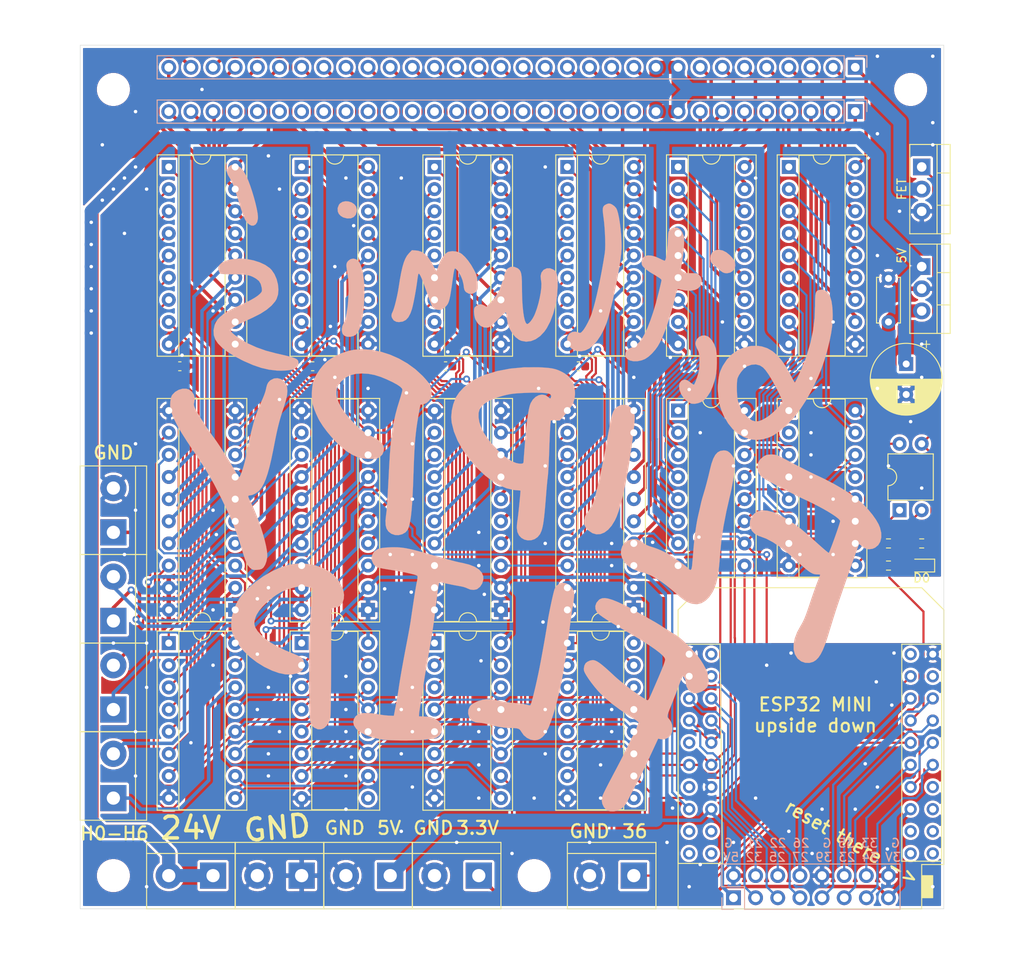
<source format=kicad_pcb>
(kicad_pcb (version 20171130) (host pcbnew "(5.1.10)-1")
  (layers (0 F.Cu signal) (31 B.Cu signal) (34 B.Paste user) (35 F.Paste user) (36 B.SilkS user) (37 F.SilkS user) (38 B.Mask user) (39 F.Mask user) (44 Edge.Cuts user))
  (net 0 "")
  (net 1 GND)
  (net 2 +24V)
  (net 3 "Net-(D0-Pad2)")
  (net 4 /C22)
  (net 5 /C23)
  (net 6 /C24)
  (net 7 /C18)
  (net 8 /C17)
  (net 9 /C16)
  (net 10 /C15)
  (net 11 /C14)
  (net 12 /C13)
  (net 13 /C12)
  (net 14 /C11)
  (net 15 /C10)
  (net 16 /C9)
  (net 17 /C8)
  (net 18 /C7)
  (net 19 /C6)
  (net 20 /C5)
  (net 21 /C4)
  (net 22 /C3)
  (net 23 /C2)
  (net 24 /C1)
  (net 25 /C0)
  (net 26 /RST)
  (net 27 /R14)
  (net 28 /R12)
  (net 29 /R10)
  (net 30 /R8)
  (net 31 /R6)
  (net 32 /R4)
  (net 33 /R2)
  (net 34 /R0)
  (net 35 /C21)
  (net 36 /C20)
  (net 37 /C19)
  (net 38 "Net-(J1-Pad29)")
  (net 39 "Net-(J1-Pad28)")
  (net 40 "Net-(J1-Pad27)")
  (net 41 "Net-(J1-Pad26)")
  (net 42 "Net-(J1-Pad25)")
  (net 43 "Net-(J1-Pad24)")
  (net 44 "Net-(J1-Pad23)")
  (net 45 "Net-(J1-Pad22)")
  (net 46 "Net-(J1-Pad21)")
  (net 47 "Net-(J1-Pad20)")
  (net 48 "Net-(J1-Pad19)")
  (net 49 "Net-(J1-Pad18)")
  (net 50 "Net-(J1-Pad17)")
  (net 51 "Net-(J1-Pad16)")
  (net 52 "Net-(J1-Pad15)")
  (net 53 "Net-(J1-Pad14)")
  (net 54 "Net-(J1-Pad13)")
  (net 55 "Net-(J1-Pad12)")
  (net 56 "Net-(J1-Pad11)")
  (net 57 /R15)
  (net 58 /R13)
  (net 59 /R11)
  (net 60 /R9)
  (net 61 /R7)
  (net 62 /R5)
  (net 63 /R3)
  (net 64 /R1)
  (net 65 +5V)
  (net 66 /SC7)
  (net 67 /SC6)
  (net 68 /SC5)
  (net 69 /SC4)
  (net 70 /SC3)
  (net 71 /SC2)
  (net 72 /SC1)
  (net 73 /SC0)
  (net 74 /SC15)
  (net 75 /SC14)
  (net 76 /SC13)
  (net 77 /SC12)
  (net 78 /SC11)
  (net 79 /SC10)
  (net 80 /SC9)
  (net 81 /SC8)
  (net 82 /SC23)
  (net 83 /SC22)
  (net 84 /SC21)
  (net 85 /SC20)
  (net 86 /SC19)
  (net 87 /SC18)
  (net 88 /SC17)
  (net 89 /SC16)
  (net 90 /H0)
  (net 91 /SH6)
  (net 92 /H1)
  (net 93 /SH5)
  (net 94 /H2)
  (net 95 /SH4)
  (net 96 /H3)
  (net 97 /SH3)
  (net 98 /H4)
  (net 99 /SH2)
  (net 100 /H5)
  (net 101 /SH1)
  (net 102 /H6)
  (net 103 /SH0)
  (net 104 /SC24)
  (net 105 /SR7)
  (net 106 /SR6)
  (net 107 /SR5)
  (net 108 /SR4)
  (net 109 /SR3)
  (net 110 /SR2)
  (net 111 /SR1)
  (net 112 /SR0)
  (net 113 /SR15)
  (net 114 /SR14)
  (net 115 /SR13)
  (net 116 /SR12)
  (net 117 /SR11)
  (net 118 /SR10)
  (net 119 /SR9)
  (net 120 /SR8)
  (net 121 "Net-(U6-Pad3)")
  (net 122 "Net-(U7-Pad3)")
  (net 123 "Net-(U8-Pad3)")
  (net 124 /RSTH)
  (net 125 /27)
  (net 126 /26)
  (net 127 /25)
  (net 128 /23)
  (net 129 /22)
  (net 130 /21)
  (net 131 /39)
  (net 132 /34)
  (net 133 /33)
  (net 134 /32)
  (net 135 +3V3)
  (net 136 /36)
  (net 137 "Net-(Q1-Pad1)")
  (net 138 "Net-(R1-Pad1)")
  (net 139 /OE0)
  (net 140 /SRCLR)
  (net 141 /SRCK)
  (net 142 /SERIN)
  (net 143 /RCK)
  (net 144 "Net-(U13-Pad14)")
  (net 145 "Net-(U10-Pad2)")
  (net 146 "Net-(U10-Pad3)")
  (net 147 "Net-(U10-Pad13)")
  (net 148 "Net-(U10-Pad15)")
  (net 149 "Net-(U10-Pad17)")
  (net 150 "Net-(U10-Pad18)")
  (net 151 "Net-(U10-Pad19)")
  (net 152 "Net-(U10-Pad20)")
  (net 153 "Net-(U10-Pad21)")
  (net 154 "Net-(U10-Pad23)")
  (net 155 /OE1)
  (net 156 "Net-(U10-Pad30)")
  (net 157 "Net-(U10-Pad34)")
  (net 158 "Net-(U10-Pad37)")
  (net 159 "Net-(U10-Pad38)")
  (net 160 "Net-(U10-Pad39)")
  (net 161 "Net-(U10-Pad40)")
  (net 162 "Net-(U13-Pad9)")
  (net 163 "Net-(U14-Pad14)")
  (net 164 "Net-(U14-Pad9)")
  (net 165 "Net-(U15-Pad14)")
  (net 166 "Net-(U15-Pad9)")
  (net 167 "Net-(U18-Pad9)")
  (net 168 /35)
  (module "drawing:flippy flip" (layer B.Cu) (at 77.089 78.232 90)
    (fp_text reference G*** hide)
    (fp_text value LOGO hide)
  )
  (module ESP32_mini:ESP32_mini (layer B.Cu) (at 109.22 106.68 180)
    (fp_text reference U10 hide)
    (fp_text value mini_esp32)
    (pad 2 thru_hole circle (at -11.43 11.43 270) (size 1.4 1.4) (drill 0.8) (layers *.Cu *.Mask) (net 145 "Net-(U10-Pad2)"))
    (pad 1 thru_hole circle (at -13.97 11.43 270) (size 1.4 1.4) (drill 0.8) (layers *.Cu *.Mask) (net 1 GND))
    (pad 3 thru_hole circle (at -13.97 8.89 270) (size 1.4 1.4) (drill 0.8) (layers *.Cu *.Mask) (net 146 "Net-(U10-Pad3)"))
    (pad 4 thru_hole circle (at -11.43 8.89 270) (size 1.4 1.4) (drill 0.8) (layers *.Cu *.Mask) (net 136 /36))
    (pad 5 thru_hole circle (at -13.97 6.35 270) (size 1.4 1.4) (drill 0.8) (layers *.Cu *.Mask) (net 131 /39))
    (pad 6 thru_hole circle (at -11.43 6.35 270) (size 1.4 1.4) (drill 0.8) (layers *.Cu *.Mask) (net 126 /26))
    (pad 7 thru_hole circle (at -13.97 3.81 270) (size 1.4 1.4) (drill 0.8) (layers *.Cu *.Mask) (net 168 /35))
    (pad 8 thru_hole circle (at -11.43 3.81 270) (size 1.4 1.4) (drill 0.8) (layers *.Cu *.Mask) (net 26 /RST))
    (pad 9 thru_hole circle (at -13.97 1.27 270) (size 1.4 1.4) (drill 0.8) (layers *.Cu *.Mask) (net 133 /33))
    (pad 10 thru_hole circle (at -11.43 1.27 270) (size 1.4 1.4) (drill 0.8) (layers *.Cu *.Mask) (net 140 /SRCLR))
    (pad 11 thru_hole circle (at -13.97 -1.27 270) (size 1.4 1.4) (drill 0.8) (layers *.Cu *.Mask) (net 132 /34))
    (pad 12 thru_hole circle (at -11.43 -1.27 270) (size 1.4 1.4) (drill 0.8) (layers *.Cu *.Mask) (net 128 /23))
    (pad 13 thru_hole circle (at -13.97 -3.81 270) (size 1.4 1.4) (drill 0.8) (layers *.Cu *.Mask) (net 147 "Net-(U10-Pad13)"))
    (pad 14 thru_hole circle (at -11.43 -3.81 270) (size 1.4 1.4) (drill 0.8) (layers *.Cu *.Mask) (net 139 /OE0))
    (pad 15 thru_hole circle (at -13.97 -6.35 270) (size 1.4 1.4) (drill 0.8) (layers *.Cu *.Mask) (net 148 "Net-(U10-Pad15)"))
    (pad 16 thru_hole circle (at -11.43 -6.35 270) (size 1.4 1.4) (drill 0.8) (layers *.Cu *.Mask) (net 135 +3V3))
    (pad 17 thru_hole circle (at -13.97 -8.89 270) (size 1.4 1.4) (drill 0.8) (layers *.Cu *.Mask) (net 149 "Net-(U10-Pad17)"))
    (pad 18 thru_hole circle (at -11.43 -8.89 270) (size 1.4 1.4) (drill 0.8) (layers *.Cu *.Mask) (net 150 "Net-(U10-Pad18)"))
    (pad 19 thru_hole circle (at -13.97 -11.43 270) (size 1.4 1.4) (drill 0.8) (layers *.Cu *.Mask) (net 151 "Net-(U10-Pad19)"))
    (pad 20 thru_hole circle (at -11.43 -11.43 270) (size 1.4 1.4) (drill 0.8) (layers *.Cu *.Mask) (net 152 "Net-(U10-Pad20)"))
    (pad 21 thru_hole circle (at 11.43 11.43 270) (size 1.4 1.4) (drill 0.8) (layers *.Cu *.Mask) (net 153 "Net-(U10-Pad21)"))
    (pad 22 thru_hole circle (at 13.97 11.43 270) (size 1.4 1.4) (drill 0.8) (layers *.Cu *.Mask) (net 1 GND))
    (pad 23 thru_hole circle (at 11.43 8.89 270) (size 1.4 1.4) (drill 0.8) (layers *.Cu *.Mask) (net 154 "Net-(U10-Pad23)"))
    (pad 24 thru_hole circle (at 13.97 8.89 270) (size 1.4 1.4) (drill 0.8) (layers *.Cu *.Mask) (net 125 /27))
    (pad 25 thru_hole circle (at 11.43 6.35 270) (size 1.4 1.4) (drill 0.8) (layers *.Cu *.Mask) (net 129 /22))
    (pad 26 thru_hole circle (at 13.97 6.35 270) (size 1.4 1.4) (drill 0.8) (layers *.Cu *.Mask) (net 127 /25))
    (pad 27 thru_hole circle (at 11.43 3.81 270) (size 1.4 1.4) (drill 0.8) (layers *.Cu *.Mask) (net 130 /21))
    (pad 28 thru_hole circle (at 13.97 3.81 270) (size 1.4 1.4) (drill 0.8) (layers *.Cu *.Mask) (net 134 /32))
    (pad 29 thru_hole circle (at 11.43 1.27 270) (size 1.4 1.4) (drill 0.8) (layers *.Cu *.Mask) (net 155 /OE1))
    (pad 30 thru_hole circle (at 13.97 1.27 270) (size 1.4 1.4) (drill 0.8) (layers *.Cu *.Mask) (net 156 "Net-(U10-Pad30)"))
    (pad 31 thru_hole circle (at 11.43 -1.27 270) (size 1.4 1.4) (drill 0.8) (layers *.Cu *.Mask) (net 143 /RCK))
    (pad 32 thru_hole circle (at 13.97 -1.27 270) (size 1.4 1.4) (drill 0.8) (layers *.Cu *.Mask) (net 141 /SRCK))
    (pad 33 thru_hole circle (at 11.43 -3.81 270) (size 1.4 1.4) (drill 0.8) (layers *.Cu *.Mask) (net 1 GND))
    (pad 34 thru_hole circle (at 13.97 -3.81 270) (size 1.4 1.4) (drill 0.8) (layers *.Cu *.Mask) (net 157 "Net-(U10-Pad34)"))
    (pad 35 thru_hole circle (at 11.43 -6.35 270) (size 1.4 1.4) (drill 0.8) (layers *.Cu *.Mask) (net 65 +5V))
    (pad 36 thru_hole circle (at 13.97 -6.35 270) (size 1.4 1.4) (drill 0.8) (layers *.Cu *.Mask) (net 142 /SERIN))
    (pad 37 thru_hole circle (at 11.43 -8.89 270) (size 1.4 1.4) (drill 0.8) (layers *.Cu *.Mask) (net 158 "Net-(U10-Pad37)"))
    (pad 38 thru_hole circle (at 13.97 -8.89 270) (size 1.4 1.4) (drill 0.8) (layers *.Cu *.Mask) (net 159 "Net-(U10-Pad38)"))
    (pad 39 thru_hole circle (at 11.43 -11.43 270) (size 1.4 1.4) (drill 0.8) (layers *.Cu *.Mask) (net 160 "Net-(U10-Pad39)"))
    (pad 40 thru_hole circle (at 13.97 -11.43 270) (size 1.4 1.4) (drill 0.8) (layers *.Cu *.Mask) (net 161 "Net-(U10-Pad40)"))
  )
  (module TerminalBlock:TerminalBlock_bornier-2_P5.08mm (layer F.Cu) (at 29.21 91.44 90)
    (fp_text reference J8 hide)
    (fp_text value Screw_Terminal_01x02)
    (pad 2 thru_hole circle (at 5.08 0 90) (size 3 3) (drill 1.52) (layers *.Cu *.Mask) (net 100 /H5))
    (pad 1 thru_hole rect (at 0 0 90) (size 3 3) (drill 1.52) (layers *.Cu *.Mask) (net 98 /H4))
  )
  (module TerminalBlock:TerminalBlock_bornier-2_P5.08mm (layer F.Cu) (at 29.21 101.6 90)
    (fp_text reference J7 hide)
    (fp_text value Screw_Terminal_01x02)
    (pad 2 thru_hole circle (at 5.08 0 90) (size 3 3) (drill 1.52) (layers *.Cu *.Mask) (net 96 /H3))
    (pad 1 thru_hole rect (at 0 0 90) (size 3 3) (drill 1.52) (layers *.Cu *.Mask) (net 94 /H2))
  )
  (module Package_DIP:DIP-16_W7.62mm_Socket (layer F.Cu) (at 106.68 67.31)
    (fp_text reference U13 hide)
    (fp_text value 74HC595)
    (pad 1 thru_hole rect (at 0 0) (size 1.6 1.6) (drill 0.8) (layers *.Cu *.Mask) (net 111 /SR1))
    (pad 9 thru_hole oval (at 7.62 17.78) (size 1.6 1.6) (drill 0.8) (layers *.Cu *.Mask) (net 162 "Net-(U13-Pad9)"))
    (pad 2 thru_hole oval (at 0 2.54) (size 1.6 1.6) (drill 0.8) (layers *.Cu *.Mask) (net 110 /SR2))
    (pad 10 thru_hole oval (at 7.62 15.24) (size 1.6 1.6) (drill 0.8) (layers *.Cu *.Mask) (net 140 /SRCLR))
    (pad 3 thru_hole oval (at 0 5.08) (size 1.6 1.6) (drill 0.8) (layers *.Cu *.Mask) (net 109 /SR3))
    (pad 11 thru_hole oval (at 7.62 12.7) (size 1.6 1.6) (drill 0.8) (layers *.Cu *.Mask) (net 141 /SRCK))
    (pad 4 thru_hole oval (at 0 7.62) (size 1.6 1.6) (drill 0.8) (layers *.Cu *.Mask) (net 108 /SR4))
    (pad 12 thru_hole oval (at 7.62 10.16) (size 1.6 1.6) (drill 0.8) (layers *.Cu *.Mask) (net 143 /RCK))
    (pad 5 thru_hole oval (at 0 10.16) (size 1.6 1.6) (drill 0.8) (layers *.Cu *.Mask) (net 107 /SR5))
    (pad 13 thru_hole oval (at 7.62 7.62) (size 1.6 1.6) (drill 0.8) (layers *.Cu *.Mask) (net 155 /OE1))
    (pad 6 thru_hole oval (at 0 12.7) (size 1.6 1.6) (drill 0.8) (layers *.Cu *.Mask) (net 106 /SR6))
    (pad 14 thru_hole oval (at 7.62 5.08) (size 1.6 1.6) (drill 0.8) (layers *.Cu *.Mask) (net 144 "Net-(U13-Pad14)"))
    (pad 7 thru_hole oval (at 0 15.24) (size 1.6 1.6) (drill 0.8) (layers *.Cu *.Mask) (net 105 /SR7))
    (pad 15 thru_hole oval (at 7.62 2.54) (size 1.6 1.6) (drill 0.8) (layers *.Cu *.Mask) (net 112 /SR0))
    (pad 8 thru_hole oval (at 0 17.78) (size 1.6 1.6) (drill 0.8) (layers *.Cu *.Mask) (net 1 GND))
    (pad 16 thru_hole oval (at 7.62 0) (size 1.6 1.6) (drill 0.8) (layers *.Cu *.Mask) (net 65 +5V))
  )
  (module Capacitor_THT:CP_Radial_D8.0mm_P3.50mm (layer F.Cu) (at 120.141142 61.96763 270)
    (fp_text reference C6 hide)
    (fp_text value CP)
    (pad 2 thru_hole circle (at 3.5 0 270) (size 1.6 1.6) (drill 0.8) (layers *.Cu *.Mask) (net 1 GND))
    (pad 1 thru_hole rect (at 0 0 270) (size 1.6 1.6) (drill 0.8) (layers *.Cu *.Mask) (net 2 +24V))
  )
  (module Capacitor_SMD:C_0603_1608Metric (layer F.Cu) (at 36.83 62.23)
    (fp_text reference C0 hide)
    (fp_text value 10uF)
    (pad 1 smd roundrect (at -0.775 0) (size 0.9 0.95) (layers F.Cu F.Paste F.Mask) (net 2 +24V))
    (pad 2 smd roundrect (at 0.775 0) (size 0.9 0.95) (layers F.Cu F.Paste F.Mask) (net 1 GND))
  )
  (module Connector_PinSocket_2.54mm:PinSocket_1x32_P2.54mm_Vertical (layer B.Cu) (at 114.3 27.94 90)
    (fp_text reference J0 hide)
    (fp_text value Conn_01x32_Female)
    (pad 1 thru_hole rect (at 0 0 90) (size 1.7 1.7) (drill 1) (layers *.Cu *.Mask) (net 34 /R0))
    (pad 2 thru_hole oval (at 0 -2.54 90) (size 1.7 1.7) (drill 1) (layers *.Cu *.Mask) (net 33 /R2))
    (pad 3 thru_hole oval (at 0 -5.08 90) (size 1.7 1.7) (drill 1) (layers *.Cu *.Mask) (net 32 /R4))
    (pad 4 thru_hole oval (at 0 -7.62 90) (size 1.7 1.7) (drill 1) (layers *.Cu *.Mask) (net 31 /R6))
    (pad 5 thru_hole oval (at 0 -10.16 90) (size 1.7 1.7) (drill 1) (layers *.Cu *.Mask) (net 30 /R8))
    (pad 6 thru_hole oval (at 0 -12.7 90) (size 1.7 1.7) (drill 1) (layers *.Cu *.Mask) (net 29 /R10))
    (pad 7 thru_hole oval (at 0 -15.24 90) (size 1.7 1.7) (drill 1) (layers *.Cu *.Mask) (net 28 /R12))
    (pad 8 thru_hole oval (at 0 -17.78 90) (size 1.7 1.7) (drill 1) (layers *.Cu *.Mask) (net 27 /R14))
    (pad 9 thru_hole oval (at 0 -20.32 90) (size 1.7 1.7) (drill 1) (layers *.Cu *.Mask) (net 124 /RSTH))
    (pad 10 thru_hole oval (at 0 -22.86 90) (size 1.7 1.7) (drill 1) (layers *.Cu *.Mask) (net 124 /RSTH))
    (pad 11 thru_hole oval (at 0 -25.4 90) (size 1.7 1.7) (drill 1) (layers *.Cu *.Mask) (net 25 /C0))
    (pad 12 thru_hole oval (at 0 -27.94 90) (size 1.7 1.7) (drill 1) (layers *.Cu *.Mask) (net 24 /C1))
    (pad 13 thru_hole oval (at 0 -30.48 90) (size 1.7 1.7) (drill 1) (layers *.Cu *.Mask) (net 23 /C2))
    (pad 14 thru_hole oval (at 0 -33.02 90) (size 1.7 1.7) (drill 1) (layers *.Cu *.Mask) (net 22 /C3))
    (pad 15 thru_hole oval (at 0 -35.56 90) (size 1.7 1.7) (drill 1) (layers *.Cu *.Mask) (net 21 /C4))
    (pad 16 thru_hole oval (at 0 -38.1 90) (size 1.7 1.7) (drill 1) (layers *.Cu *.Mask) (net 20 /C5))
    (pad 17 thru_hole oval (at 0 -40.64 90) (size 1.7 1.7) (drill 1) (layers *.Cu *.Mask) (net 19 /C6))
    (pad 18 thru_hole oval (at 0 -43.18 90) (size 1.7 1.7) (drill 1) (layers *.Cu *.Mask) (net 18 /C7))
    (pad 19 thru_hole oval (at 0 -45.72 90) (size 1.7 1.7) (drill 1) (layers *.Cu *.Mask) (net 17 /C8))
    (pad 20 thru_hole oval (at 0 -48.26 90) (size 1.7 1.7) (drill 1) (layers *.Cu *.Mask) (net 16 /C9))
    (pad 21 thru_hole oval (at 0 -50.8 90) (size 1.7 1.7) (drill 1) (layers *.Cu *.Mask) (net 15 /C10))
    (pad 22 thru_hole oval (at 0 -53.34 90) (size 1.7 1.7) (drill 1) (layers *.Cu *.Mask) (net 14 /C11))
    (pad 23 thru_hole oval (at 0 -55.88 90) (size 1.7 1.7) (drill 1) (layers *.Cu *.Mask) (net 13 /C12))
    (pad 24 thru_hole oval (at 0 -58.42 90) (size 1.7 1.7) (drill 1) (layers *.Cu *.Mask) (net 12 /C13))
    (pad 25 thru_hole oval (at 0 -60.96 90) (size 1.7 1.7) (drill 1) (layers *.Cu *.Mask) (net 11 /C14))
    (pad 26 thru_hole oval (at 0 -63.5 90) (size 1.7 1.7) (drill 1) (layers *.Cu *.Mask) (net 10 /C15))
    (pad 27 thru_hole oval (at 0 -66.04 90) (size 1.7 1.7) (drill 1) (layers *.Cu *.Mask) (net 9 /C16))
    (pad 28 thru_hole oval (at 0 -68.58 90) (size 1.7 1.7) (drill 1) (layers *.Cu *.Mask) (net 8 /C17))
    (pad 29 thru_hole oval (at 0 -71.12 90) (size 1.7 1.7) (drill 1) (layers *.Cu *.Mask) (net 7 /C18))
    (pad 30 thru_hole oval (at 0 -73.66 90) (size 1.7 1.7) (drill 1) (layers *.Cu *.Mask) (net 6 /C24))
    (pad 31 thru_hole oval (at 0 -76.2 90) (size 1.7 1.7) (drill 1) (layers *.Cu *.Mask) (net 5 /C23))
    (pad 32 thru_hole oval (at 0 -78.74 90) (size 1.7 1.7) (drill 1) (layers *.Cu *.Mask) (net 4 /C22))
  )
  (module Package_TO_SOT_THT:TO-220-3_Vertical (layer F.Cu) (at 121.92 39.37 270)
    (fp_text reference Q1 hide)
    (fp_text value IRLZ44N)
    (pad 3 thru_hole oval (at 5.08 0 270) (size 1.905 2) (drill 1.1) (layers *.Cu *.Mask) (net 1 GND))
    (pad 2 thru_hole oval (at 2.54 0 270) (size 1.905 2) (drill 1.1) (layers *.Cu *.Mask) (net 124 /RSTH))
    (pad 1 thru_hole rect (at 0 0 270) (size 1.905 2) (drill 1.1) (layers *.Cu *.Mask) (net 137 "Net-(Q1-Pad1)"))
  )
  (module MountingHole:MountingHole_3.2mm_M3_ISO7380 (layer F.Cu) (at 77.47 120.65)
    (fp_text reference REF** hide)
    (fp_text value MountingHole_3.2mm_M3_ISO7380)
    (pad 1 np_thru_hole circle (at 0 0) (size 3.2 3.2) (drill 3.2) (layers *.Cu *.Mask))
  )
  (module MountingHole:MountingHole_3.2mm_M3_ISO7380 (layer F.Cu) (at 29.21 120.65)
    (fp_text reference REF** hide)
    (fp_text value MountingHole_3.2mm_M3_ISO7380)
    (pad 1 np_thru_hole circle (at 0 0) (size 3.2 3.2) (drill 3.2) (layers *.Cu *.Mask))
  )
  (module MountingHole:MountingHole_3.2mm_M3_ISO7380 (layer F.Cu) (at 29.21 30.48)
    (fp_text reference REF** hide)
    (fp_text value MountingHole_3.2mm_M3_ISO7380)
    (pad 1 np_thru_hole circle (at 0 0) (size 3.2 3.2) (drill 3.2) (layers *.Cu *.Mask))
  )
  (module MountingHole:MountingHole_3.2mm_M3_ISO7380 (layer F.Cu) (at 120.65 30.48)
    (fp_text reference REF** hide)
    (fp_text value MountingHole_3.2mm_M3_ISO7380)
    (pad 1 np_thru_hole circle (at 0 0) (size 3.2 3.2) (drill 3.2) (layers *.Cu *.Mask))
  )
  (module Connector_PinSocket_2.54mm:PinSocket_2x08_P2.54mm_Vertical (layer B.Cu) (at 100.33 123.19 270)
    (fp_text reference J2 hide)
    (fp_text value Conn_01x16_Female)
    (pad 1 thru_hole rect (at 0 0 270) (size 1.7 1.7) (drill 1) (layers *.Cu *.Mask) (net 65 +5V))
    (pad 2 thru_hole oval (at -2.54 0 270) (size 1.7 1.7) (drill 1) (layers *.Cu *.Mask) (net 1 GND))
    (pad 3 thru_hole oval (at 0 -2.54 270) (size 1.7 1.7) (drill 1) (layers *.Cu *.Mask) (net 134 /32))
    (pad 4 thru_hole oval (at -2.54 -2.54 270) (size 1.7 1.7) (drill 1) (layers *.Cu *.Mask) (net 130 /21))
    (pad 5 thru_hole oval (at 0 -5.08 270) (size 1.7 1.7) (drill 1) (layers *.Cu *.Mask) (net 127 /25))
    (pad 6 thru_hole oval (at -2.54 -5.08 270) (size 1.7 1.7) (drill 1) (layers *.Cu *.Mask) (net 129 /22))
    (pad 7 thru_hole oval (at 0 -7.62 270) (size 1.7 1.7) (drill 1) (layers *.Cu *.Mask) (net 125 /27))
    (pad 8 thru_hole oval (at -2.54 -7.62 270) (size 1.7 1.7) (drill 1) (layers *.Cu *.Mask) (net 126 /26))
    (pad 9 thru_hole oval (at 0 -10.16 270) (size 1.7 1.7) (drill 1) (layers *.Cu *.Mask) (net 131 /39))
    (pad 10 thru_hole oval (at -2.54 -10.16 270) (size 1.7 1.7) (drill 1) (layers *.Cu *.Mask) (net 1 GND))
    (pad 11 thru_hole oval (at 0 -12.7 270) (size 1.7 1.7) (drill 1) (layers *.Cu *.Mask) (net 128 /23))
    (pad 12 thru_hole oval (at -2.54 -12.7 270) (size 1.7 1.7) (drill 1) (layers *.Cu *.Mask) (net 168 /35))
    (pad 13 thru_hole oval (at 0 -15.24 270) (size 1.7 1.7) (drill 1) (layers *.Cu *.Mask) (net 132 /34))
    (pad 14 thru_hole oval (at -2.54 -15.24 270) (size 1.7 1.7) (drill 1) (layers *.Cu *.Mask) (net 133 /33))
    (pad 15 thru_hole oval (at 0 -17.78 270) (size 1.7 1.7) (drill 1) (layers *.Cu *.Mask) (net 135 +3V3))
    (pad 16 thru_hole oval (at -2.54 -17.78 270) (size 1.7 1.7) (drill 1) (layers *.Cu *.Mask) (net 1 GND))
  )
  (module Package_DIP:DIP-18_W7.62mm_Socket (layer F.Cu) (at 50.8 39.37)
    (fp_text reference U3 hide)
    (fp_text value TBD62783A)
    (pad 1 thru_hole rect (at 0 0) (size 1.6 1.6) (drill 0.8) (layers *.Cu *.Mask) (net 104 /SC24))
    (pad 10 thru_hole oval (at 7.62 20.32) (size 1.6 1.6) (drill 0.8) (layers *.Cu *.Mask) (net 1 GND))
    (pad 2 thru_hole oval (at 0 2.54) (size 1.6 1.6) (drill 0.8) (layers *.Cu *.Mask) (net 103 /SH0))
    (pad 11 thru_hole oval (at 7.62 17.78) (size 1.6 1.6) (drill 0.8) (layers *.Cu *.Mask) (net 102 /H6))
    (pad 3 thru_hole oval (at 0 5.08) (size 1.6 1.6) (drill 0.8) (layers *.Cu *.Mask) (net 101 /SH1))
    (pad 12 thru_hole oval (at 7.62 15.24) (size 1.6 1.6) (drill 0.8) (layers *.Cu *.Mask) (net 100 /H5))
    (pad 4 thru_hole oval (at 0 7.62) (size 1.6 1.6) (drill 0.8) (layers *.Cu *.Mask) (net 99 /SH2))
    (pad 13 thru_hole oval (at 7.62 12.7) (size 1.6 1.6) (drill 0.8) (layers *.Cu *.Mask) (net 98 /H4))
    (pad 5 thru_hole oval (at 0 10.16) (size 1.6 1.6) (drill 0.8) (layers *.Cu *.Mask) (net 97 /SH3))
    (pad 14 thru_hole oval (at 7.62 10.16) (size 1.6 1.6) (drill 0.8) (layers *.Cu *.Mask) (net 96 /H3))
    (pad 6 thru_hole oval (at 0 12.7) (size 1.6 1.6) (drill 0.8) (layers *.Cu *.Mask) (net 95 /SH4))
    (pad 15 thru_hole oval (at 7.62 7.62) (size 1.6 1.6) (drill 0.8) (layers *.Cu *.Mask) (net 94 /H2))
    (pad 7 thru_hole oval (at 0 15.24) (size 1.6 1.6) (drill 0.8) (layers *.Cu *.Mask) (net 93 /SH5))
    (pad 16 thru_hole oval (at 7.62 5.08) (size 1.6 1.6) (drill 0.8) (layers *.Cu *.Mask) (net 92 /H1))
    (pad 8 thru_hole oval (at 0 17.78) (size 1.6 1.6) (drill 0.8) (layers *.Cu *.Mask) (net 91 /SH6))
    (pad 17 thru_hole oval (at 7.62 2.54) (size 1.6 1.6) (drill 0.8) (layers *.Cu *.Mask) (net 90 /H0))
    (pad 9 thru_hole oval (at 0 20.32) (size 1.6 1.6) (drill 0.8) (layers *.Cu *.Mask) (net 2 +24V))
    (pad 18 thru_hole oval (at 7.62 0) (size 1.6 1.6) (drill 0.8) (layers *.Cu *.Mask) (net 6 /C24))
  )
  (module Package_DIP:DIP-16_W7.62mm_Socket (layer F.Cu) (at 50.8 93.98)
    (fp_text reference U18 hide)
    (fp_text value 74HC595)
    (pad 1 thru_hole rect (at 0 0) (size 1.6 1.6) (drill 0.8) (layers *.Cu *.Mask) (net 103 /SH0))
    (pad 9 thru_hole oval (at 7.62 17.78) (size 1.6 1.6) (drill 0.8) (layers *.Cu *.Mask) (net 167 "Net-(U18-Pad9)"))
    (pad 2 thru_hole oval (at 0 2.54) (size 1.6 1.6) (drill 0.8) (layers *.Cu *.Mask) (net 101 /SH1))
    (pad 10 thru_hole oval (at 7.62 15.24) (size 1.6 1.6) (drill 0.8) (layers *.Cu *.Mask) (net 140 /SRCLR))
    (pad 3 thru_hole oval (at 0 5.08) (size 1.6 1.6) (drill 0.8) (layers *.Cu *.Mask) (net 99 /SH2))
    (pad 11 thru_hole oval (at 7.62 12.7) (size 1.6 1.6) (drill 0.8) (layers *.Cu *.Mask) (net 141 /SRCK))
    (pad 4 thru_hole oval (at 0 7.62) (size 1.6 1.6) (drill 0.8) (layers *.Cu *.Mask) (net 97 /SH3))
    (pad 12 thru_hole oval (at 7.62 10.16) (size 1.6 1.6) (drill 0.8) (layers *.Cu *.Mask) (net 143 /RCK))
    (pad 5 thru_hole oval (at 0 10.16) (size 1.6 1.6) (drill 0.8) (layers *.Cu *.Mask) (net 95 /SH4))
    (pad 13 thru_hole oval (at 7.62 7.62) (size 1.6 1.6) (drill 0.8) (layers *.Cu *.Mask) (net 155 /OE1))
    (pad 6 thru_hole oval (at 0 12.7) (size 1.6 1.6) (drill 0.8) (layers *.Cu *.Mask) (net 93 /SH5))
    (pad 14 thru_hole oval (at 7.62 5.08) (size 1.6 1.6) (drill 0.8) (layers *.Cu *.Mask) (net 166 "Net-(U15-Pad9)"))
    (pad 7 thru_hole oval (at 0 15.24) (size 1.6 1.6) (drill 0.8) (layers *.Cu *.Mask) (net 91 /SH6))
    (pad 15 thru_hole oval (at 7.62 2.54) (size 1.6 1.6) (drill 0.8) (layers *.Cu *.Mask) (net 104 /SC24))
    (pad 8 thru_hole oval (at 0 17.78) (size 1.6 1.6) (drill 0.8) (layers *.Cu *.Mask) (net 1 GND))
    (pad 16 thru_hole oval (at 7.62 0) (size 1.6 1.6) (drill 0.8) (layers *.Cu *.Mask) (net 65 +5V))
  )
  (module Package_DIP:DIP-16_W7.62mm_Socket (layer F.Cu) (at 66.04 93.98)
    (fp_text reference U17 hide)
    (fp_text value 74HC595)
    (pad 1 thru_hole rect (at 0 0) (size 1.6 1.6) (drill 0.8) (layers *.Cu *.Mask) (net 80 /SC9))
    (pad 9 thru_hole oval (at 7.62 17.78) (size 1.6 1.6) (drill 0.8) (layers *.Cu *.Mask) (net 165 "Net-(U15-Pad14)"))
    (pad 2 thru_hole oval (at 0 2.54) (size 1.6 1.6) (drill 0.8) (layers *.Cu *.Mask) (net 79 /SC10))
    (pad 10 thru_hole oval (at 7.62 15.24) (size 1.6 1.6) (drill 0.8) (layers *.Cu *.Mask) (net 140 /SRCLR))
    (pad 3 thru_hole oval (at 0 5.08) (size 1.6 1.6) (drill 0.8) (layers *.Cu *.Mask) (net 78 /SC11))
    (pad 11 thru_hole oval (at 7.62 12.7) (size 1.6 1.6) (drill 0.8) (layers *.Cu *.Mask) (net 141 /SRCK))
    (pad 4 thru_hole oval (at 0 7.62) (size 1.6 1.6) (drill 0.8) (layers *.Cu *.Mask) (net 77 /SC12))
    (pad 12 thru_hole oval (at 7.62 10.16) (size 1.6 1.6) (drill 0.8) (layers *.Cu *.Mask) (net 143 /RCK))
    (pad 5 thru_hole oval (at 0 10.16) (size 1.6 1.6) (drill 0.8) (layers *.Cu *.Mask) (net 76 /SC13))
    (pad 13 thru_hole oval (at 7.62 7.62) (size 1.6 1.6) (drill 0.8) (layers *.Cu *.Mask) (net 155 /OE1))
    (pad 6 thru_hole oval (at 0 12.7) (size 1.6 1.6) (drill 0.8) (layers *.Cu *.Mask) (net 75 /SC14))
    (pad 14 thru_hole oval (at 7.62 5.08) (size 1.6 1.6) (drill 0.8) (layers *.Cu *.Mask) (net 164 "Net-(U14-Pad9)"))
    (pad 7 thru_hole oval (at 0 15.24) (size 1.6 1.6) (drill 0.8) (layers *.Cu *.Mask) (net 74 /SC15))
    (pad 15 thru_hole oval (at 7.62 2.54) (size 1.6 1.6) (drill 0.8) (layers *.Cu *.Mask) (net 81 /SC8))
    (pad 8 thru_hole oval (at 0 17.78) (size 1.6 1.6) (drill 0.8) (layers *.Cu *.Mask) (net 1 GND))
    (pad 16 thru_hole oval (at 7.62 0) (size 1.6 1.6) (drill 0.8) (layers *.Cu *.Mask) (net 65 +5V))
  )
  (module Package_DIP:DIP-16_W7.62mm_Socket (layer F.Cu) (at 93.98 67.31)
    (fp_text reference U16 hide)
    (fp_text value 74HC595)
    (pad 1 thru_hole rect (at 0 0) (size 1.6 1.6) (drill 0.8) (layers *.Cu *.Mask) (net 119 /SR9))
    (pad 9 thru_hole oval (at 7.62 17.78) (size 1.6 1.6) (drill 0.8) (layers *.Cu *.Mask) (net 163 "Net-(U14-Pad14)"))
    (pad 2 thru_hole oval (at 0 2.54) (size 1.6 1.6) (drill 0.8) (layers *.Cu *.Mask) (net 118 /SR10))
    (pad 10 thru_hole oval (at 7.62 15.24) (size 1.6 1.6) (drill 0.8) (layers *.Cu *.Mask) (net 140 /SRCLR))
    (pad 3 thru_hole oval (at 0 5.08) (size 1.6 1.6) (drill 0.8) (layers *.Cu *.Mask) (net 117 /SR11))
    (pad 11 thru_hole oval (at 7.62 12.7) (size 1.6 1.6) (drill 0.8) (layers *.Cu *.Mask) (net 141 /SRCK))
    (pad 4 thru_hole oval (at 0 7.62) (size 1.6 1.6) (drill 0.8) (layers *.Cu *.Mask) (net 116 /SR12))
    (pad 12 thru_hole oval (at 7.62 10.16) (size 1.6 1.6) (drill 0.8) (layers *.Cu *.Mask) (net 143 /RCK))
    (pad 5 thru_hole oval (at 0 10.16) (size 1.6 1.6) (drill 0.8) (layers *.Cu *.Mask) (net 115 /SR13))
    (pad 13 thru_hole oval (at 7.62 7.62) (size 1.6 1.6) (drill 0.8) (layers *.Cu *.Mask) (net 155 /OE1))
    (pad 6 thru_hole oval (at 0 12.7) (size 1.6 1.6) (drill 0.8) (layers *.Cu *.Mask) (net 114 /SR14))
    (pad 14 thru_hole oval (at 7.62 5.08) (size 1.6 1.6) (drill 0.8) (layers *.Cu *.Mask) (net 162 "Net-(U13-Pad9)"))
    (pad 7 thru_hole oval (at 0 15.24) (size 1.6 1.6) (drill 0.8) (layers *.Cu *.Mask) (net 113 /SR15))
    (pad 15 thru_hole oval (at 7.62 2.54) (size 1.6 1.6) (drill 0.8) (layers *.Cu *.Mask) (net 120 /SR8))
    (pad 8 thru_hole oval (at 0 17.78) (size 1.6 1.6) (drill 0.8) (layers *.Cu *.Mask) (net 1 GND))
    (pad 16 thru_hole oval (at 7.62 0) (size 1.6 1.6) (drill 0.8) (layers *.Cu *.Mask) (net 65 +5V))
  )
  (module Package_DIP:DIP-16_W7.62mm_Socket (layer F.Cu) (at 35.56 93.98)
    (fp_text reference U15 hide)
    (fp_text value 74HC595)
    (pad 1 thru_hole rect (at 0 0) (size 1.6 1.6) (drill 0.8) (layers *.Cu *.Mask) (net 88 /SC17))
    (pad 9 thru_hole oval (at 7.62 17.78) (size 1.6 1.6) (drill 0.8) (layers *.Cu *.Mask) (net 166 "Net-(U15-Pad9)"))
    (pad 2 thru_hole oval (at 0 2.54) (size 1.6 1.6) (drill 0.8) (layers *.Cu *.Mask) (net 87 /SC18))
    (pad 10 thru_hole oval (at 7.62 15.24) (size 1.6 1.6) (drill 0.8) (layers *.Cu *.Mask) (net 140 /SRCLR))
    (pad 3 thru_hole oval (at 0 5.08) (size 1.6 1.6) (drill 0.8) (layers *.Cu *.Mask) (net 86 /SC19))
    (pad 11 thru_hole oval (at 7.62 12.7) (size 1.6 1.6) (drill 0.8) (layers *.Cu *.Mask) (net 141 /SRCK))
    (pad 4 thru_hole oval (at 0 7.62) (size 1.6 1.6) (drill 0.8) (layers *.Cu *.Mask) (net 85 /SC20))
    (pad 12 thru_hole oval (at 7.62 10.16) (size 1.6 1.6) (drill 0.8) (layers *.Cu *.Mask) (net 143 /RCK))
    (pad 5 thru_hole oval (at 0 10.16) (size 1.6 1.6) (drill 0.8) (layers *.Cu *.Mask) (net 84 /SC21))
    (pad 13 thru_hole oval (at 7.62 7.62) (size 1.6 1.6) (drill 0.8) (layers *.Cu *.Mask) (net 155 /OE1))
    (pad 6 thru_hole oval (at 0 12.7) (size 1.6 1.6) (drill 0.8) (layers *.Cu *.Mask) (net 83 /SC22))
    (pad 14 thru_hole oval (at 7.62 5.08) (size 1.6 1.6) (drill 0.8) (layers *.Cu *.Mask) (net 165 "Net-(U15-Pad14)"))
    (pad 7 thru_hole oval (at 0 15.24) (size 1.6 1.6) (drill 0.8) (layers *.Cu *.Mask) (net 82 /SC23))
    (pad 15 thru_hole oval (at 7.62 2.54) (size 1.6 1.6) (drill 0.8) (layers *.Cu *.Mask) (net 89 /SC16))
    (pad 8 thru_hole oval (at 0 17.78) (size 1.6 1.6) (drill 0.8) (layers *.Cu *.Mask) (net 1 GND))
    (pad 16 thru_hole oval (at 7.62 0) (size 1.6 1.6) (drill 0.8) (layers *.Cu *.Mask) (net 65 +5V))
  )
  (module Package_DIP:DIP-16_W7.62mm_Socket (layer F.Cu) (at 81.28 93.98)
    (fp_text reference U14 hide)
    (fp_text value 74HC595)
    (pad 1 thru_hole rect (at 0 0) (size 1.6 1.6) (drill 0.8) (layers *.Cu *.Mask) (net 72 /SC1))
    (pad 9 thru_hole oval (at 7.62 17.78) (size 1.6 1.6) (drill 0.8) (layers *.Cu *.Mask) (net 164 "Net-(U14-Pad9)"))
    (pad 2 thru_hole oval (at 0 2.54) (size 1.6 1.6) (drill 0.8) (layers *.Cu *.Mask) (net 71 /SC2))
    (pad 10 thru_hole oval (at 7.62 15.24) (size 1.6 1.6) (drill 0.8) (layers *.Cu *.Mask) (net 140 /SRCLR))
    (pad 3 thru_hole oval (at 0 5.08) (size 1.6 1.6) (drill 0.8) (layers *.Cu *.Mask) (net 70 /SC3))
    (pad 11 thru_hole oval (at 7.62 12.7) (size 1.6 1.6) (drill 0.8) (layers *.Cu *.Mask) (net 141 /SRCK))
    (pad 4 thru_hole oval (at 0 7.62) (size 1.6 1.6) (drill 0.8) (layers *.Cu *.Mask) (net 69 /SC4))
    (pad 12 thru_hole oval (at 7.62 10.16) (size 1.6 1.6) (drill 0.8) (layers *.Cu *.Mask) (net 143 /RCK))
    (pad 5 thru_hole oval (at 0 10.16) (size 1.6 1.6) (drill 0.8) (layers *.Cu *.Mask) (net 68 /SC5))
    (pad 13 thru_hole oval (at 7.62 7.62) (size 1.6 1.6) (drill 0.8) (layers *.Cu *.Mask) (net 155 /OE1))
    (pad 6 thru_hole oval (at 0 12.7) (size 1.6 1.6) (drill 0.8) (layers *.Cu *.Mask) (net 67 /SC6))
    (pad 14 thru_hole oval (at 7.62 5.08) (size 1.6 1.6) (drill 0.8) (layers *.Cu *.Mask) (net 163 "Net-(U14-Pad14)"))
    (pad 7 thru_hole oval (at 0 15.24) (size 1.6 1.6) (drill 0.8) (layers *.Cu *.Mask) (net 66 /SC7))
    (pad 15 thru_hole oval (at 7.62 2.54) (size 1.6 1.6) (drill 0.8) (layers *.Cu *.Mask) (net 73 /SC0))
    (pad 8 thru_hole oval (at 0 17.78) (size 1.6 1.6) (drill 0.8) (layers *.Cu *.Mask) (net 1 GND))
    (pad 16 thru_hole oval (at 7.62 0) (size 1.6 1.6) (drill 0.8) (layers *.Cu *.Mask) (net 65 +5V))
  )
  (module Package_TO_SOT_THT:TO-220-3_Vertical (layer F.Cu) (at 121.92 50.8 270)
    (fp_text reference U12 hide)
    (fp_text value LM7805_TO220)
    (pad 3 thru_hole oval (at 5.08 0 270) (size 1.905 2) (drill 1.1) (layers *.Cu *.Mask) (net 65 +5V))
    (pad 2 thru_hole oval (at 2.54 0 270) (size 1.905 2) (drill 1.1) (layers *.Cu *.Mask) (net 1 GND))
    (pad 1 thru_hole rect (at 0 0 270) (size 1.905 2) (drill 1.1) (layers *.Cu *.Mask) (net 2 +24V))
  )
  (module Package_DIP:DIP-4_W7.62mm (layer F.Cu) (at 119.38 78.74 90)
    (fp_text reference U11 hide)
    (fp_text value PC817)
    (pad 4 thru_hole oval (at 7.62 0 90) (size 1.6 1.6) (drill 0.8) (layers *.Cu *.Mask) (net 65 +5V))
    (pad 2 thru_hole oval (at 0 2.54 90) (size 1.6 1.6) (drill 0.8) (layers *.Cu *.Mask) (net 138 "Net-(R1-Pad1)"))
    (pad 3 thru_hole oval (at 7.62 2.54 90) (size 1.6 1.6) (drill 0.8) (layers *.Cu *.Mask) (net 137 "Net-(Q1-Pad1)"))
    (pad 1 thru_hole rect (at 0 0 90) (size 1.6 1.6) (drill 0.8) (layers *.Cu *.Mask) (net 26 /RST))
  )
  (module Resistor_SMD:R_0603_1608Metric (layer F.Cu) (at 121.92 82.55 180)
    (fp_text reference R2 hide)
    (fp_text value 1000R)
    (pad 2 smd roundrect (at 0.825 0 180) (size 0.8 0.95) (layers F.Cu F.Paste F.Mask) (net 1 GND))
    (pad 1 smd roundrect (at -0.825 0 180) (size 0.8 0.95) (layers F.Cu F.Paste F.Mask) (net 137 "Net-(Q1-Pad1)"))
  )
  (module Resistor_SMD:R_0603_1608Metric (layer F.Cu) (at 118.11 82.55 180)
    (fp_text reference R1 hide)
    (fp_text value 1000R)
    (pad 2 smd roundrect (at 0.825 0 180) (size 0.8 0.95) (layers F.Cu F.Paste F.Mask) (net 1 GND))
    (pad 1 smd roundrect (at -0.825 0 180) (size 0.8 0.95) (layers F.Cu F.Paste F.Mask) (net 138 "Net-(R1-Pad1)"))
  )
  (module TerminalBlock:TerminalBlock_bornier-2_P5.08mm (layer F.Cu) (at 88.9 120.65 180)
    (fp_text reference J11 hide)
    (fp_text value Screw_Terminal_01x02)
    (pad 2 thru_hole circle (at 5.08 0 180) (size 3 3) (drill 1.52) (layers *.Cu *.Mask) (net 1 GND))
    (pad 1 thru_hole rect (at 0 0 180) (size 3 3) (drill 1.52) (layers *.Cu *.Mask) (net 136 /36))
  )
  (module TerminalBlock:TerminalBlock_bornier-2_P5.08mm (layer F.Cu) (at 60.96 120.65 180)
    (fp_text reference J10 hide)
    (fp_text value Screw_Terminal_01x02)
    (pad 2 thru_hole circle (at 5.08 0 180) (size 3 3) (drill 1.52) (layers *.Cu *.Mask) (net 1 GND))
    (pad 1 thru_hole rect (at 0 0 180) (size 3 3) (drill 1.52) (layers *.Cu *.Mask) (net 65 +5V))
  )
  (module TerminalBlock:TerminalBlock_bornier-2_P5.08mm (layer F.Cu) (at 29.21 81.28 90)
    (fp_text reference J9 hide)
    (fp_text value Screw_Terminal_01x02)
    (pad 2 thru_hole circle (at 5.08 0 90) (size 3 3) (drill 1.52) (layers *.Cu *.Mask) (net 1 GND))
    (pad 1 thru_hole rect (at 0 0 90) (size 3 3) (drill 1.52) (layers *.Cu *.Mask) (net 102 /H6))
  )
  (module TerminalBlock:TerminalBlock_bornier-2_P5.08mm (layer F.Cu) (at 29.21 111.76 90)
    (fp_text reference J6 hide)
    (fp_text value Screw_Terminal_01x02)
    (pad 2 thru_hole circle (at 5.08 0 90) (size 3 3) (drill 1.52) (layers *.Cu *.Mask) (net 92 /H1))
    (pad 1 thru_hole rect (at 0 0 90) (size 3 3) (drill 1.52) (layers *.Cu *.Mask) (net 90 /H0))
  )
  (module TerminalBlock:TerminalBlock_bornier-2_P5.08mm (layer F.Cu) (at 40.64 120.65 180)
    (fp_text reference J5 hide)
    (fp_text value Screw_Terminal_01x02)
    (pad 2 thru_hole circle (at 5.08 0 180) (size 3 3) (drill 1.52) (layers *.Cu *.Mask) (net 2 +24V))
    (pad 1 thru_hole rect (at 0 0 180) (size 3 3) (drill 1.52) (layers *.Cu *.Mask) (net 2 +24V))
  )
  (module TerminalBlock:TerminalBlock_bornier-2_P5.08mm (layer F.Cu) (at 71.12 120.65 180)
    (fp_text reference J4 hide)
    (fp_text value Screw_Terminal_01x02)
    (pad 2 thru_hole circle (at 5.08 0 180) (size 3 3) (drill 1.52) (layers *.Cu *.Mask) (net 1 GND))
    (pad 1 thru_hole rect (at 0 0 180) (size 3 3) (drill 1.52) (layers *.Cu *.Mask) (net 135 +3V3))
  )
  (module TerminalBlock:TerminalBlock_bornier-2_P5.08mm (layer F.Cu) (at 50.8 120.65 180)
    (fp_text reference J3 hide)
    (fp_text value Screw_Terminal_01x02)
    (pad 2 thru_hole circle (at 5.08 0 180) (size 3 3) (drill 1.52) (layers *.Cu *.Mask) (net 1 GND))
    (pad 1 thru_hole rect (at 0 0 180) (size 3 3) (drill 1.52) (layers *.Cu *.Mask) (net 1 GND))
  )
  (module Capacitor_THT:C_Disc_D5.0mm_W2.5mm_P5.00mm (layer F.Cu) (at 118.11 57.15 90)
    (fp_text reference C7 hide)
    (fp_text value C)
    (pad 2 thru_hole circle (at 5 0 90) (size 1.6 1.6) (drill 0.8) (layers *.Cu *.Mask) (net 1 GND))
    (pad 1 thru_hole circle (at 0 0 90) (size 1.6 1.6) (drill 0.8) (layers *.Cu *.Mask) (net 65 +5V))
  )
  (module Connector_PinSocket_2.54mm:PinSocket_1x32_P2.54mm_Vertical (layer B.Cu) (at 114.3 33.02 90)
    (fp_text reference J1 hide)
    (fp_text value Conn_01x32_Female)
    (pad 1 thru_hole rect (at 0 0 90) (size 1.7 1.7) (drill 1) (layers *.Cu *.Mask) (net 64 /R1))
    (pad 2 thru_hole oval (at 0 -2.54 90) (size 1.7 1.7) (drill 1) (layers *.Cu *.Mask) (net 63 /R3))
    (pad 3 thru_hole oval (at 0 -5.08 90) (size 1.7 1.7) (drill 1) (layers *.Cu *.Mask) (net 62 /R5))
    (pad 4 thru_hole oval (at 0 -7.62 90) (size 1.7 1.7) (drill 1) (layers *.Cu *.Mask) (net 61 /R7))
    (pad 5 thru_hole oval (at 0 -10.16 90) (size 1.7 1.7) (drill 1) (layers *.Cu *.Mask) (net 60 /R9))
    (pad 6 thru_hole oval (at 0 -12.7 90) (size 1.7 1.7) (drill 1) (layers *.Cu *.Mask) (net 59 /R11))
    (pad 7 thru_hole oval (at 0 -15.24 90) (size 1.7 1.7) (drill 1) (layers *.Cu *.Mask) (net 58 /R13))
    (pad 8 thru_hole oval (at 0 -17.78 90) (size 1.7 1.7) (drill 1) (layers *.Cu *.Mask) (net 57 /R15))
    (pad 9 thru_hole oval (at 0 -20.32 90) (size 1.7 1.7) (drill 1) (layers *.Cu *.Mask) (net 124 /RSTH))
    (pad 10 thru_hole oval (at 0 -22.86 90) (size 1.7 1.7) (drill 1) (layers *.Cu *.Mask) (net 124 /RSTH))
    (pad 11 thru_hole oval (at 0 -25.4 90) (size 1.7 1.7) (drill 1) (layers *.Cu *.Mask) (net 56 "Net-(J1-Pad11)"))
    (pad 12 thru_hole oval (at 0 -27.94 90) (size 1.7 1.7) (drill 1) (layers *.Cu *.Mask) (net 55 "Net-(J1-Pad12)"))
    (pad 13 thru_hole oval (at 0 -30.48 90) (size 1.7 1.7) (drill 1) (layers *.Cu *.Mask) (net 54 "Net-(J1-Pad13)"))
    (pad 14 thru_hole oval (at 0 -33.02 90) (size 1.7 1.7) (drill 1) (layers *.Cu *.Mask) (net 53 "Net-(J1-Pad14)"))
    (pad 15 thru_hole oval (at 0 -35.56 90) (size 1.7 1.7) (drill 1) (layers *.Cu *.Mask) (net 52 "Net-(J1-Pad15)"))
    (pad 16 thru_hole oval (at 0 -38.1 90) (size 1.7 1.7) (drill 1) (layers *.Cu *.Mask) (net 51 "Net-(J1-Pad16)"))
    (pad 17 thru_hole oval (at 0 -40.64 90) (size 1.7 1.7) (drill 1) (layers *.Cu *.Mask) (net 50 "Net-(J1-Pad17)"))
    (pad 18 thru_hole oval (at 0 -43.18 90) (size 1.7 1.7) (drill 1) (layers *.Cu *.Mask) (net 49 "Net-(J1-Pad18)"))
    (pad 19 thru_hole oval (at 0 -45.72 90) (size 1.7 1.7) (drill 1) (layers *.Cu *.Mask) (net 48 "Net-(J1-Pad19)"))
    (pad 20 thru_hole oval (at 0 -48.26 90) (size 1.7 1.7) (drill 1) (layers *.Cu *.Mask) (net 47 "Net-(J1-Pad20)"))
    (pad 21 thru_hole oval (at 0 -50.8 90) (size 1.7 1.7) (drill 1) (layers *.Cu *.Mask) (net 46 "Net-(J1-Pad21)"))
    (pad 22 thru_hole oval (at 0 -53.34 90) (size 1.7 1.7) (drill 1) (layers *.Cu *.Mask) (net 45 "Net-(J1-Pad22)"))
    (pad 23 thru_hole oval (at 0 -55.88 90) (size 1.7 1.7) (drill 1) (layers *.Cu *.Mask) (net 44 "Net-(J1-Pad23)"))
    (pad 24 thru_hole oval (at 0 -58.42 90) (size 1.7 1.7) (drill 1) (layers *.Cu *.Mask) (net 43 "Net-(J1-Pad24)"))
    (pad 25 thru_hole oval (at 0 -60.96 90) (size 1.7 1.7) (drill 1) (layers *.Cu *.Mask) (net 42 "Net-(J1-Pad25)"))
    (pad 26 thru_hole oval (at 0 -63.5 90) (size 1.7 1.7) (drill 1) (layers *.Cu *.Mask) (net 41 "Net-(J1-Pad26)"))
    (pad 27 thru_hole oval (at 0 -66.04 90) (size 1.7 1.7) (drill 1) (layers *.Cu *.Mask) (net 40 "Net-(J1-Pad27)"))
    (pad 28 thru_hole oval (at 0 -68.58 90) (size 1.7 1.7) (drill 1) (layers *.Cu *.Mask) (net 39 "Net-(J1-Pad28)"))
    (pad 29 thru_hole oval (at 0 -71.12 90) (size 1.7 1.7) (drill 1) (layers *.Cu *.Mask) (net 38 "Net-(J1-Pad29)"))
    (pad 30 thru_hole oval (at 0 -73.66 90) (size 1.7 1.7) (drill 1) (layers *.Cu *.Mask) (net 37 /C19))
    (pad 31 thru_hole oval (at 0 -76.2 90) (size 1.7 1.7) (drill 1) (layers *.Cu *.Mask) (net 36 /C20))
    (pad 32 thru_hole oval (at 0 -78.74 90) (size 1.7 1.7) (drill 1) (layers *.Cu *.Mask) (net 35 /C21))
  )
  (module Package_DIP:DIP-18_W7.62mm_Socket (layer F.Cu) (at 35.56 39.37)
    (fp_text reference U2 hide)
    (fp_text value TBD62783A)
    (pad 1 thru_hole rect (at 0 0) (size 1.6 1.6) (drill 0.8) (layers *.Cu *.Mask) (net 89 /SC16))
    (pad 10 thru_hole oval (at 7.62 20.32) (size 1.6 1.6) (drill 0.8) (layers *.Cu *.Mask) (net 1 GND))
    (pad 2 thru_hole oval (at 0 2.54) (size 1.6 1.6) (drill 0.8) (layers *.Cu *.Mask) (net 88 /SC17))
    (pad 11 thru_hole oval (at 7.62 17.78) (size 1.6 1.6) (drill 0.8) (layers *.Cu *.Mask) (net 5 /C23))
    (pad 3 thru_hole oval (at 0 5.08) (size 1.6 1.6) (drill 0.8) (layers *.Cu *.Mask) (net 87 /SC18))
    (pad 12 thru_hole oval (at 7.62 15.24) (size 1.6 1.6) (drill 0.8) (layers *.Cu *.Mask) (net 4 /C22))
    (pad 4 thru_hole oval (at 0 7.62) (size 1.6 1.6) (drill 0.8) (layers *.Cu *.Mask) (net 86 /SC19))
    (pad 13 thru_hole oval (at 7.62 12.7) (size 1.6 1.6) (drill 0.8) (layers *.Cu *.Mask) (net 35 /C21))
    (pad 5 thru_hole oval (at 0 10.16) (size 1.6 1.6) (drill 0.8) (layers *.Cu *.Mask) (net 85 /SC20))
    (pad 14 thru_hole oval (at 7.62 10.16) (size 1.6 1.6) (drill 0.8) (layers *.Cu *.Mask) (net 36 /C20))
    (pad 6 thru_hole oval (at 0 12.7) (size 1.6 1.6) (drill 0.8) (layers *.Cu *.Mask) (net 84 /SC21))
    (pad 15 thru_hole oval (at 7.62 7.62) (size 1.6 1.6) (drill 0.8) (layers *.Cu *.Mask) (net 37 /C19))
    (pad 7 thru_hole oval (at 0 15.24) (size 1.6 1.6) (drill 0.8) (layers *.Cu *.Mask) (net 83 /SC22))
    (pad 16 thru_hole oval (at 7.62 5.08) (size 1.6 1.6) (drill 0.8) (layers *.Cu *.Mask) (net 7 /C18))
    (pad 8 thru_hole oval (at 0 17.78) (size 1.6 1.6) (drill 0.8) (layers *.Cu *.Mask) (net 82 /SC23))
    (pad 17 thru_hole oval (at 7.62 2.54) (size 1.6 1.6) (drill 0.8) (layers *.Cu *.Mask) (net 8 /C17))
    (pad 9 thru_hole oval (at 0 20.32) (size 1.6 1.6) (drill 0.8) (layers *.Cu *.Mask) (net 2 +24V))
    (pad 18 thru_hole oval (at 7.62 0) (size 1.6 1.6) (drill 0.8) (layers *.Cu *.Mask) (net 9 /C16))
  )
  (module Package_DIP:DIP-20_W7.62mm_Socket (layer F.Cu) (at 88.9 90.17 180)
    (fp_text reference U9 hide)
    (fp_text value TPIC6B595N)
    (pad 1 thru_hole rect (at 0 0 180) (size 1.6 1.6) (drill 0.8) (layers *.Cu *.Mask) (net 1 GND))
    (pad 11 thru_hole oval (at 7.62 22.86 180) (size 1.6 1.6) (drill 0.8) (layers *.Cu *.Mask) (net 1 GND))
    (pad 2 thru_hole oval (at 0 2.54 180) (size 1.6 1.6) (drill 0.8) (layers *.Cu *.Mask) (net 65 +5V))
    (pad 12 thru_hole oval (at 7.62 20.32 180) (size 1.6 1.6) (drill 0.8) (layers *.Cu *.Mask) (net 143 /RCK))
    (pad 3 thru_hole oval (at 0 5.08 180) (size 1.6 1.6) (drill 0.8) (layers *.Cu *.Mask) (net 142 /SERIN))
    (pad 13 thru_hole oval (at 7.62 17.78 180) (size 1.6 1.6) (drill 0.8) (layers *.Cu *.Mask) (net 141 /SRCK))
    (pad 4 thru_hole oval (at 0 7.62 180) (size 1.6 1.6) (drill 0.8) (layers *.Cu *.Mask) (net 25 /C0))
    (pad 14 thru_hole oval (at 7.62 15.24 180) (size 1.6 1.6) (drill 0.8) (layers *.Cu *.Mask) (net 21 /C4))
    (pad 5 thru_hole oval (at 0 10.16 180) (size 1.6 1.6) (drill 0.8) (layers *.Cu *.Mask) (net 24 /C1))
    (pad 15 thru_hole oval (at 7.62 12.7 180) (size 1.6 1.6) (drill 0.8) (layers *.Cu *.Mask) (net 20 /C5))
    (pad 6 thru_hole oval (at 0 12.7 180) (size 1.6 1.6) (drill 0.8) (layers *.Cu *.Mask) (net 23 /C2))
    (pad 16 thru_hole oval (at 7.62 10.16 180) (size 1.6 1.6) (drill 0.8) (layers *.Cu *.Mask) (net 19 /C6))
    (pad 7 thru_hole oval (at 0 15.24 180) (size 1.6 1.6) (drill 0.8) (layers *.Cu *.Mask) (net 22 /C3))
    (pad 17 thru_hole oval (at 7.62 7.62 180) (size 1.6 1.6) (drill 0.8) (layers *.Cu *.Mask) (net 18 /C7))
    (pad 8 thru_hole oval (at 0 17.78 180) (size 1.6 1.6) (drill 0.8) (layers *.Cu *.Mask) (net 140 /SRCLR))
    (pad 18 thru_hole oval (at 7.62 5.08 180) (size 1.6 1.6) (drill 0.8) (layers *.Cu *.Mask) (net 123 "Net-(U8-Pad3)"))
    (pad 9 thru_hole oval (at 0 20.32 180) (size 1.6 1.6) (drill 0.8) (layers *.Cu *.Mask) (net 139 /OE0))
    (pad 19 thru_hole oval (at 7.62 2.54 180) (size 1.6 1.6) (drill 0.8) (layers *.Cu *.Mask) (net 1 GND))
    (pad 10 thru_hole oval (at 0 22.86 180) (size 1.6 1.6) (drill 0.8) (layers *.Cu *.Mask) (net 1 GND))
    (pad 20 thru_hole oval (at 7.62 0 180) (size 1.6 1.6) (drill 0.8) (layers *.Cu *.Mask) (net 1 GND))
  )
  (module Package_DIP:DIP-20_W7.62mm_Socket (layer F.Cu) (at 73.66 90.17 180)
    (fp_text reference U8 hide)
    (fp_text value TPIC6B595N)
    (pad 1 thru_hole rect (at 0 0 180) (size 1.6 1.6) (drill 0.8) (layers *.Cu *.Mask) (net 1 GND))
    (pad 11 thru_hole oval (at 7.62 22.86 180) (size 1.6 1.6) (drill 0.8) (layers *.Cu *.Mask) (net 1 GND))
    (pad 2 thru_hole oval (at 0 2.54 180) (size 1.6 1.6) (drill 0.8) (layers *.Cu *.Mask) (net 65 +5V))
    (pad 12 thru_hole oval (at 7.62 20.32 180) (size 1.6 1.6) (drill 0.8) (layers *.Cu *.Mask) (net 143 /RCK))
    (pad 3 thru_hole oval (at 0 5.08 180) (size 1.6 1.6) (drill 0.8) (layers *.Cu *.Mask) (net 123 "Net-(U8-Pad3)"))
    (pad 13 thru_hole oval (at 7.62 17.78 180) (size 1.6 1.6) (drill 0.8) (layers *.Cu *.Mask) (net 141 /SRCK))
    (pad 4 thru_hole oval (at 0 7.62 180) (size 1.6 1.6) (drill 0.8) (layers *.Cu *.Mask) (net 17 /C8))
    (pad 14 thru_hole oval (at 7.62 15.24 180) (size 1.6 1.6) (drill 0.8) (layers *.Cu *.Mask) (net 13 /C12))
    (pad 5 thru_hole oval (at 0 10.16 180) (size 1.6 1.6) (drill 0.8) (layers *.Cu *.Mask) (net 16 /C9))
    (pad 15 thru_hole oval (at 7.62 12.7 180) (size 1.6 1.6) (drill 0.8) (layers *.Cu *.Mask) (net 12 /C13))
    (pad 6 thru_hole oval (at 0 12.7 180) (size 1.6 1.6) (drill 0.8) (layers *.Cu *.Mask) (net 15 /C10))
    (pad 16 thru_hole oval (at 7.62 10.16 180) (size 1.6 1.6) (drill 0.8) (layers *.Cu *.Mask) (net 11 /C14))
    (pad 7 thru_hole oval (at 0 15.24 180) (size 1.6 1.6) (drill 0.8) (layers *.Cu *.Mask) (net 14 /C11))
    (pad 17 thru_hole oval (at 7.62 7.62 180) (size 1.6 1.6) (drill 0.8) (layers *.Cu *.Mask) (net 10 /C15))
    (pad 8 thru_hole oval (at 0 17.78 180) (size 1.6 1.6) (drill 0.8) (layers *.Cu *.Mask) (net 140 /SRCLR))
    (pad 18 thru_hole oval (at 7.62 5.08 180) (size 1.6 1.6) (drill 0.8) (layers *.Cu *.Mask) (net 122 "Net-(U7-Pad3)"))
    (pad 9 thru_hole oval (at 0 20.32 180) (size 1.6 1.6) (drill 0.8) (layers *.Cu *.Mask) (net 139 /OE0))
    (pad 19 thru_hole oval (at 7.62 2.54 180) (size 1.6 1.6) (drill 0.8) (layers *.Cu *.Mask) (net 1 GND))
    (pad 10 thru_hole oval (at 0 22.86 180) (size 1.6 1.6) (drill 0.8) (layers *.Cu *.Mask) (net 1 GND))
    (pad 20 thru_hole oval (at 7.62 0 180) (size 1.6 1.6) (drill 0.8) (layers *.Cu *.Mask) (net 1 GND))
  )
  (module Package_DIP:DIP-20_W7.62mm_Socket (layer F.Cu) (at 43.18 90.17 180)
    (fp_text reference U7 hide)
    (fp_text value TPIC6B595N)
    (pad 1 thru_hole rect (at 0 0 180) (size 1.6 1.6) (drill 0.8) (layers *.Cu *.Mask) (net 1 GND))
    (pad 11 thru_hole oval (at 7.62 22.86 180) (size 1.6 1.6) (drill 0.8) (layers *.Cu *.Mask) (net 1 GND))
    (pad 2 thru_hole oval (at 0 2.54 180) (size 1.6 1.6) (drill 0.8) (layers *.Cu *.Mask) (net 65 +5V))
    (pad 12 thru_hole oval (at 7.62 20.32 180) (size 1.6 1.6) (drill 0.8) (layers *.Cu *.Mask) (net 143 /RCK))
    (pad 3 thru_hole oval (at 0 5.08 180) (size 1.6 1.6) (drill 0.8) (layers *.Cu *.Mask) (net 122 "Net-(U7-Pad3)"))
    (pad 13 thru_hole oval (at 7.62 17.78 180) (size 1.6 1.6) (drill 0.8) (layers *.Cu *.Mask) (net 141 /SRCK))
    (pad 4 thru_hole oval (at 0 7.62 180) (size 1.6 1.6) (drill 0.8) (layers *.Cu *.Mask) (net 9 /C16))
    (pad 14 thru_hole oval (at 7.62 15.24 180) (size 1.6 1.6) (drill 0.8) (layers *.Cu *.Mask) (net 36 /C20))
    (pad 5 thru_hole oval (at 0 10.16 180) (size 1.6 1.6) (drill 0.8) (layers *.Cu *.Mask) (net 8 /C17))
    (pad 15 thru_hole oval (at 7.62 12.7 180) (size 1.6 1.6) (drill 0.8) (layers *.Cu *.Mask) (net 35 /C21))
    (pad 6 thru_hole oval (at 0 12.7 180) (size 1.6 1.6) (drill 0.8) (layers *.Cu *.Mask) (net 7 /C18))
    (pad 16 thru_hole oval (at 7.62 10.16 180) (size 1.6 1.6) (drill 0.8) (layers *.Cu *.Mask) (net 4 /C22))
    (pad 7 thru_hole oval (at 0 15.24 180) (size 1.6 1.6) (drill 0.8) (layers *.Cu *.Mask) (net 37 /C19))
    (pad 17 thru_hole oval (at 7.62 7.62 180) (size 1.6 1.6) (drill 0.8) (layers *.Cu *.Mask) (net 5 /C23))
    (pad 8 thru_hole oval (at 0 17.78 180) (size 1.6 1.6) (drill 0.8) (layers *.Cu *.Mask) (net 140 /SRCLR))
    (pad 18 thru_hole oval (at 7.62 5.08 180) (size 1.6 1.6) (drill 0.8) (layers *.Cu *.Mask) (net 121 "Net-(U6-Pad3)"))
    (pad 9 thru_hole oval (at 0 20.32 180) (size 1.6 1.6) (drill 0.8) (layers *.Cu *.Mask) (net 139 /OE0))
    (pad 19 thru_hole oval (at 7.62 2.54 180) (size 1.6 1.6) (drill 0.8) (layers *.Cu *.Mask) (net 1 GND))
    (pad 10 thru_hole oval (at 0 22.86 180) (size 1.6 1.6) (drill 0.8) (layers *.Cu *.Mask) (net 1 GND))
    (pad 20 thru_hole oval (at 7.62 0 180) (size 1.6 1.6) (drill 0.8) (layers *.Cu *.Mask) (net 1 GND))
  )
  (module Package_DIP:DIP-20_W7.62mm_Socket (layer F.Cu) (at 58.42 90.17 180)
    (fp_text reference U6 hide)
    (fp_text value TPIC6B595N)
    (pad 1 thru_hole rect (at 0 0 180) (size 1.6 1.6) (drill 0.8) (layers *.Cu *.Mask) (net 1 GND))
    (pad 11 thru_hole oval (at 7.62 22.86 180) (size 1.6 1.6) (drill 0.8) (layers *.Cu *.Mask) (net 1 GND))
    (pad 2 thru_hole oval (at 0 2.54 180) (size 1.6 1.6) (drill 0.8) (layers *.Cu *.Mask) (net 65 +5V))
    (pad 12 thru_hole oval (at 7.62 20.32 180) (size 1.6 1.6) (drill 0.8) (layers *.Cu *.Mask) (net 143 /RCK))
    (pad 3 thru_hole oval (at 0 5.08 180) (size 1.6 1.6) (drill 0.8) (layers *.Cu *.Mask) (net 121 "Net-(U6-Pad3)"))
    (pad 13 thru_hole oval (at 7.62 17.78 180) (size 1.6 1.6) (drill 0.8) (layers *.Cu *.Mask) (net 141 /SRCK))
    (pad 4 thru_hole oval (at 0 7.62 180) (size 1.6 1.6) (drill 0.8) (layers *.Cu *.Mask) (net 6 /C24))
    (pad 14 thru_hole oval (at 7.62 15.24 180) (size 1.6 1.6) (drill 0.8) (layers *.Cu *.Mask) (net 96 /H3))
    (pad 5 thru_hole oval (at 0 10.16 180) (size 1.6 1.6) (drill 0.8) (layers *.Cu *.Mask) (net 90 /H0))
    (pad 15 thru_hole oval (at 7.62 12.7 180) (size 1.6 1.6) (drill 0.8) (layers *.Cu *.Mask) (net 98 /H4))
    (pad 6 thru_hole oval (at 0 12.7 180) (size 1.6 1.6) (drill 0.8) (layers *.Cu *.Mask) (net 92 /H1))
    (pad 16 thru_hole oval (at 7.62 10.16 180) (size 1.6 1.6) (drill 0.8) (layers *.Cu *.Mask) (net 100 /H5))
    (pad 7 thru_hole oval (at 0 15.24 180) (size 1.6 1.6) (drill 0.8) (layers *.Cu *.Mask) (net 94 /H2))
    (pad 17 thru_hole oval (at 7.62 7.62 180) (size 1.6 1.6) (drill 0.8) (layers *.Cu *.Mask) (net 102 /H6))
    (pad 8 thru_hole oval (at 0 17.78 180) (size 1.6 1.6) (drill 0.8) (layers *.Cu *.Mask) (net 140 /SRCLR))
    (pad 18 thru_hole oval (at 7.62 5.08 180) (size 1.6 1.6) (drill 0.8) (layers *.Cu *.Mask) (net 144 "Net-(U13-Pad14)"))
    (pad 9 thru_hole oval (at 0 20.32 180) (size 1.6 1.6) (drill 0.8) (layers *.Cu *.Mask) (net 139 /OE0))
    (pad 19 thru_hole oval (at 7.62 2.54 180) (size 1.6 1.6) (drill 0.8) (layers *.Cu *.Mask) (net 1 GND))
    (pad 10 thru_hole oval (at 0 22.86 180) (size 1.6 1.6) (drill 0.8) (layers *.Cu *.Mask) (net 1 GND))
    (pad 20 thru_hole oval (at 7.62 0 180) (size 1.6 1.6) (drill 0.8) (layers *.Cu *.Mask) (net 1 GND))
  )
  (module Package_DIP:DIP-18_W7.62mm_Socket (layer F.Cu) (at 93.98 39.37)
    (fp_text reference U5 hide)
    (fp_text value TBD62783A)
    (pad 1 thru_hole rect (at 0 0) (size 1.6 1.6) (drill 0.8) (layers *.Cu *.Mask) (net 120 /SR8))
    (pad 10 thru_hole oval (at 7.62 20.32) (size 1.6 1.6) (drill 0.8) (layers *.Cu *.Mask) (net 1 GND))
    (pad 2 thru_hole oval (at 0 2.54) (size 1.6 1.6) (drill 0.8) (layers *.Cu *.Mask) (net 119 /SR9))
    (pad 11 thru_hole oval (at 7.62 17.78) (size 1.6 1.6) (drill 0.8) (layers *.Cu *.Mask) (net 57 /R15))
    (pad 3 thru_hole oval (at 0 5.08) (size 1.6 1.6) (drill 0.8) (layers *.Cu *.Mask) (net 118 /SR10))
    (pad 12 thru_hole oval (at 7.62 15.24) (size 1.6 1.6) (drill 0.8) (layers *.Cu *.Mask) (net 27 /R14))
    (pad 4 thru_hole oval (at 0 7.62) (size 1.6 1.6) (drill 0.8) (layers *.Cu *.Mask) (net 117 /SR11))
    (pad 13 thru_hole oval (at 7.62 12.7) (size 1.6 1.6) (drill 0.8) (layers *.Cu *.Mask) (net 58 /R13))
    (pad 5 thru_hole oval (at 0 10.16) (size 1.6 1.6) (drill 0.8) (layers *.Cu *.Mask) (net 116 /SR12))
    (pad 14 thru_hole oval (at 7.62 10.16) (size 1.6 1.6) (drill 0.8) (layers *.Cu *.Mask) (net 28 /R12))
    (pad 6 thru_hole oval (at 0 12.7) (size 1.6 1.6) (drill 0.8) (layers *.Cu *.Mask) (net 115 /SR13))
    (pad 15 thru_hole oval (at 7.62 7.62) (size 1.6 1.6) (drill 0.8) (layers *.Cu *.Mask) (net 59 /R11))
    (pad 7 thru_hole oval (at 0 15.24) (size 1.6 1.6) (drill 0.8) (layers *.Cu *.Mask) (net 114 /SR14))
    (pad 16 thru_hole oval (at 7.62 5.08) (size 1.6 1.6) (drill 0.8) (layers *.Cu *.Mask) (net 29 /R10))
    (pad 8 thru_hole oval (at 0 17.78) (size 1.6 1.6) (drill 0.8) (layers *.Cu *.Mask) (net 113 /SR15))
    (pad 17 thru_hole oval (at 7.62 2.54) (size 1.6 1.6) (drill 0.8) (layers *.Cu *.Mask) (net 60 /R9))
    (pad 9 thru_hole oval (at 0 20.32) (size 1.6 1.6) (drill 0.8) (layers *.Cu *.Mask) (net 2 +24V))
    (pad 18 thru_hole oval (at 7.62 0) (size 1.6 1.6) (drill 0.8) (layers *.Cu *.Mask) (net 30 /R8))
  )
  (module Package_DIP:DIP-18_W7.62mm_Socket (layer F.Cu) (at 106.68 39.37)
    (fp_text reference U4 hide)
    (fp_text value TBD62783A)
    (pad 1 thru_hole rect (at 0 0) (size 1.6 1.6) (drill 0.8) (layers *.Cu *.Mask) (net 112 /SR0))
    (pad 10 thru_hole oval (at 7.62 20.32) (size 1.6 1.6) (drill 0.8) (layers *.Cu *.Mask) (net 1 GND))
    (pad 2 thru_hole oval (at 0 2.54) (size 1.6 1.6) (drill 0.8) (layers *.Cu *.Mask) (net 111 /SR1))
    (pad 11 thru_hole oval (at 7.62 17.78) (size 1.6 1.6) (drill 0.8) (layers *.Cu *.Mask) (net 61 /R7))
    (pad 3 thru_hole oval (at 0 5.08) (size 1.6 1.6) (drill 0.8) (layers *.Cu *.Mask) (net 110 /SR2))
    (pad 12 thru_hole oval (at 7.62 15.24) (size 1.6 1.6) (drill 0.8) (layers *.Cu *.Mask) (net 31 /R6))
    (pad 4 thru_hole oval (at 0 7.62) (size 1.6 1.6) (drill 0.8) (layers *.Cu *.Mask) (net 109 /SR3))
    (pad 13 thru_hole oval (at 7.62 12.7) (size 1.6 1.6) (drill 0.8) (layers *.Cu *.Mask) (net 62 /R5))
    (pad 5 thru_hole oval (at 0 10.16) (size 1.6 1.6) (drill 0.8) (layers *.Cu *.Mask) (net 108 /SR4))
    (pad 14 thru_hole oval (at 7.62 10.16) (size 1.6 1.6) (drill 0.8) (layers *.Cu *.Mask) (net 32 /R4))
    (pad 6 thru_hole oval (at 0 12.7) (size 1.6 1.6) (drill 0.8) (layers *.Cu *.Mask) (net 107 /SR5))
    (pad 15 thru_hole oval (at 7.62 7.62) (size 1.6 1.6) (drill 0.8) (layers *.Cu *.Mask) (net 63 /R3))
    (pad 7 thru_hole oval (at 0 15.24) (size 1.6 1.6) (drill 0.8) (layers *.Cu *.Mask) (net 106 /SR6))
    (pad 16 thru_hole oval (at 7.62 5.08) (size 1.6 1.6) (drill 0.8) (layers *.Cu *.Mask) (net 33 /R2))
    (pad 8 thru_hole oval (at 0 17.78) (size 1.6 1.6) (drill 0.8) (layers *.Cu *.Mask) (net 105 /SR7))
    (pad 17 thru_hole oval (at 7.62 2.54) (size 1.6 1.6) (drill 0.8) (layers *.Cu *.Mask) (net 64 /R1))
    (pad 9 thru_hole oval (at 0 20.32) (size 1.6 1.6) (drill 0.8) (layers *.Cu *.Mask) (net 2 +24V))
    (pad 18 thru_hole oval (at 7.62 0) (size 1.6 1.6) (drill 0.8) (layers *.Cu *.Mask) (net 34 /R0))
  )
  (module Package_DIP:DIP-18_W7.62mm_Socket (layer F.Cu) (at 66.04 39.37)
    (fp_text reference U1 hide)
    (fp_text value TBD62783A)
    (pad 1 thru_hole rect (at 0 0) (size 1.6 1.6) (drill 0.8) (layers *.Cu *.Mask) (net 81 /SC8))
    (pad 10 thru_hole oval (at 7.62 20.32) (size 1.6 1.6) (drill 0.8) (layers *.Cu *.Mask) (net 1 GND))
    (pad 2 thru_hole oval (at 0 2.54) (size 1.6 1.6) (drill 0.8) (layers *.Cu *.Mask) (net 80 /SC9))
    (pad 11 thru_hole oval (at 7.62 17.78) (size 1.6 1.6) (drill 0.8) (layers *.Cu *.Mask) (net 10 /C15))
    (pad 3 thru_hole oval (at 0 5.08) (size 1.6 1.6) (drill 0.8) (layers *.Cu *.Mask) (net 79 /SC10))
    (pad 12 thru_hole oval (at 7.62 15.24) (size 1.6 1.6) (drill 0.8) (layers *.Cu *.Mask) (net 11 /C14))
    (pad 4 thru_hole oval (at 0 7.62) (size 1.6 1.6) (drill 0.8) (layers *.Cu *.Mask) (net 78 /SC11))
    (pad 13 thru_hole oval (at 7.62 12.7) (size 1.6 1.6) (drill 0.8) (layers *.Cu *.Mask) (net 12 /C13))
    (pad 5 thru_hole oval (at 0 10.16) (size 1.6 1.6) (drill 0.8) (layers *.Cu *.Mask) (net 77 /SC12))
    (pad 14 thru_hole oval (at 7.62 10.16) (size 1.6 1.6) (drill 0.8) (layers *.Cu *.Mask) (net 13 /C12))
    (pad 6 thru_hole oval (at 0 12.7) (size 1.6 1.6) (drill 0.8) (layers *.Cu *.Mask) (net 76 /SC13))
    (pad 15 thru_hole oval (at 7.62 7.62) (size 1.6 1.6) (drill 0.8) (layers *.Cu *.Mask) (net 14 /C11))
    (pad 7 thru_hole oval (at 0 15.24) (size 1.6 1.6) (drill 0.8) (layers *.Cu *.Mask) (net 75 /SC14))
    (pad 16 thru_hole oval (at 7.62 5.08) (size 1.6 1.6) (drill 0.8) (layers *.Cu *.Mask) (net 15 /C10))
    (pad 8 thru_hole oval (at 0 17.78) (size 1.6 1.6) (drill 0.8) (layers *.Cu *.Mask) (net 74 /SC15))
    (pad 17 thru_hole oval (at 7.62 2.54) (size 1.6 1.6) (drill 0.8) (layers *.Cu *.Mask) (net 16 /C9))
    (pad 9 thru_hole oval (at 0 20.32) (size 1.6 1.6) (drill 0.8) (layers *.Cu *.Mask) (net 2 +24V))
    (pad 18 thru_hole oval (at 7.62 0) (size 1.6 1.6) (drill 0.8) (layers *.Cu *.Mask) (net 17 /C8))
  )
  (module Package_DIP:DIP-18_W7.62mm_Socket (layer F.Cu) (at 81.28 39.37)
    (fp_text reference U0 hide)
    (fp_text value TBD62783A)
    (pad 1 thru_hole rect (at 0 0) (size 1.6 1.6) (drill 0.8) (layers *.Cu *.Mask) (net 73 /SC0))
    (pad 10 thru_hole oval (at 7.62 20.32) (size 1.6 1.6) (drill 0.8) (layers *.Cu *.Mask) (net 1 GND))
    (pad 2 thru_hole oval (at 0 2.54) (size 1.6 1.6) (drill 0.8) (layers *.Cu *.Mask) (net 72 /SC1))
    (pad 11 thru_hole oval (at 7.62 17.78) (size 1.6 1.6) (drill 0.8) (layers *.Cu *.Mask) (net 18 /C7))
    (pad 3 thru_hole oval (at 0 5.08) (size 1.6 1.6) (drill 0.8) (layers *.Cu *.Mask) (net 71 /SC2))
    (pad 12 thru_hole oval (at 7.62 15.24) (size 1.6 1.6) (drill 0.8) (layers *.Cu *.Mask) (net 19 /C6))
    (pad 4 thru_hole oval (at 0 7.62) (size 1.6 1.6) (drill 0.8) (layers *.Cu *.Mask) (net 70 /SC3))
    (pad 13 thru_hole oval (at 7.62 12.7) (size 1.6 1.6) (drill 0.8) (layers *.Cu *.Mask) (net 20 /C5))
    (pad 5 thru_hole oval (at 0 10.16) (size 1.6 1.6) (drill 0.8) (layers *.Cu *.Mask) (net 69 /SC4))
    (pad 14 thru_hole oval (at 7.62 10.16) (size 1.6 1.6) (drill 0.8) (layers *.Cu *.Mask) (net 21 /C4))
    (pad 6 thru_hole oval (at 0 12.7) (size 1.6 1.6) (drill 0.8) (layers *.Cu *.Mask) (net 68 /SC5))
    (pad 15 thru_hole oval (at 7.62 7.62) (size 1.6 1.6) (drill 0.8) (layers *.Cu *.Mask) (net 22 /C3))
    (pad 7 thru_hole oval (at 0 15.24) (size 1.6 1.6) (drill 0.8) (layers *.Cu *.Mask) (net 67 /SC6))
    (pad 16 thru_hole oval (at 7.62 5.08) (size 1.6 1.6) (drill 0.8) (layers *.Cu *.Mask) (net 23 /C2))
    (pad 8 thru_hole oval (at 0 17.78) (size 1.6 1.6) (drill 0.8) (layers *.Cu *.Mask) (net 66 /SC7))
    (pad 17 thru_hole oval (at 7.62 2.54) (size 1.6 1.6) (drill 0.8) (layers *.Cu *.Mask) (net 24 /C1))
    (pad 9 thru_hole oval (at 0 20.32) (size 1.6 1.6) (drill 0.8) (layers *.Cu *.Mask) (net 2 +24V))
    (pad 18 thru_hole oval (at 7.62 0) (size 1.6 1.6) (drill 0.8) (layers *.Cu *.Mask) (net 25 /C0))
  )
  (module Resistor_SMD:R_0603_1608Metric (layer F.Cu) (at 118.11 85.09)
    (fp_text reference R0 hide)
    (fp_text value 1000R)
    (pad 2 smd roundrect (at 0.825 0) (size 0.8 0.95) (layers F.Cu F.Paste F.Mask) (net 3 "Net-(D0-Pad2)"))
    (pad 1 smd roundrect (at -0.825 0) (size 0.8 0.95) (layers F.Cu F.Paste F.Mask) (net 65 +5V))
  )
  (module LED_SMD:LED_0603_1608Metric (layer F.Cu) (at 121.92 85.09 180)
    (fp_text reference D0 (at 0 -1.43) (layer F.SilkS))
    (fp_text value LED)
    (pad 2 smd roundrect (at 0.7875 0 180) (size 0.875 0.95) (layers F.Cu F.Paste F.Mask) (net 3 "Net-(D0-Pad2)"))
    (pad 1 smd roundrect (at -0.7875 0 180) (size 0.875 0.95) (layers F.Cu F.Paste F.Mask) (net 1 GND))
  )
  (module Capacitor_SMD:C_0603_1608Metric (layer F.Cu) (at 52.07 62.23)
    (fp_text reference C5 hide)
    (fp_text value 10uF)
    (pad 1 smd roundrect (at -0.775 0) (size 0.9 0.95) (layers F.Cu F.Paste F.Mask) (net 2 +24V))
    (pad 2 smd roundrect (at 0.775 0) (size 0.9 0.95) (layers F.Cu F.Paste F.Mask) (net 1 GND))
  )
  (module Capacitor_SMD:C_0603_1608Metric (layer F.Cu) (at 107.95 62.23)
    (fp_text reference C4 hide)
    (fp_text value 10uF)
    (pad 1 smd roundrect (at -0.775 0) (size 0.9 0.95) (layers F.Cu F.Paste F.Mask) (net 2 +24V))
    (pad 2 smd roundrect (at 0.775 0) (size 0.9 0.95) (layers F.Cu F.Paste F.Mask) (net 1 GND))
  )
  (module Capacitor_SMD:C_0603_1608Metric (layer F.Cu) (at 82.55 62.23)
    (fp_text reference C3 hide)
    (fp_text value 10uF)
    (pad 1 smd roundrect (at -0.775 0) (size 0.9 0.95) (layers F.Cu F.Paste F.Mask) (net 2 +24V))
    (pad 2 smd roundrect (at 0.775 0) (size 0.9 0.95) (layers F.Cu F.Paste F.Mask) (net 1 GND))
  )
  (module Capacitor_SMD:C_0603_1608Metric (layer F.Cu) (at 95.745 62.23)
    (fp_text reference C2 hide)
    (fp_text value 10uF)
    (pad 1 smd roundrect (at -0.775 0) (size 0.9 0.95) (layers F.Cu F.Paste F.Mask) (net 2 +24V))
    (pad 2 smd roundrect (at 0.775 0) (size 0.9 0.95) (layers F.Cu F.Paste F.Mask) (net 1 GND))
  )
  (module Capacitor_SMD:C_0603_1608Metric (layer F.Cu) (at 67.31 62.23)
    (fp_text reference C1 hide)
    (fp_text value 10uF)
    (pad 1 smd roundrect (at -0.775 0) (size 0.9 0.95) (layers F.Cu F.Paste F.Mask) (net 2 +24V))
    (pad 2 smd roundrect (at 0.775 0) (size 0.9 0.95) (layers F.Cu F.Paste F.Mask) (net 1 GND))
  )
  (gr_text FET (at 119.634 41.91 90) (layer F.SilkS) (effects (font (size 1 1))))
  (gr_text 5V (at 119.634 49.53 90) (layer F.SilkS) (effects (font (size 1 1))))
  (gr_text "G  33 35 G  26 22 21  G\n3V 34 23 39 27 25 32 5V" (at 109.347 117.729) (layer B.SilkS) (effects (font (size 1 1)) (justify mirror)))
  (gr_text GND (at 83.82 115.57) (layer F.SilkS) (effects (font (size 1.5 1.5) (thickness 0.25))))
  (gr_text 36 (at 89.027 115.57) (layer F.SilkS) (effects (font (size 1.5 1.5) (thickness 0.25))))
  (gr_text "reset there ->" (at 113.919 116.84 -30) (layer F.SilkS) (effects (font (size 1.5 1.5) (thickness 0.25))))
  (gr_line (start 119.634 118.999) (end 119.634 94.107) (layer F.SilkS) (width 0.12))
  (gr_line (start 124.206 118.999) (end 119.634 118.999) (layer F.SilkS) (width 0.12))
  (gr_line (start 124.206 94.107) (end 124.206 118.999) (layer F.SilkS) (width 0.12))
  (gr_line (start 119.634 94.107) (end 124.206 94.107) (layer F.SilkS) (width 0.12))
  (gr_line (start 93.98 94.107) (end 94.107 94.107) (layer F.SilkS) (width 0.12))
  (gr_line (start 93.98 119.253) (end 93.98 94.107) (layer F.SilkS) (width 0.12))
  (gr_line (start 99.06 119.253) (end 93.98 119.253) (layer F.SilkS) (width 0.12))
  (gr_line (start 98.806 94.107) (end 99.06 119.253) (layer F.SilkS) (width 0.12))
  (gr_line (start 94.107 94.107) (end 98.806 94.107) (layer F.SilkS) (width 0.12))
  (gr_text " ESP32 MINI \nupside down" (at 109.728 102.235) (layer F.SilkS) (effects (font (size 1.5 1.5) (thickness 0.25))))
  (gr_text GND (at 29.21 72.136) (layer F.SilkS) (effects (font (size 1.5 1.5) (thickness 0.25))))
  (gr_text H0-H6 (at 29.337 115.824) (layer F.SilkS) (effects (font (size 1.5 1.5) (thickness 0.25))))
  (gr_text GND (at 65.913 115.189) (layer F.SilkS) (effects (font (size 1.5 1.5) (thickness 0.25))))
  (gr_text 3.3V (at 70.993 115.189) (layer F.SilkS) (effects (font (size 1.5 1.5) (thickness 0.25))))
  (gr_text 5V (at 60.833 115.189) (layer F.SilkS) (effects (font (size 1.5 1.5) (thickness 0.25))))
  (gr_text GND (at 55.753 115.189) (layer F.SilkS) (effects (font (size 1.5 1.5) (thickness 0.25))))
  (gr_text 24V (at 38.1 115.189) (layer F.SilkS) (effects (font (size 2.5 2.5) (thickness 0.4))))
  (gr_text GND (at 48.006 115.189 5) (layer F.SilkS) (effects (font (size 2.5 2.5) (thickness 0.4))))
  (gr_line (start 25.4 124.46) (end 124.46 124.46) (layer Edge.Cuts) (width 0.05))
  (gr_line (start 124.46 25.4) (end 124.46 124.46) (layer Edge.Cuts) (width 0.05))
  (gr_line (start 25.4 25.4) (end 25.4 124.46) (layer Edge.Cuts) (width 0.05))
  (gr_line (start 25.4 25.4) (end 124.46 25.4) (layer Edge.Cuts) (width 0.05))
  (via (at 116.84 26.67) (size 0.8) (drill 0.4) (layers F.Cu B.Cu) (net 1))
  (via (at 123.19 26.67) (size 0.8) (drill 0.4) (layers F.Cu B.Cu) (net 1))
  (via (at 123.19 34.29) (size 0.8) (drill 0.4) (layers F.Cu B.Cu) (net 1))
  (via (at 116.84 35.56) (size 0.8) (drill 0.4) (layers F.Cu B.Cu) (net 1))
  (via (at 119.38 44.45) (size 0.8) (drill 0.4) (layers F.Cu B.Cu) (net 1))
  (via (at 116.84 49.53) (size 0.8) (drill 0.4) (layers F.Cu B.Cu) (net 1))
  (via (at 85.09 55.88) (size 0.8) (drill 0.4) (layers F.Cu B.Cu) (net 1))
  (via (at 88.9 63.5) (size 0.8) (drill 0.4) (layers F.Cu B.Cu) (net 1))
  (via (at 101.6 62.23) (size 0.8) (drill 0.4) (layers F.Cu B.Cu) (net 1))
  (via (at 99.06 57.15) (size 0.8) (drill 0.4) (layers F.Cu B.Cu) (net 1))
  (via (at 102.87 40.64) (size 0.8) (drill 0.4) (layers F.Cu B.Cu) (net 1))
  (via (at 78.74 39.37) (size 0.8) (drill 0.4) (layers F.Cu B.Cu) (net 1))
  (via (at 62.23 40.64) (size 0.8) (drill 0.4) (layers F.Cu B.Cu) (net 1))
  (via (at 55.88 40.64) (size 0.8) (drill 0.4) (layers F.Cu B.Cu) (net 1))
  (via (at 33.02 99.06) (size 0.8) (drill 0.4) (layers F.Cu B.Cu) (net 1))
  (via (at 31.75 104.14) (size 0.8) (drill 0.4) (layers F.Cu B.Cu) (net 1))
  (via (at 31.75 109.22) (size 0.8) (drill 0.4) (layers F.Cu B.Cu) (net 1))
  (via (at 33.02 121.92) (size 0.8) (drill 0.4) (layers F.Cu B.Cu) (net 1))
  (via (at 39.37 115.57) (size 0.8) (drill 0.4) (layers F.Cu B.Cu) (net 1))
  (via (at 62.23 115.57) (size 0.8) (drill 0.4) (layers F.Cu B.Cu) (net 1))
  (via (at 55.88 113.03) (size 0.8) (drill 0.4) (layers F.Cu B.Cu) (net 1))
  (via (at 63.5 110.49) (size 0.8) (drill 0.4) (layers F.Cu B.Cu) (net 1))
  (via (at 63.5 104.14) (size 0.8) (drill 0.4) (layers F.Cu B.Cu) (net 1))
  (via (at 85.09 107.95) (size 0.8) (drill 0.4) (layers F.Cu B.Cu) (net 1))
  (via (at 100.33 116.84) (size 0.8) (drill 0.4) (layers F.Cu B.Cu) (net 1))
  (via (at 92.71 116.84) (size 0.8) (drill 0.4) (layers F.Cu B.Cu) (net 1))
  (via (at 96.52 119.38) (size 0.8) (drill 0.4) (layers F.Cu B.Cu) (net 1))
  (via (at 83.82 116.84) (size 0.8) (drill 0.4) (layers F.Cu B.Cu) (net 1))
  (via (at 68.58 116.84) (size 0.8) (drill 0.4) (layers F.Cu B.Cu) (net 1))
  (via (at 96.52 69.85) (size 0.8) (drill 0.4) (layers F.Cu B.Cu) (net 1))
  (via (at 78.74 82.55) (size 0.8) (drill 0.4) (layers F.Cu B.Cu) (net 1))
  (via (at 63.5 71.12) (size 0.8) (drill 0.4) (layers F.Cu B.Cu) (net 1))
  (via (at 63.5 99.06) (size 0.8) (drill 0.4) (layers F.Cu B.Cu) (net 1))
  (via (at 38.1 105.41) (size 0.8) (drill 0.4) (layers F.Cu B.Cu) (net 1))
  (via (at 48.26 66.04) (size 0.8) (drill 0.4) (layers F.Cu B.Cu) (net 1))
  (via (at 40.64 55.88) (size 0.8) (drill 0.4) (layers F.Cu B.Cu) (net 1))
  (via (at 40.64 78.74) (size 0.8) (drill 0.4) (layers F.Cu B.Cu) (net 1))
  (via (at 33.02 93.98) (size 0.8) (drill 0.4) (layers F.Cu B.Cu) (net 1))
  (via (at 55.88 109.22) (size 0.8) (drill 0.4) (layers F.Cu B.Cu) (net 1))
  (via (at 62.23 106.68) (size 0.8) (drill 0.4) (layers F.Cu B.Cu) (net 1))
  (via (at 71.12 107.95) (size 0.8) (drill 0.4) (layers F.Cu B.Cu) (net 1))
  (via (at 78.74 104.14) (size 0.8) (drill 0.4) (layers F.Cu B.Cu) (net 1))
  (via (at 78.74 101.6) (size 0.8) (drill 0.4) (layers F.Cu B.Cu) (net 1))
  (via (at 60.96 83.82) (size 0.8) (drill 0.4) (layers F.Cu B.Cu) (net 1))
  (via (at 63.5 83.82) (size 0.8) (drill 0.4) (layers F.Cu B.Cu) (net 1))
  (via (at 86.36 82.55) (size 0.8) (drill 0.4) (layers F.Cu B.Cu) (net 1))
  (via (at 86.36 85.09) (size 0.8) (drill 0.4) (layers F.Cu B.Cu) (net 1))
  (via (at 111.76 83.82) (size 0.8) (drill 0.4) (layers F.Cu B.Cu) (net 1))
  (via (at 109.22 63.627) (size 0.8) (drill 0.4) (layers F.Cu B.Cu) (net 1))
  (via (at 95.25 64.897) (size 0.8) (drill 0.4) (layers F.Cu B.Cu) (net 1))
  (via (at 116.84 110.49) (size 0.8) (drill 0.4) (layers F.Cu B.Cu) (net 1))
  (via (at 115.443 107.823) (size 0.8) (drill 0.4) (layers F.Cu B.Cu) (net 1))
  (via (at 123.19 121.92) (size 0.8) (drill 0.4) (layers F.Cu B.Cu) (net 1))
  (via (at 114.3 113.03) (size 0.8) (drill 0.4) (layers F.Cu B.Cu) (net 1))
  (via (at 86.36 104.14) (size 0.8) (drill 0.4) (layers F.Cu B.Cu) (net 1))
  (via (at 86.36 101.6) (size 0.8) (drill 0.4) (layers F.Cu B.Cu) (net 1))
  (via (at 71.12 104.14) (size 0.8) (drill 0.4) (layers F.Cu B.Cu) (net 1))
  (via (at 71.12 101.6) (size 0.8) (drill 0.4) (layers F.Cu B.Cu) (net 1))
  (via (at 55.88 92.71) (size 0.8) (drill 0.4) (layers F.Cu B.Cu) (net 1))
  (via (at 71.12 81.28) (size 0.8) (drill 0.4) (layers F.Cu B.Cu) (net 1))
  (via (at 71.12 85.09) (size 0.8) (drill 0.4) (layers F.Cu B.Cu) (net 1))
  (via (at 107.95 83.82) (size 0.8) (drill 0.4) (layers F.Cu B.Cu) (net 1))
  (via (at 109.22 69.85) (size 0.8) (drill 0.4) (layers F.Cu B.Cu) (net 1))
  (via (at 55.88 97.79) (size 0.8) (drill 0.4) (layers F.Cu B.Cu) (net 1))
  (via (at 40.64 96.52) (size 0.8) (drill 0.4) (layers F.Cu B.Cu) (net 1))
  (via (at 40.64 90.17) (size 0.8) (drill 0.4) (layers F.Cu B.Cu) (net 1))
  (via (at 48.26 41.91) (size 0.8) (drill 0.4) (layers F.Cu B.Cu) (net 1))
  (via (at 30.48 46.99) (size 0.8) (drill 0.4) (layers F.Cu B.Cu) (net 1))
  (via (at 33.02 41.91) (size 0.8) (drill 0.4) (layers F.Cu B.Cu) (net 1))
  (via (at 27.94 36.83) (size 0.8) (drill 0.4) (layers F.Cu B.Cu) (net 1))
  (via (at 31.75 33.02) (size 0.8) (drill 0.4) (layers F.Cu B.Cu) (net 1))
  (via (at 39.37 30.48) (size 0.8) (drill 0.4) (layers F.Cu B.Cu) (net 1))
  (via (at 116.84 64.77) (size 0.8) (drill 0.4) (layers F.Cu B.Cu) (net 1))
  (via (at 121.92 63.5) (size 0.8) (drill 0.4) (layers F.Cu B.Cu) (net 1))
  (via (at 121.92 59.69) (size 0.8) (drill 0.4) (layers F.Cu B.Cu) (net 1))
  (via (at 123.19 36.83) (size 0.8) (drill 0.4) (layers F.Cu B.Cu) (net 1))
  (via (at 120.65 68.58) (size 0.8) (drill 0.4) (layers F.Cu B.Cu) (net 1))
  (via (at 121.92 76.2) (size 0.8) (drill 0.4) (layers F.Cu B.Cu) (net 1))
  (via (at 118.11 73.66) (size 0.8) (drill 0.4) (layers F.Cu B.Cu) (net 1))
  (via (at 116.713 98.425) (size 0.8) (drill 0.4) (layers F.Cu B.Cu) (net 1))
  (via (at 104.14 96.52) (size 0.8) (drill 0.4) (layers F.Cu B.Cu) (net 1))
  (via (at 102.87 111.76) (size 0.8) (drill 0.4) (layers F.Cu B.Cu) (net 1))
  (via (at 95.25 121.92) (size 0.8) (drill 0.4) (layers F.Cu B.Cu) (net 1))
  (via (at 74.93 118.11) (size 0.8) (drill 0.4) (layers F.Cu B.Cu) (net 1))
  (via (at 29.21 93.98) (size 0.8) (drill 0.4) (layers F.Cu B.Cu) (net 1))
  (via (at 30.48 83.82) (size 0.8) (drill 0.4) (layers F.Cu B.Cu) (net 1))
  (via (at 109.22 72.39) (size 0.8) (drill 0.4) (layers F.Cu B.Cu) (net 1))
  (via (at 109.22 74.93) (size 0.8) (drill 0.4) (layers F.Cu B.Cu) (net 1))
  (via (at 111.76 77.47) (size 0.8) (drill 0.4) (layers F.Cu B.Cu) (net 1))
  (via (at 111.76 80.01) (size 0.8) (drill 0.4) (layers F.Cu B.Cu) (net 1))
  (via (at 100.33 73.66) (size 0.8) (drill 0.4) (layers F.Cu B.Cu) (net 1))
  (via (at 78.74 73.66) (size 0.8) (drill 0.4) (layers F.Cu B.Cu) (net 1))
  (via (at 31.75 78.74) (size 0.8) (drill 0.4) (layers F.Cu B.Cu) (net 1))
  (via (at 31.75 71.12) (size 0.8) (drill 0.4) (layers F.Cu B.Cu) (net 1))
  (via (at 110.49 113.03) (size 0.8) (drill 0.4) (layers F.Cu B.Cu) (net 1))
  (via (at 106.68 115.57) (size 0.8) (drill 0.4) (layers F.Cu B.Cu) (net 1))
  (via (at 77.47 111.76) (size 0.8) (drill 0.4) (layers F.Cu B.Cu) (net 1))
  (via (at 85.09 111.76) (size 0.8) (drill 0.4) (layers F.Cu B.Cu) (net 1))
  (via (at 71.12 111.76) (size 0.8) (drill 0.4) (layers F.Cu B.Cu) (net 1))
  (via (at 63.5 77.47) (size 0.8) (drill 0.4) (layers F.Cu B.Cu) (net 1))
  (via (at 62.821762 65.282632) (size 0.8) (drill 0.4) (layers F.Cu B.Cu) (net 1))
  (via (at 58.42 64.77) (size 0.8) (drill 0.4) (layers F.Cu B.Cu) (net 1))
  (via (at 54.61 50.8) (size 0.8) (drill 0.4) (layers F.Cu B.Cu) (net 1))
  (via (at 46.99 38.1) (size 0.8) (drill 0.4) (layers F.Cu B.Cu) (net 1))
  (via (at 46.99 87.63) (size 0.8) (drill 0.4) (layers F.Cu B.Cu) (net 1))
  (via (at 45.72 88.9) (size 0.8) (drill 0.4) (layers F.Cu B.Cu) (net 1))
  (via (at 45.72 95.25) (size 0.8) (drill 0.4) (layers F.Cu B.Cu) (net 1))
  (via (at 46.99 99.06) (size 0.8) (drill 0.4) (layers F.Cu B.Cu) (net 1))
  (via (at 45.72 101.6) (size 0.8) (drill 0.4) (layers F.Cu B.Cu) (net 1))
  (via (at 49.53 97.79) (size 0.8) (drill 0.4) (layers F.Cu B.Cu) (net 1))
  (via (at 48.26 104.14) (size 0.8) (drill 0.4) (layers F.Cu B.Cu) (net 1))
  (via (at 46.99 106.68) (size 0.8) (drill 0.4) (layers F.Cu B.Cu) (net 1))
  (via (at 46.99 109.22) (size 0.8) (drill 0.4) (layers F.Cu B.Cu) (net 1))
  (via (at 55.88 101.6) (size 0.8) (drill 0.4) (layers F.Cu B.Cu) (net 1))
  (via (at 55.88 104.14) (size 0.8) (drill 0.4) (layers F.Cu B.Cu) (net 1))
  (via (at 62.23 101.6) (size 0.8) (drill 0.4) (layers F.Cu B.Cu) (net 1))
  (via (at 78.74 106.68) (size 0.8) (drill 0.4) (layers F.Cu B.Cu) (net 1))
  (via (at 111.76 57.15) (size 0.8) (drill 0.4) (layers F.Cu B.Cu) (net 1))
  (via (at 37.084 60.96) (size 0.8) (drill 0.4) (layers F.Cu B.Cu) (net 1))
  (via (at 54.102 57.658) (size 0.8) (drill 0.4) (layers F.Cu B.Cu) (net 1))
  (via (at 53.467 61.468) (size 0.8) (drill 0.4) (layers F.Cu B.Cu) (net 1))
  (via (at 82.677 61.087) (size 0.8) (drill 0.4) (layers F.Cu B.Cu) (net 1))
  (via (at 56.769 46.101) (size 0.8) (drill 0.4) (layers F.Cu B.Cu) (net 1))
  (via (at 67.564 60.579) (size 0.8) (drill 0.4) (layers F.Cu B.Cu) (net 1))
  (via (at 77.978 64.77) (size 0.8) (drill 0.4) (layers F.Cu B.Cu) (net 1))
  (via (at 79.756 68.58) (size 0.8) (drill 0.4) (layers F.Cu B.Cu) (net 1))
  (via (at 93.091 61.214) (size 0.8) (drill 0.4) (layers F.Cu B.Cu) (net 1))
  (via (at 91.059 82.423) (size 0.8) (drill 0.4) (layers F.Cu B.Cu) (net 1))
  (via (at 93.345 112.903) (size 0.8) (drill 0.4) (layers F.Cu B.Cu) (net 1))
  (via (at 56.515 107.061) (size 0.8) (drill 0.4) (layers F.Cu B.Cu) (net 1))
  (via (at 41.021 81.534) (size 0.8) (drill 0.4) (layers F.Cu B.Cu) (net 1))
  (via (at 63.373 88.138) (size 0.8) (drill 0.4) (layers F.Cu B.Cu) (net 1))
  (via (at 60.325 87.757) (size 0.8) (drill 0.4) (layers F.Cu B.Cu) (net 1))
  (via (at 71.755 88.392) (size 0.8) (drill 0.4) (layers F.Cu B.Cu) (net 1))
  (via (at 71.374 96.012) (size 0.8) (drill 0.4) (layers F.Cu B.Cu) (net 1))
  (via (at 78.486 91.567) (size 0.8) (drill 0.4) (layers F.Cu B.Cu) (net 1))
  (via (at 87.122 92.075) (size 0.8) (drill 0.4) (layers F.Cu B.Cu) (net 1))
  (via (at 118.491 101.092) (size 0.8) (drill 0.4) (layers F.Cu B.Cu) (net 1))
  (via (at 118.745 95.123) (size 0.8) (drill 0.4) (layers F.Cu B.Cu) (net 1))
  (via (at 106.934 95.123) (size 0.8) (drill 0.4) (layers F.Cu B.Cu) (net 1))
  (via (at 117.983 117.602) (size 0.8) (drill 0.4) (layers F.Cu B.Cu) (net 1))
  (via (at 109.347 118.11) (size 0.8) (drill 0.4) (layers F.Cu B.Cu) (net 1))
  (via (at 90.043 86.106) (size 0.8) (drill 0.4) (layers F.Cu B.Cu) (net 1))
  (segment (start 82.677 61.582) (end 83.325 62.23) (width 0.25) (layer F.Cu) (net 1))
  (segment (start 82.677 61.087) (end 82.677 61.582) (width 0.25) (layer F.Cu) (net 1))
  (segment (start 67.564 61.709) (end 68.085 62.23) (width 0.25) (layer F.Cu) (net 1))
  (segment (start 67.564 60.579) (end 67.564 61.709) (width 0.25) (layer F.Cu) (net 1))
  (segment (start 50.8 59.69) (end 52.200001 58.289999) (width 0.8) (layer B.Cu) (net 2))
  (segment (start 120.59499 62.17499) (end 120.65 62.23) (width 0.25) (layer B.Cu) (net 2))
  (segment (start 120.141142 61.96763) (end 120.38763 61.96763) (width 0.8) (layer B.Cu) (net 2))
  (segment (start 36.055 60.185) (end 35.56 59.69) (width 0.4) (layer F.Cu) (net 2))
  (segment (start 36.055 62.23) (end 36.055 60.185) (width 0.4) (layer F.Cu) (net 2))
  (segment (start 51.295 60.185) (end 50.8 59.69) (width 0.4) (layer F.Cu) (net 2))
  (segment (start 51.295 62.23) (end 51.295 60.185) (width 0.4) (layer F.Cu) (net 2))
  (segment (start 66.535 60.185) (end 66.04 59.69) (width 0.4) (layer F.Cu) (net 2))
  (segment (start 66.535 62.23) (end 66.535 60.185) (width 0.4) (layer F.Cu) (net 2))
  (segment (start 81.775 60.185) (end 81.28 59.69) (width 0.4) (layer F.Cu) (net 2))
  (segment (start 81.775 62.23) (end 81.775 60.185) (width 0.4) (layer F.Cu) (net 2))
  (segment (start 94.97 60.68) (end 93.98 59.69) (width 0.4) (layer F.Cu) (net 2))
  (segment (start 94.97 62.23) (end 94.97 60.68) (width 0.4) (layer F.Cu) (net 2))
  (segment (start 107.175 60.185) (end 106.68 59.69) (width 0.4) (layer F.Cu) (net 2))
  (segment (start 107.175 62.23) (end 107.175 60.185) (width 0.4) (layer F.Cu) (net 2))
  (via (at 29.21 41.91) (size 0.8) (drill 0.4) (layers F.Cu B.Cu) (net 2))
  (via (at 31.75 39.37) (size 0.8) (drill 0.4) (layers F.Cu B.Cu) (net 2))
  (segment (start 30.48 40.64) (end 29.21 41.91) (width 0.8) (layer B.Cu) (net 2))
  (via (at 30.48 40.64) (size 0.8) (drill 0.4) (layers F.Cu B.Cu) (net 2))
  (via (at 27.94 43.18) (size 0.8) (drill 0.4) (layers F.Cu B.Cu) (net 2))
  (segment (start 27.94 43.18) (end 29.21 41.91) (width 0.8) (layer F.Cu) (net 2))
  (segment (start 29.21 41.91) (end 30.48 40.64) (width 0.8) (layer F.Cu) (net 2))
  (segment (start 30.48 40.64) (end 31.75 39.37) (width 0.8) (layer F.Cu) (net 2))
  (segment (start 31.75 39.37) (end 30.48 40.64) (width 0.8) (layer B.Cu) (net 2))
  (segment (start 30.48 40.64) (end 27.94 43.18) (width 0.8) (layer B.Cu) (net 2))
  (segment (start 27.94 43.18) (end 31.75 39.37) (width 1.5) (layer F.Cu) (net 2))
  (segment (start 27.94 43.18) (end 34.29 36.83) (width 1.5) (layer B.Cu) (net 2))
  (segment (start 119.96999 61.796478) (end 120.141142 61.96763) (width 1.5) (layer B.Cu) (net 2))
  (segment (start 119.96999 52.551955) (end 119.96999 61.796478) (width 1.5) (layer B.Cu) (net 2))
  (segment (start 121.721945 50.8) (end 119.96999 52.551955) (width 1.5) (layer B.Cu) (net 2))
  (segment (start 121.92 50.8) (end 121.721945 50.8) (width 1.5) (layer B.Cu) (net 2))
  (segment (start 27.94 43.18) (end 26.67 44.45) (width 1.5) (layer B.Cu) (net 2))
  (segment (start 27.94 115.57) (end 26.67 114.3) (width 1.5) (layer B.Cu) (net 2))
  (segment (start 26.67 114.3) (end 26.67 58.42) (width 1.5) (layer B.Cu) (net 2))
  (segment (start 33.02 115.57) (end 27.94 115.57) (width 1.5) (layer B.Cu) (net 2))
  (segment (start 35.56 118.11) (end 33.02 115.57) (width 1.5) (layer B.Cu) (net 2))
  (segment (start 35.56 120.65) (end 35.56 118.11) (width 1.5) (layer B.Cu) (net 2))
  (via (at 26.67 45.72) (size 0.8) (drill 0.4) (layers F.Cu B.Cu) (net 2))
  (segment (start 26.67 45.72) (end 26.67 48.26) (width 1.5) (layer B.Cu) (net 2))
  (via (at 26.67 48.26) (size 0.8) (drill 0.4) (layers F.Cu B.Cu) (net 2))
  (segment (start 26.67 48.26) (end 26.67 50.8) (width 1.5) (layer B.Cu) (net 2))
  (via (at 26.67 50.8) (size 0.8) (drill 0.4) (layers F.Cu B.Cu) (net 2))
  (segment (start 26.67 50.8) (end 26.67 53.34) (width 1.5) (layer B.Cu) (net 2))
  (via (at 26.67 53.34) (size 0.8) (drill 0.4) (layers F.Cu B.Cu) (net 2))
  (segment (start 26.67 53.34) (end 26.67 55.88) (width 1.5) (layer B.Cu) (net 2))
  (via (at 26.67 55.88) (size 0.8) (drill 0.4) (layers F.Cu B.Cu) (net 2))
  (segment (start 26.67 55.88) (end 26.67 58.42) (width 1.5) (layer B.Cu) (net 2))
  (via (at 26.67 58.42) (size 0.8) (drill 0.4) (layers F.Cu B.Cu) (net 2))
  (segment (start 26.67 44.45) (end 26.67 45.72) (width 1.5) (layer B.Cu) (net 2))
  (segment (start 35.56 120.65) (end 35.56 118.11) (width 1.5) (layer F.Cu) (net 2))
  (segment (start 27.94 115.57) (end 26.759999 114.389999) (width 1.5) (layer F.Cu) (net 2))
  (segment (start 26.759999 114.389999) (end 26.759999 44.360001) (width 1.5) (layer F.Cu) (net 2))
  (segment (start 26.759999 44.360001) (end 27.94 43.18) (width 1.5) (layer F.Cu) (net 2))
  (segment (start 33.02 115.57) (end 27.94 115.57) (width 1.5) (layer F.Cu) (net 2))
  (segment (start 35.56 118.11) (end 33.02 115.57) (width 1.5) (layer F.Cu) (net 2))
  (segment (start 35.56 120.65) (end 40.64 120.65) (width 1.5) (layer B.Cu) (net 2))
  (segment (start 67.790001 36.850402) (end 67.775546 36.835947) (width 1.5) (layer B.Cu) (net 2))
  (segment (start 67.790001 57.990001) (end 67.790001 36.850402) (width 1.5) (layer B.Cu) (net 2))
  (segment (start 66.090002 59.69) (end 67.790001 57.990001) (width 1.5) (layer B.Cu) (net 2))
  (segment (start 66.04 59.69) (end 66.090002 59.69) (width 1.5) (layer B.Cu) (net 2))
  (segment (start 52.550001 57.990001) (end 52.550001 36.833004) (width 1.5) (layer B.Cu) (net 2))
  (segment (start 50.850002 59.69) (end 52.550001 57.990001) (width 1.5) (layer B.Cu) (net 2))
  (segment (start 52.550001 36.833004) (end 52.550047 36.832958) (width 1.5) (layer B.Cu) (net 2))
  (segment (start 50.8 59.69) (end 50.850002 59.69) (width 1.5) (layer B.Cu) (net 2))
  (segment (start 92.229999 36.072738) (end 92.229998 36.072737) (width 1.5) (layer B.Cu) (net 2))
  (segment (start 92.229999 57.939999) (end 92.229999 36.072738) (width 1.5) (layer B.Cu) (net 2))
  (segment (start 93.98 59.69) (end 92.229999 57.939999) (width 1.5) (layer B.Cu) (net 2))
  (segment (start 104.929999 36.027102) (end 104.91596 36.013063) (width 1.5) (layer B.Cu) (net 2))
  (segment (start 106.68 59.69) (end 104.929999 57.939999) (width 1.5) (layer B.Cu) (net 2))
  (segment (start 104.929999 57.939999) (end 104.929999 36.027102) (width 1.5) (layer B.Cu) (net 2))
  (segment (start 116.84 45.72) (end 121.92 50.8) (width 1.5) (layer B.Cu) (net 2))
  (segment (start 92.2611 36.0089) (end 114.7489 36.0089) (width 1.5) (layer B.Cu) (net 2))
  (segment (start 114.7489 36.0089) (end 116.84 38.1) (width 1.5) (layer B.Cu) (net 2))
  (segment (start 116.84 38.1) (end 116.84 45.72) (width 1.5) (layer B.Cu) (net 2))
  (segment (start 34.29 36.83) (end 35.1111 36.0089) (width 1.5) (layer B.Cu) (net 2))
  (segment (start 37.310001 36.039192) (end 37.296543 36.025734) (width 1.5) (layer B.Cu) (net 2))
  (segment (start 37.310001 57.990001) (end 37.310001 36.039192) (width 1.5) (layer B.Cu) (net 2))
  (segment (start 35.610002 59.69) (end 37.310001 57.990001) (width 1.5) (layer B.Cu) (net 2))
  (segment (start 35.56 59.69) (end 35.610002 59.69) (width 1.5) (layer B.Cu) (net 2))
  (segment (start 52.5189 36.0089) (end 52.5189 36.801903) (width 1.5) (layer B.Cu) (net 2))
  (segment (start 35.1111 36.0089) (end 52.5189 36.0089) (width 1.5) (layer B.Cu) (net 2))
  (segment (start 52.5189 36.801903) (end 52.550001 36.833004) (width 1.5) (layer B.Cu) (net 2))
  (segment (start 52.5189 36.0089) (end 67.7589 36.0089) (width 1.5) (layer B.Cu) (net 2))
  (segment (start 67.7589 36.819301) (end 67.790001 36.850402) (width 1.5) (layer B.Cu) (net 2))
  (segment (start 67.7589 36.0089) (end 67.7589 36.819301) (width 1.5) (layer B.Cu) (net 2))
  (segment (start 92.2611 36.041637) (end 92.229999 36.072738) (width 1.5) (layer B.Cu) (net 2))
  (segment (start 92.2611 36.0089) (end 92.2611 36.041637) (width 1.5) (layer B.Cu) (net 2))
  (segment (start 67.7589 36.0089) (end 92.2611 36.0089) (width 1.5) (layer B.Cu) (net 2))
  (segment (start 83.030001 57.939999) (end 83.030001 36.068) (width 1.5) (layer B.Cu) (net 2))
  (segment (start 81.28 59.69) (end 83.030001 57.939999) (width 1.5) (layer B.Cu) (net 2))
  (segment (start 118.935 85.09) (end 121.1325 85.09) (width 0.25) (layer F.Cu) (net 3))
  (segment (start 40.64 57.15) (end 40.64 74.93) (width 0.4) (layer B.Cu) (net 4))
  (segment (start 43.18 54.61) (end 40.64 57.15) (width 0.4) (layer B.Cu) (net 4))
  (segment (start 40.64 74.93) (end 35.56 80.01) (width 0.4) (layer B.Cu) (net 4))
  (segment (start 35.56 30.519998) (end 35.56 27.94) (width 0.4) (layer F.Cu) (net 4))
  (segment (start 34.309999 31.769999) (end 35.56 30.519998) (width 0.4) (layer F.Cu) (net 4))
  (segment (start 34.309999 33.620001) (end 34.309999 31.769999) (width 0.4) (layer F.Cu) (net 4))
  (segment (start 38.96461 50.39461) (end 38.96461 38.274612) (width 0.4) (layer F.Cu) (net 4))
  (segment (start 43.18 54.61) (end 38.96461 50.39461) (width 0.4) (layer F.Cu) (net 4))
  (segment (start 38.96461 38.274612) (end 34.309999 33.620001) (width 0.4) (layer F.Cu) (net 4))
  (segment (start 41.91 76.2) (end 35.56 82.55) (width 0.4) (layer B.Cu) (net 5))
  (segment (start 41.91 58.42) (end 41.91 76.2) (width 0.4) (layer B.Cu) (net 5))
  (segment (start 43.18 57.15) (end 41.91 58.42) (width 0.4) (layer B.Cu) (net 5))
  (segment (start 34.959999 26.689999) (end 36.849999 26.689999) (width 0.4) (layer F.Cu) (net 5))
  (segment (start 36.849999 26.689999) (end 38.1 27.94) (width 0.4) (layer F.Cu) (net 5))
  (segment (start 33.709989 27.940009) (end 34.959999 26.689999) (width 0.4) (layer F.Cu) (net 5))
  (segment (start 33.709989 33.868533) (end 33.709989 27.940009) (width 0.4) (layer F.Cu) (net 5))
  (segment (start 38.344945 38.503489) (end 33.709989 33.868533) (width 0.4) (layer F.Cu) (net 5))
  (segment (start 38.344945 52.314945) (end 38.344945 38.503489) (width 0.4) (layer F.Cu) (net 5))
  (segment (start 43.18 57.15) (end 38.344945 52.314945) (width 0.4) (layer F.Cu) (net 5))
  (segment (start 55.299998 39.37) (end 49.53 33.600002) (width 0.4) (layer F.Cu) (net 6))
  (segment (start 58.42 39.37) (end 55.299998 39.37) (width 0.4) (layer F.Cu) (net 6))
  (segment (start 41.890001 26.689999) (end 40.64 27.94) (width 0.4) (layer F.Cu) (net 6))
  (segment (start 49.53 27.359998) (end 48.860001 26.689999) (width 0.4) (layer F.Cu) (net 6))
  (segment (start 48.860001 26.689999) (end 41.890001 26.689999) (width 0.4) (layer F.Cu) (net 6))
  (segment (start 49.53 33.600002) (end 49.53 27.359998) (width 0.4) (layer F.Cu) (net 6))
  (segment (start 61.438476 79.531524) (end 58.42 82.55) (width 0.4) (layer F.Cu) (net 6))
  (segment (start 61.438476 42.388476) (end 61.438476 79.531524) (width 0.4) (layer F.Cu) (net 6))
  (segment (start 58.42 39.37) (end 61.438476 42.388476) (width 0.4) (layer F.Cu) (net 6))
  (segment (start 44.987497 75.662503) (end 43.18 77.47) (width 0.4) (layer F.Cu) (net 7))
  (segment (start 44.987497 46.257497) (end 44.987497 75.662503) (width 0.4) (layer F.Cu) (net 7))
  (segment (start 43.18 44.45) (end 44.987497 46.257497) (width 0.4) (layer F.Cu) (net 7))
  (segment (start 41.91 34.814526) (end 41.91 29.21) (width 0.4) (layer F.Cu) (net 7))
  (segment (start 41.364654 35.359872) (end 41.91 34.814526) (width 0.4) (layer F.Cu) (net 7))
  (segment (start 41.364654 42.634654) (end 41.364654 35.359872) (width 0.4) (layer F.Cu) (net 7))
  (segment (start 41.91 29.21) (end 43.18 27.94) (width 0.4) (layer F.Cu) (net 7))
  (segment (start 43.18 44.45) (end 41.364654 42.634654) (width 0.4) (layer F.Cu) (net 7))
  (segment (start 41.979999 40.709999) (end 41.979999 36.899999) (width 0.4) (layer F.Cu) (net 8))
  (segment (start 43.18 41.91) (end 41.979999 40.709999) (width 0.4) (layer F.Cu) (net 8))
  (segment (start 41.979999 36.899999) (end 44.45 34.429998) (width 0.4) (layer F.Cu) (net 8))
  (segment (start 44.45 29.21) (end 45.72 27.94) (width 0.4) (layer F.Cu) (net 8))
  (segment (start 44.45 34.429998) (end 44.45 29.21) (width 0.4) (layer F.Cu) (net 8))
  (segment (start 43.18 41.91) (end 45.587508 44.317508) (width 0.4) (layer F.Cu) (net 8))
  (segment (start 45.587508 44.317508) (end 45.587508 77.602492) (width 0.4) (layer F.Cu) (net 8))
  (segment (start 45.587508 77.602492) (end 43.18 80.01) (width 0.4) (layer F.Cu) (net 8))
  (segment (start 43.18 39.37) (end 46.187519 42.377519) (width 0.4) (layer F.Cu) (net 9))
  (segment (start 46.187519 79.542481) (end 43.18 82.55) (width 0.4) (layer F.Cu) (net 9))
  (segment (start 46.187519 42.377519) (end 46.187519 79.542481) (width 0.4) (layer F.Cu) (net 9))
  (segment (start 46.99 29.21) (end 48.26 27.94) (width 0.4) (layer F.Cu) (net 9))
  (segment (start 43.18 39.37) (end 43.18 39.300685) (width 0.4) (layer F.Cu) (net 9))
  (segment (start 43.18 39.300685) (end 46.99 35.490685) (width 0.4) (layer F.Cu) (net 9))
  (segment (start 46.99 35.490685) (end 46.99 29.21) (width 0.4) (layer F.Cu) (net 9))
  (segment (start 52.050001 29.190001) (end 50.8 27.94) (width 0.4) (layer F.Cu) (net 10))
  (segment (start 68.58 52.07) (end 68.58 39.589998) (width 0.4) (layer F.Cu) (net 10))
  (segment (start 68.58 39.589998) (end 67.090002 38.1) (width 0.4) (layer F.Cu) (net 10))
  (segment (start 73.66 57.15) (end 68.58 52.07) (width 0.4) (layer F.Cu) (net 10))
  (segment (start 56.569998 38.1) (end 52.050001 33.580003) (width 0.4) (layer F.Cu) (net 10))
  (segment (start 67.090002 38.1) (end 56.569998 38.1) (width 0.4) (layer F.Cu) (net 10))
  (segment (start 52.050001 33.580003) (end 52.050001 29.190001) (width 0.4) (layer F.Cu) (net 10))
  (segment (start 72.459999 76.130001) (end 66.04 82.55) (width 0.4) (layer B.Cu) (net 10))
  (segment (start 73.66 57.15) (end 72.459999 58.350001) (width 0.4) (layer B.Cu) (net 10))
  (segment (start 72.459999 58.350001) (end 72.459999 76.130001) (width 0.4) (layer B.Cu) (net 10))
  (segment (start 54.590001 29.190001) (end 53.34 27.94) (width 0.4) (layer F.Cu) (net 11))
  (segment (start 54.590001 33.580003) (end 54.590001 29.190001) (width 0.4) (layer F.Cu) (net 11))
  (segment (start 69.180011 39.341466) (end 67.198577 37.360033) (width 0.4) (layer F.Cu) (net 11))
  (segment (start 58.370031 37.360033) (end 54.590001 33.580003) (width 0.4) (layer F.Cu) (net 11))
  (segment (start 67.198577 37.360033) (end 58.370031 37.360033) (width 0.4) (layer F.Cu) (net 11))
  (segment (start 69.180011 50.130011) (end 69.180011 39.341466) (width 0.4) (layer F.Cu) (net 11))
  (segment (start 73.66 54.61) (end 69.180011 50.130011) (width 0.4) (layer F.Cu) (net 11))
  (segment (start 73.66 54.61) (end 71.859988 56.410012) (width 0.4) (layer B.Cu) (net 11))
  (segment (start 71.859988 56.410012) (end 71.859988 74.190012) (width 0.4) (layer B.Cu) (net 11))
  (segment (start 71.859988 74.190012) (end 66.04 80.01) (width 0.4) (layer B.Cu) (net 11))
  (segment (start 57.130001 29.190001) (end 55.88 27.94) (width 0.4) (layer F.Cu) (net 12))
  (segment (start 69.85 39.162914) (end 67.447108 36.760022) (width 0.4) (layer F.Cu) (net 12))
  (segment (start 69.85 48.26) (end 69.85 39.162914) (width 0.4) (layer F.Cu) (net 12))
  (segment (start 73.66 52.07) (end 69.85 48.26) (width 0.4) (layer F.Cu) (net 12))
  (segment (start 67.447108 36.760022) (end 59.620022 36.760022) (width 0.4) (layer F.Cu) (net 12))
  (segment (start 59.620022 36.760022) (end 57.130001 34.270001) (width 0.4) (layer F.Cu) (net 12))
  (segment (start 57.130001 34.270001) (end 57.130001 29.190001) (width 0.4) (layer F.Cu) (net 12))
  (segment (start 71.259977 72.250023) (end 66.04 77.47) (width 0.4) (layer B.Cu) (net 12))
  (segment (start 73.66 52.07) (end 71.259977 54.470023) (width 0.4) (layer B.Cu) (net 12))
  (segment (start 71.259977 54.470023) (end 71.259977 72.250023) (width 0.4) (layer B.Cu) (net 12))
  (segment (start 59.670001 29.190001) (end 58.42 27.94) (width 0.4) (layer F.Cu) (net 13))
  (segment (start 70.450011 38.914379) (end 67.695643 36.160011) (width 0.4) (layer F.Cu) (net 13))
  (segment (start 59.670001 33.580003) (end 59.670001 29.190001) (width 0.4) (layer F.Cu) (net 13))
  (segment (start 62.250009 36.160011) (end 59.670001 33.580003) (width 0.4) (layer F.Cu) (net 13))
  (segment (start 70.450011 46.320011) (end 70.450011 38.914379) (width 0.4) (layer F.Cu) (net 13))
  (segment (start 73.66 49.53) (end 70.450011 46.320011) (width 0.4) (layer F.Cu) (net 13))
  (segment (start 67.695643 36.160011) (end 62.250009 36.160011) (width 0.4) (layer F.Cu) (net 13))
  (segment (start 73.66 49.53) (end 70.659966 52.530034) (width 0.4) (layer B.Cu) (net 13))
  (segment (start 70.659966 70.310034) (end 66.04 74.93) (width 0.4) (layer B.Cu) (net 13))
  (segment (start 70.659966 52.530034) (end 70.659966 70.310034) (width 0.4) (layer B.Cu) (net 13))
  (segment (start 62.210001 29.190001) (end 60.96 27.94) (width 0.4) (layer F.Cu) (net 14))
  (segment (start 73.66 46.99) (end 71.12 44.45) (width 0.4) (layer F.Cu) (net 14))
  (segment (start 71.12 44.45) (end 71.12 38.735826) (width 0.4) (layer F.Cu) (net 14))
  (segment (start 67.944174 35.56) (end 64.189998 35.56) (width 0.4) (layer F.Cu) (net 14))
  (segment (start 64.189998 35.56) (end 62.210001 33.580003) (width 0.4) (layer F.Cu) (net 14))
  (segment (start 71.12 38.735826) (end 67.944174 35.56) (width 0.4) (layer F.Cu) (net 14))
  (segment (start 62.210001 33.580003) (end 62.210001 29.190001) (width 0.4) (layer F.Cu) (net 14))
  (segment (start 74.907967 73.682033) (end 73.66 74.93) (width 0.4) (layer F.Cu) (net 14))
  (segment (start 74.907967 48.237967) (end 74.907967 73.682033) (width 0.4) (layer F.Cu) (net 14))
  (segment (start 73.66 46.99) (end 74.907967 48.237967) (width 0.4) (layer F.Cu) (net 14))
  (segment (start 64.750001 29.190001) (end 63.5 27.94) (width 0.4) (layer F.Cu) (net 15))
  (segment (start 71.720011 42.510011) (end 71.720011 37.958653) (width 0.4) (layer F.Cu) (net 15))
  (segment (start 73.66 44.45) (end 71.720011 42.510011) (width 0.4) (layer F.Cu) (net 15))
  (segment (start 64.750001 34.270001) (end 64.750001 29.190001) (width 0.4) (layer F.Cu) (net 15))
  (segment (start 65.439989 34.959989) (end 64.750001 34.270001) (width 0.4) (layer F.Cu) (net 15))
  (segment (start 71.720011 37.958653) (end 68.721348 34.95999) (width 0.4) (layer F.Cu) (net 15))
  (segment (start 68.721348 34.95999) (end 65.439989 34.959989) (width 0.4) (layer F.Cu) (net 15))
  (segment (start 75.507978 46.297978) (end 75.507978 75.086048) (width 0.4) (layer F.Cu) (net 15))
  (segment (start 73.66 76.934026) (end 73.66 77.47) (width 0.4) (layer F.Cu) (net 15))
  (segment (start 75.507978 75.086048) (end 73.66 76.934026) (width 0.4) (layer F.Cu) (net 15))
  (segment (start 73.66 44.45) (end 75.507978 46.297978) (width 0.4) (layer F.Cu) (net 15))
  (segment (start 67.31 29.21) (end 66.04 27.94) (width 0.4) (layer F.Cu) (net 16))
  (segment (start 67.329999 33.109979) (end 67.31 33.08998) (width 0.4) (layer F.Cu) (net 16))
  (segment (start 67.979999 34.270001) (end 67.329999 33.620001) (width 0.4) (layer F.Cu) (net 16))
  (segment (start 67.31 33.08998) (end 67.31 29.21) (width 0.4) (layer F.Cu) (net 16))
  (segment (start 69.09063 34.270001) (end 67.979999 34.270001) (width 0.4) (layer F.Cu) (net 16))
  (segment (start 67.329999 33.620001) (end 67.329999 33.109979) (width 0.4) (layer F.Cu) (net 16))
  (segment (start 72.39 37.569371) (end 69.09063 34.270001) (width 0.4) (layer F.Cu) (net 16))
  (segment (start 72.39 40.64) (end 72.39 37.569371) (width 0.4) (layer F.Cu) (net 16))
  (segment (start 73.66 41.91) (end 72.39 40.64) (width 0.4) (layer F.Cu) (net 16))
  (segment (start 73.66 41.91) (end 76.107989 44.357989) (width 0.4) (layer F.Cu) (net 16))
  (segment (start 74.860001 78.809999) (end 73.66 80.01) (width 0.4) (layer F.Cu) (net 16))
  (segment (start 74.860001 76.582568) (end 74.860001 78.809999) (width 0.4) (layer F.Cu) (net 16))
  (segment (start 76.107989 75.33458) (end 74.860001 76.582568) (width 0.4) (layer F.Cu) (net 16))
  (segment (start 76.107989 44.357989) (end 76.107989 75.33458) (width 0.4) (layer F.Cu) (net 16))
  (segment (start 69.830001 29.190001) (end 68.58 27.94) (width 0.4) (layer F.Cu) (net 17))
  (segment (start 69.830001 33.580003) (end 69.830001 29.190001) (width 0.4) (layer F.Cu) (net 17))
  (segment (start 73.66 37.410002) (end 69.830001 33.580003) (width 0.4) (layer F.Cu) (net 17))
  (segment (start 73.66 39.37) (end 73.66 37.410002) (width 0.4) (layer F.Cu) (net 17))
  (segment (start 75.460012 76.8311) (end 75.460012 80.749988) (width 0.4) (layer F.Cu) (net 17))
  (segment (start 76.708 75.583112) (end 75.460012 76.8311) (width 0.4) (layer F.Cu) (net 17))
  (segment (start 76.708 42.418) (end 76.708 75.583112) (width 0.4) (layer F.Cu) (net 17))
  (segment (start 75.460012 80.749988) (end 73.66 82.55) (width 0.4) (layer F.Cu) (net 17))
  (segment (start 73.66 39.37) (end 76.708 42.418) (width 0.4) (layer F.Cu) (net 17))
  (segment (start 88.9 57.15) (end 84.012179 52.262179) (width 0.4) (layer F.Cu) (net 18))
  (segment (start 84.012179 52.262179) (end 84.012179 39.782177) (width 0.4) (layer F.Cu) (net 18))
  (segment (start 72.370001 29.190001) (end 71.12 27.94) (width 0.4) (layer F.Cu) (net 18))
  (segment (start 84.012179 39.782177) (end 80.990024 36.760022) (width 0.4) (layer F.Cu) (net 18))
  (segment (start 80.990024 36.760022) (end 75.55002 36.760022) (width 0.4) (layer F.Cu) (net 18))
  (segment (start 75.55002 36.760022) (end 72.370001 33.580003) (width 0.4) (layer F.Cu) (net 18))
  (segment (start 72.370001 33.580003) (end 72.370001 29.190001) (width 0.4) (layer F.Cu) (net 18))
  (segment (start 87.699999 58.350001) (end 87.699999 71.182523) (width 0.4) (layer B.Cu) (net 18))
  (segment (start 87.249988 71.632533) (end 87.249988 76.580012) (width 0.4) (layer B.Cu) (net 18))
  (segment (start 88.9 57.15) (end 87.699999 58.350001) (width 0.4) (layer B.Cu) (net 18))
  (segment (start 87.249988 76.580012) (end 81.28 82.55) (width 0.4) (layer B.Cu) (net 18))
  (segment (start 87.699999 71.182523) (end 87.249988 71.632533) (width 0.4) (layer B.Cu) (net 18))
  (segment (start 84.61219 50.32219) (end 84.61219 39.533645) (width 0.4) (layer F.Cu) (net 19))
  (segment (start 84.61219 39.533645) (end 81.238556 36.160011) (width 0.4) (layer F.Cu) (net 19))
  (segment (start 77.490009 36.160011) (end 74.910001 33.580003) (width 0.4) (layer F.Cu) (net 19))
  (segment (start 74.910001 29.190001) (end 73.66 27.94) (width 0.4) (layer F.Cu) (net 19))
  (segment (start 74.910001 33.580003) (end 74.910001 29.190001) (width 0.4) (layer F.Cu) (net 19))
  (segment (start 81.238556 36.160011) (end 77.490009 36.160011) (width 0.4) (layer F.Cu) (net 19))
  (segment (start 88.9 54.61) (end 84.61219 50.32219) (width 0.4) (layer F.Cu) (net 19))
  (segment (start 86.649977 74.640023) (end 81.28 80.01) (width 0.4) (layer B.Cu) (net 19))
  (segment (start 86.649977 71.384001) (end 86.649977 74.640023) (width 0.4) (layer B.Cu) (net 19))
  (segment (start 87.099988 56.410012) (end 87.099988 70.93399) (width 0.4) (layer B.Cu) (net 19))
  (segment (start 87.099988 70.93399) (end 86.649977 71.384001) (width 0.4) (layer B.Cu) (net 19))
  (segment (start 88.9 54.61) (end 87.099988 56.410012) (width 0.4) (layer B.Cu) (net 19))
  (segment (start 79.429998 35.56) (end 77.450001 33.580003) (width 0.4) (layer F.Cu) (net 20))
  (segment (start 77.450001 33.580003) (end 77.450001 29.190001) (width 0.4) (layer F.Cu) (net 20))
  (segment (start 77.450001 29.190001) (end 76.2 27.94) (width 0.4) (layer F.Cu) (net 20))
  (segment (start 81.487088 35.56) (end 79.429998 35.56) (width 0.4) (layer F.Cu) (net 20))
  (segment (start 85.212201 48.382201) (end 85.212201 39.285113) (width 0.4) (layer F.Cu) (net 20))
  (segment (start 88.9 52.07) (end 85.212201 48.382201) (width 0.4) (layer F.Cu) (net 20))
  (segment (start 85.212201 39.285113) (end 81.487088 35.56) (width 0.4) (layer F.Cu) (net 20))
  (segment (start 86.499977 70.685459) (end 86.049966 71.135469) (width 0.4) (layer B.Cu) (net 20))
  (segment (start 86.049966 71.135469) (end 86.049966 72.700034) (width 0.4) (layer B.Cu) (net 20))
  (segment (start 86.049966 72.700034) (end 81.28 77.47) (width 0.4) (layer B.Cu) (net 20))
  (segment (start 88.9 52.07) (end 86.499977 54.470023) (width 0.4) (layer B.Cu) (net 20))
  (segment (start 86.499977 54.470023) (end 86.499977 70.685459) (width 0.4) (layer B.Cu) (net 20))
  (segment (start 80.679999 34.270001) (end 79.990001 33.580003) (width 0.4) (layer F.Cu) (net 21))
  (segment (start 79.990001 29.190001) (end 78.74 27.94) (width 0.4) (layer F.Cu) (net 21))
  (segment (start 85.812212 46.442212) (end 85.812212 39.036582) (width 0.4) (layer F.Cu) (net 21))
  (segment (start 85.812212 39.036582) (end 81.045631 34.270001) (width 0.4) (layer F.Cu) (net 21))
  (segment (start 81.045631 34.270001) (end 80.679999 34.270001) (width 0.4) (layer F.Cu) (net 21))
  (segment (start 79.990001 33.580003) (end 79.990001 29.190001) (width 0.4) (layer F.Cu) (net 21))
  (segment (start 88.9 49.53) (end 85.812212 46.442212) (width 0.4) (layer F.Cu) (net 21))
  (segment (start 85.899966 70.310034) (end 81.28 74.93) (width 0.4) (layer B.Cu) (net 21))
  (segment (start 85.899966 52.530034) (end 85.899966 70.310034) (width 0.4) (layer B.Cu) (net 21))
  (segment (start 88.9 49.53) (end 85.899966 52.530034) (width 0.4) (layer B.Cu) (net 21))
  (segment (start 90.100001 72.966001) (end 88.9 74.166002) (width 0.4) (layer F.Cu) (net 22))
  (segment (start 88.9 46.99) (end 90.100001 48.190001) (width 0.4) (layer F.Cu) (net 22))
  (segment (start 90.100001 48.190001) (end 90.100001 72.966001) (width 0.4) (layer F.Cu) (net 22))
  (segment (start 88.9 74.166002) (end 88.9 74.93) (width 0.4) (layer F.Cu) (net 22))
  (segment (start 82.530001 34.905827) (end 82.530001 29.190001) (width 0.4) (layer F.Cu) (net 22))
  (segment (start 86.412223 38.788049) (end 82.530001 34.905827) (width 0.4) (layer F.Cu) (net 22))
  (segment (start 88.9 46.99) (end 86.412223 44.502223) (width 0.4) (layer F.Cu) (net 22))
  (segment (start 82.530001 29.190001) (end 81.28 27.94) (width 0.4) (layer F.Cu) (net 22))
  (segment (start 86.412223 44.502223) (end 86.412223 38.788049) (width 0.4) (layer F.Cu) (net 22))
  (segment (start 90.700012 73.214533) (end 90.17 73.744544) (width 0.4) (layer F.Cu) (net 23))
  (segment (start 90.700012 46.250012) (end 90.700012 73.214533) (width 0.4) (layer F.Cu) (net 23))
  (segment (start 90.17 73.744544) (end 90.17 76.2) (width 0.4) (layer F.Cu) (net 23))
  (segment (start 88.9 44.45) (end 90.700012 46.250012) (width 0.4) (layer F.Cu) (net 23))
  (segment (start 90.17 76.2) (end 88.9 77.47) (width 0.4) (layer F.Cu) (net 23))
  (segment (start 87.012234 38.539517) (end 85.070001 36.597284) (width 0.4) (layer F.Cu) (net 23))
  (segment (start 85.070001 29.190001) (end 83.82 27.94) (width 0.4) (layer F.Cu) (net 23))
  (segment (start 87.012234 42.562234) (end 87.012234 38.539517) (width 0.4) (layer F.Cu) (net 23))
  (segment (start 88.9 44.45) (end 87.012234 42.562234) (width 0.4) (layer F.Cu) (net 23))
  (segment (start 85.070001 36.597284) (end 85.070001 29.190001) (width 0.4) (layer F.Cu) (net 23))
  (segment (start 88.9 41.91) (end 91.300023 44.310023) (width 0.4) (layer F.Cu) (net 24))
  (segment (start 90.770011 78.139989) (end 88.9 80.01) (width 0.4) (layer F.Cu) (net 24))
  (segment (start 90.770011 73.993076) (end 90.770011 78.139989) (width 0.4) (layer F.Cu) (net 24))
  (segment (start 91.300023 73.463065) (end 90.770011 73.993076) (width 0.4) (layer F.Cu) (net 24))
  (segment (start 91.300023 44.310023) (end 91.300023 73.463065) (width 0.4) (layer F.Cu) (net 24))
  (segment (start 87.612245 29.192245) (end 86.36 27.94) (width 0.4) (layer F.Cu) (net 24))
  (segment (start 87.612245 40.622245) (end 87.612245 29.192245) (width 0.4) (layer F.Cu) (net 24))
  (segment (start 88.9 41.91) (end 87.612245 40.622245) (width 0.4) (layer F.Cu) (net 24))
  (segment (start 90.150001 29.190001) (end 88.9 27.94) (width 0.4) (layer F.Cu) (net 25))
  (segment (start 90.150001 38.119999) (end 90.150001 29.190001) (width 0.4) (layer F.Cu) (net 25))
  (segment (start 88.9 39.37) (end 90.150001 38.119999) (width 0.4) (layer F.Cu) (net 25))
  (segment (start 91.370022 74.241608) (end 91.370022 80.079978) (width 0.4) (layer F.Cu) (net 25))
  (segment (start 91.970031 73.641599) (end 91.370022 74.241608) (width 0.4) (layer F.Cu) (net 25))
  (segment (start 91.970031 42.440031) (end 91.970031 73.641599) (width 0.4) (layer F.Cu) (net 25))
  (segment (start 91.370022 80.079978) (end 88.9 82.55) (width 0.4) (layer F.Cu) (net 25))
  (segment (start 88.9 39.37) (end 91.970031 42.440031) (width 0.4) (layer F.Cu) (net 25))
  (segment (start 120.65 102.87) (end 122.125012 101.394988) (width 0.25) (layer F.Cu) (net 26))
  (segment (start 122.125012 101.394988) (end 122.125012 90.375012) (width 0.25) (layer F.Cu) (net 26))
  (segment (start 122.125012 90.375012) (end 118.20999 86.45999) (width 0.25) (layer F.Cu) (net 26))
  (segment (start 118.20999 86.45999) (end 118.20999 79.91001) (width 0.25) (layer F.Cu) (net 26))
  (segment (start 118.20999 79.91001) (end 119.38 78.74) (width 0.25) (layer F.Cu) (net 26))
  (segment (start 101.6 54.61) (end 97.79 50.8) (width 0.4) (layer F.Cu) (net 27))
  (segment (start 97.399944 33.990058) (end 97.770001 33.620001) (width 0.4) (layer F.Cu) (net 27))
  (segment (start 97.399944 41.188661) (end 97.399944 33.990058) (width 0.4) (layer F.Cu) (net 27))
  (segment (start 97.770001 33.620001) (end 97.770001 29.190001) (width 0.4) (layer F.Cu) (net 27))
  (segment (start 97.79 41.578716) (end 97.399944 41.188661) (width 0.4) (layer F.Cu) (net 27))
  (segment (start 97.79 50.8) (end 97.79 41.578716) (width 0.4) (layer F.Cu) (net 27))
  (segment (start 97.770001 29.190001) (end 96.52 27.94) (width 0.4) (layer F.Cu) (net 27))
  (segment (start 100.310001 33.620001) (end 100.310001 29.190001) (width 0.4) (layer F.Cu) (net 28))
  (segment (start 98.990022 46.920022) (end 98.990022 41.081652) (width 0.4) (layer F.Cu) (net 28))
  (segment (start 100.310001 29.190001) (end 99.06 27.94) (width 0.4) (layer F.Cu) (net 28))
  (segment (start 101.6 49.53) (end 98.990022 46.920022) (width 0.4) (layer F.Cu) (net 28))
  (segment (start 98.599966 35.330036) (end 100.310001 33.620001) (width 0.4) (layer F.Cu) (net 28))
  (segment (start 98.599966 40.691597) (end 98.599966 35.330036) (width 0.4) (layer F.Cu) (net 28))
  (segment (start 98.990022 41.081652) (end 98.599966 40.691597) (width 0.4) (layer F.Cu) (net 28))
  (segment (start 101.6 44.45) (end 100.190044 43.040044) (width 0.4) (layer F.Cu) (net 29))
  (segment (start 99.799988 40.194533) (end 99.799988 36.938554) (width 0.4) (layer F.Cu) (net 29))
  (segment (start 102.850001 33.888541) (end 102.850001 29.190001) (width 0.4) (layer F.Cu) (net 29))
  (segment (start 100.190044 43.040044) (end 100.190044 40.584588) (width 0.4) (layer F.Cu) (net 29))
  (segment (start 99.799988 36.938554) (end 102.850001 33.888541) (width 0.4) (layer F.Cu) (net 29))
  (segment (start 102.850001 29.190001) (end 101.6 27.94) (width 0.4) (layer F.Cu) (net 29))
  (segment (start 100.190044 40.584588) (end 99.799988 40.194533) (width 0.4) (layer F.Cu) (net 29))
  (segment (start 101.6 39.37) (end 105.41 35.56) (width 0.4) (layer F.Cu) (net 30))
  (segment (start 105.41 29.21) (end 104.14 27.94) (width 0.4) (layer F.Cu) (net 30))
  (segment (start 105.41 35.56) (end 105.41 29.21) (width 0.4) (layer F.Cu) (net 30))
  (segment (start 107.969999 29.229999) (end 106.68 27.94) (width 0.4) (layer F.Cu) (net 31))
  (segment (start 107.969999 37.491455) (end 107.969999 29.229999) (width 0.4) (layer F.Cu) (net 31))
  (segment (start 109.830045 39.3515) (end 107.969999 37.491455) (width 0.4) (layer F.Cu) (net 31))
  (segment (start 109.830045 50.140045) (end 109.830045 39.3515) (width 0.4) (layer F.Cu) (net 31))
  (segment (start 114.3 54.61) (end 109.830045 50.140045) (width 0.4) (layer F.Cu) (net 31))
  (segment (start 110.509999 29.229999) (end 109.22 27.94) (width 0.4) (layer F.Cu) (net 32))
  (segment (start 114.3 49.53) (end 114.3 48.766002) (width 0.4) (layer F.Cu) (net 32))
  (segment (start 111.15999 45.625992) (end 111.15999 34.614991) (width 0.4) (layer F.Cu) (net 32))
  (segment (start 114.3 48.766002) (end 111.15999 45.625992) (width 0.4) (layer F.Cu) (net 32))
  (segment (start 111.15999 34.614991) (end 110.509999 33.965) (width 0.4) (layer F.Cu) (net 32))
  (segment (start 110.509999 33.965) (end 110.509999 29.229999) (width 0.4) (layer F.Cu) (net 32))
  (segment (start 113.010001 29.190001) (end 111.76 27.94) (width 0.4) (layer F.Cu) (net 33))
  (segment (start 113.010001 34.29) (end 113.010001 29.190001) (width 0.4) (layer F.Cu) (net 33))
  (segment (start 112.499988 34.800013) (end 113.010001 34.29) (width 0.4) (layer F.Cu) (net 33))
  (segment (start 112.499988 42.649988) (end 112.499988 34.800013) (width 0.4) (layer F.Cu) (net 33))
  (segment (start 114.3 44.45) (end 112.499988 42.649988) (width 0.4) (layer F.Cu) (net 33))
  (segment (start 115.550001 29.190001) (end 114.3 27.94) (width 0.4) (layer F.Cu) (net 34))
  (segment (start 115.550001 38.119999) (end 115.550001 29.190001) (width 0.4) (layer F.Cu) (net 34))
  (segment (start 114.3 39.37) (end 115.550001 38.119999) (width 0.4) (layer F.Cu) (net 34))
  (segment (start 39.37 73.66) (end 35.56 77.47) (width 0.4) (layer B.Cu) (net 35))
  (segment (start 39.37 55.88) (end 39.37 73.66) (width 0.4) (layer B.Cu) (net 35))
  (segment (start 43.18 52.07) (end 39.37 55.88) (width 0.4) (layer B.Cu) (net 35))
  (segment (start 43.18 52.07) (end 39.564621 48.454621) (width 0.4) (layer F.Cu) (net 35))
  (segment (start 39.564621 37.024621) (end 35.56 33.02) (width 0.4) (layer F.Cu) (net 35))
  (segment (start 39.564621 48.454621) (end 39.564621 37.024621) (width 0.4) (layer F.Cu) (net 35))
  (segment (start 40.164632 46.514632) (end 40.164632 35.084632) (width 0.4) (layer F.Cu) (net 36))
  (segment (start 43.18 49.53) (end 40.164632 46.514632) (width 0.4) (layer F.Cu) (net 36))
  (segment (start 40.164632 35.084632) (end 38.1 33.02) (width 0.4) (layer F.Cu) (net 36))
  (segment (start 43.18 49.53) (end 38.460012 54.249988) (width 0.4) (layer B.Cu) (net 36))
  (segment (start 38.460012 54.249988) (end 38.460012 72.029988) (width 0.4) (layer B.Cu) (net 36))
  (segment (start 38.460012 72.029988) (end 35.56 74.93) (width 0.4) (layer B.Cu) (net 36))
  (segment (start 40.764643 33.144643) (end 40.64 33.02) (width 0.4) (layer F.Cu) (net 37))
  (segment (start 43.18 46.99) (end 40.764643 44.574643) (width 0.4) (layer F.Cu) (net 37))
  (segment (start 40.764643 44.574643) (end 40.764643 33.144643) (width 0.4) (layer F.Cu) (net 37))
  (segment (start 43.18 46.99) (end 44.387486 48.197486) (width 0.4) (layer F.Cu) (net 37))
  (segment (start 44.387486 48.197486) (end 44.387486 73.722514) (width 0.4) (layer F.Cu) (net 37))
  (segment (start 44.387486 73.722514) (end 43.18 74.93) (width 0.4) (layer F.Cu) (net 37))
  (segment (start 96.52 52.07) (end 96.52 33.02) (width 0.4) (layer F.Cu) (net 57))
  (segment (start 101.6 57.15) (end 96.52 52.07) (width 0.4) (layer F.Cu) (net 57))
  (segment (start 97.999955 34.238589) (end 99.06 33.178544) (width 0.4) (layer F.Cu) (net 58))
  (segment (start 101.6 52.07) (end 98.390011 48.860011) (width 0.4) (layer F.Cu) (net 58))
  (segment (start 98.390011 41.330184) (end 97.999955 40.940128) (width 0.4) (layer F.Cu) (net 58))
  (segment (start 99.06 33.178544) (end 99.06 33.02) (width 0.4) (layer F.Cu) (net 58))
  (segment (start 98.390011 48.860011) (end 98.390011 41.330184) (width 0.4) (layer F.Cu) (net 58))
  (segment (start 97.999955 40.940128) (end 97.999955 34.238589) (width 0.4) (layer F.Cu) (net 58))
  (segment (start 99.590033 40.83312) (end 99.199977 40.443064) (width 0.4) (layer F.Cu) (net 59))
  (segment (start 99.199977 40.443064) (end 99.199977 36.622104) (width 0.4) (layer F.Cu) (net 59))
  (segment (start 99.590033 44.980033) (end 99.590033 40.83312) (width 0.4) (layer F.Cu) (net 59))
  (segment (start 101.6 46.99) (end 99.590033 44.980033) (width 0.4) (layer F.Cu) (net 59))
  (segment (start 99.199977 36.622104) (end 101.6 34.222081) (width 0.4) (layer F.Cu) (net 59))
  (segment (start 101.6 34.222081) (end 101.6 33.02) (width 0.4) (layer F.Cu) (net 59))
  (segment (start 100.399999 39.946) (end 100.399999 37.962082) (width 0.4) (layer F.Cu) (net 60))
  (segment (start 100.399999 37.962082) (end 104.14 34.222081) (width 0.4) (layer F.Cu) (net 60))
  (segment (start 104.14 34.222081) (end 104.14 33.02) (width 0.4) (layer F.Cu) (net 60))
  (segment (start 101.6 41.91) (end 101.6 41.146001) (width 0.4) (layer F.Cu) (net 60))
  (segment (start 101.6 41.146001) (end 100.399999 39.946) (width 0.4) (layer F.Cu) (net 60))
  (segment (start 106.68 37.049998) (end 106.68 33.02) (width 0.4) (layer F.Cu) (net 61))
  (segment (start 114.3 57.15) (end 114.3 56.443724) (width 0.4) (layer F.Cu) (net 61))
  (segment (start 114.3 56.443724) (end 109.230034 51.373758) (width 0.4) (layer F.Cu) (net 61))
  (segment (start 109.230034 51.373758) (end 109.230034 39.600032) (width 0.4) (layer F.Cu) (net 61))
  (segment (start 109.230034 39.600032) (end 106.68 37.049998) (width 0.4) (layer F.Cu) (net 61))
  (segment (start 109.22 34.222081) (end 109.22 33.02) (width 0.4) (layer F.Cu) (net 62))
  (segment (start 110.430056 35.432137) (end 109.22 34.222081) (width 0.4) (layer F.Cu) (net 62))
  (segment (start 110.430056 48.200056) (end 110.430056 35.432137) (width 0.4) (layer F.Cu) (net 62))
  (segment (start 114.3 52.07) (end 110.430056 48.200056) (width 0.4) (layer F.Cu) (net 62))
  (segment (start 114.3 46.99) (end 114.3 46.400994) (width 0.4) (layer F.Cu) (net 63))
  (segment (start 114.3 46.400994) (end 111.76 43.860994) (width 0.4) (layer F.Cu) (net 63))
  (segment (start 111.76 43.860994) (end 111.76 33.02) (width 0.4) (layer F.Cu) (net 63))
  (segment (start 114.3 41.91) (end 113.099999 40.709999) (width 0.4) (layer F.Cu) (net 64))
  (segment (start 113.099999 40.709999) (end 113.099999 35.470001) (width 0.4) (layer F.Cu) (net 64))
  (segment (start 113.099999 35.470001) (end 114.3 34.27) (width 0.4) (layer F.Cu) (net 64))
  (segment (start 114.3 34.27) (end 114.3 33.02) (width 0.4) (layer F.Cu) (net 64))
  (segment (start 74.860001 86.429999) (end 73.66 87.63) (width 0.4) (layer B.Cu) (net 65))
  (segment (start 87.699999 86.429999) (end 74.860001 86.429999) (width 0.4) (layer B.Cu) (net 65))
  (segment (start 88.9 87.63) (end 87.699999 86.429999) (width 0.4) (layer B.Cu) (net 65))
  (segment (start 59.620001 86.429999) (end 58.42 87.63) (width 0.4) (layer B.Cu) (net 65))
  (segment (start 72.459999 86.429999) (end 59.620001 86.429999) (width 0.4) (layer B.Cu) (net 65))
  (segment (start 73.66 87.63) (end 72.459999 86.429999) (width 0.4) (layer B.Cu) (net 65))
  (segment (start 117.285 85.09) (end 117.285 84.265) (width 0.25) (layer F.Cu) (net 65))
  (segment (start 116.55999 83.53999) (end 116.55999 69.56999) (width 0.25) (layer F.Cu) (net 65))
  (segment (start 117.285 84.265) (end 116.55999 83.53999) (width 0.25) (layer F.Cu) (net 65))
  (segment (start 41.91 88.9) (end 43.18 87.63) (width 0.4) (layer F.Cu) (net 65))
  (segment (start 41.91 92.71) (end 41.91 88.9) (width 0.4) (layer F.Cu) (net 65))
  (segment (start 43.18 93.98) (end 41.91 92.71) (width 0.4) (layer F.Cu) (net 65))
  (segment (start 58.42 93.98) (end 58.42 92.71) (width 0.4) (layer B.Cu) (net 65))
  (segment (start 58.42 92.71) (end 55.88 90.17) (width 0.4) (layer B.Cu) (net 65))
  (segment (start 55.88 90.17) (end 58.42 87.63) (width 0.4) (layer B.Cu) (net 65))
  (segment (start 74.860001 88.830001) (end 73.66 87.63) (width 0.4) (layer B.Cu) (net 65))
  (segment (start 74.860001 92.779999) (end 74.860001 88.830001) (width 0.4) (layer B.Cu) (net 65))
  (segment (start 73.66 93.98) (end 74.860001 92.779999) (width 0.4) (layer B.Cu) (net 65))
  (segment (start 119.38 55.88) (end 118.11 57.15) (width 1.5) (layer F.Cu) (net 65))
  (segment (start 121.92 55.88) (end 119.38 55.88) (width 1.5) (layer F.Cu) (net 65))
  (segment (start 118.11 57.15) (end 118.11 58.42) (width 1.5) (layer F.Cu) (net 65))
  (segment (start 114.3 62.23) (end 114.3 67.31) (width 1.5) (layer F.Cu) (net 65))
  (segment (start 118.11 58.42) (end 114.3 62.23) (width 1.5) (layer F.Cu) (net 65))
  (segment (start 103.350001 65.559999) (end 101.6 67.31) (width 1.5) (layer F.Cu) (net 65))
  (segment (start 112.549999 65.559999) (end 103.350001 65.559999) (width 1.5) (layer F.Cu) (net 65))
  (segment (start 114.3 67.31) (end 112.549999 65.559999) (width 1.5) (layer F.Cu) (net 65))
  (segment (start 88.9 93.98) (end 91.44 91.44) (width 0.4) (layer B.Cu) (net 65))
  (segment (start 91.44 91.44) (end 91.44 114.3) (width 1.5) (layer B.Cu) (net 65))
  (segment (start 67.31 114.3) (end 60.96 120.65) (width 1.5) (layer B.Cu) (net 65))
  (segment (start 91.44 114.3) (end 67.31 114.3) (width 1.5) (layer B.Cu) (net 65))
  (segment (start 101.6 67.31) (end 97.73999 71.17001) (width 1.5) (layer F.Cu) (net 65))
  (segment (start 97.73999 71.17001) (end 97.73999 85.14001) (width 1.5) (layer F.Cu) (net 65))
  (segment (start 97.73999 85.14001) (end 95.25 87.63) (width 1.5) (layer F.Cu) (net 65))
  (segment (start 95.25 87.63) (end 88.9 87.63) (width 1.5) (layer F.Cu) (net 65))
  (segment (start 91.44 91.44) (end 91.44 89.03863) (width 1.5) (layer B.Cu) (net 65))
  (segment (start 90.03137 87.63) (end 88.9 87.63) (width 1.5) (layer B.Cu) (net 65))
  (segment (start 91.44 89.03863) (end 90.03137 87.63) (width 1.5) (layer B.Cu) (net 65))
  (segment (start 96.52 114.3) (end 97.79 113.03) (width 0.4) (layer B.Cu) (net 65))
  (segment (start 91.44 114.3) (end 96.52 114.3) (width 0.4) (layer B.Cu) (net 65))
  (segment (start 99.06 121.92) (end 100.33 123.19) (width 0.4) (layer B.Cu) (net 65))
  (segment (start 97.79 113.03) (end 97.79 113.40766) (width 0.4) (layer B.Cu) (net 65))
  (segment (start 97.79 113.40766) (end 99.06 114.67766) (width 0.4) (layer B.Cu) (net 65))
  (segment (start 99.06 114.67766) (end 99.06 121.92) (width 0.4) (layer B.Cu) (net 65))
  (segment (start 43.18 93.98) (end 48.479998 93.98) (width 0.4) (layer B.Cu) (net 65))
  (segment (start 53.270001 92.779999) (end 55.88 90.17) (width 0.4) (layer B.Cu) (net 65))
  (segment (start 49.679999 92.779999) (end 53.270001 92.779999) (width 0.4) (layer B.Cu) (net 65))
  (segment (start 48.479998 93.98) (end 49.679999 92.779999) (width 0.4) (layer B.Cu) (net 65))
  (segment (start 118.11 71.12) (end 116.205 69.215) (width 0.25) (layer F.Cu) (net 65))
  (segment (start 119.38 71.12) (end 118.11 71.12) (width 0.25) (layer F.Cu) (net 65))
  (segment (start 116.205 69.215) (end 114.3 67.31) (width 0.25) (layer F.Cu) (net 65))
  (segment (start 116.55999 69.56999) (end 116.205 69.215) (width 0.25) (layer F.Cu) (net 65))
  (segment (start 83.400315 59.270315) (end 83.400315 60.790016) (width 0.25) (layer F.Cu) (net 66))
  (segment (start 83.400315 60.790016) (end 84.10001 61.489711) (width 0.25) (layer F.Cu) (net 66))
  (segment (start 81.28 57.15) (end 83.400315 59.270315) (width 0.25) (layer F.Cu) (net 66))
  (segment (start 84.10001 62.707824) (end 83.449404 63.35843) (width 0.25) (layer F.Cu) (net 66))
  (segment (start 84.10001 61.489711) (end 84.10001 62.707824) (width 0.25) (layer F.Cu) (net 66))
  (segment (start 85.105067 65.651599) (end 85.105067 105.394933) (width 0.25) (layer F.Cu) (net 66))
  (segment (start 85.105067 105.394933) (end 81.28 109.22) (width 0.25) (layer F.Cu) (net 66))
  (segment (start 83.449404 63.995937) (end 85.105067 65.651599) (width 0.25) (layer F.Cu) (net 66))
  (segment (start 83.449404 63.35843) (end 83.449404 63.995937) (width 0.25) (layer F.Cu) (net 66))
  (segment (start 81.28 106.68) (end 84.655056 103.304944) (width 0.25) (layer F.Cu) (net 67))
  (segment (start 84.655056 65.837999) (end 82.752001 63.934944) (width 0.25) (layer F.Cu) (net 67))
  (segment (start 82.752001 63.934944) (end 82.11559 63.934944) (width 0.25) (layer F.Cu) (net 67))
  (segment (start 80.138896 61.95825) (end 80.138896 55.751104) (width 0.25) (layer F.Cu) (net 67))
  (segment (start 82.11559 63.934944) (end 80.138896 61.95825) (width 0.25) (layer F.Cu) (net 67))
  (segment (start 84.655056 103.304944) (end 84.655056 65.837999) (width 0.25) (layer F.Cu) (net 67))
  (segment (start 80.138896 55.751104) (end 81.28 54.61) (width 0.25) (layer F.Cu) (net 67))
  (segment (start 79.688885 53.661115) (end 79.688885 62.14465) (width 0.25) (layer F.Cu) (net 68))
  (segment (start 84.205045 101.214955) (end 81.28 104.14) (width 0.25) (layer F.Cu) (net 68))
  (segment (start 84.205045 66.024399) (end 84.205045 101.214955) (width 0.25) (layer F.Cu) (net 68))
  (segment (start 81.28 52.07) (end 79.688885 53.661115) (width 0.25) (layer F.Cu) (net 68))
  (segment (start 82.565601 64.384955) (end 84.205045 66.024399) (width 0.25) (layer F.Cu) (net 68))
  (segment (start 81.92919 64.384955) (end 82.565601 64.384955) (width 0.25) (layer F.Cu) (net 68))
  (segment (start 79.688885 62.14465) (end 81.92919 64.384955) (width 0.25) (layer F.Cu) (net 68))
  (segment (start 83.755034 99.124966) (end 83.755034 66.210799) (width 0.25) (layer F.Cu) (net 69))
  (segment (start 81.74279 64.834966) (end 79.223301 62.315476) (width 0.25) (layer F.Cu) (net 69))
  (segment (start 79.223301 51.586699) (end 81.28 49.53) (width 0.25) (layer F.Cu) (net 69))
  (segment (start 81.28 101.6) (end 83.755034 99.124966) (width 0.25) (layer F.Cu) (net 69))
  (segment (start 82.379201 64.834966) (end 81.74279 64.834966) (width 0.25) (layer F.Cu) (net 69))
  (segment (start 83.755034 66.210799) (end 82.379201 64.834966) (width 0.25) (layer F.Cu) (net 69))
  (segment (start 79.223301 62.315476) (end 79.223301 51.586699) (width 0.25) (layer F.Cu) (net 69))
  (segment (start 81.28 99.06) (end 83.305023 97.034977) (width 0.25) (layer F.Cu) (net 70))
  (segment (start 78.77329 49.49671) (end 81.28 46.99) (width 0.25) (layer F.Cu) (net 70))
  (segment (start 78.77329 62.501876) (end 78.77329 49.49671) (width 0.25) (layer F.Cu) (net 70))
  (segment (start 81.55639 65.284977) (end 78.77329 62.501876) (width 0.25) (layer F.Cu) (net 70))
  (segment (start 82.192801 65.284977) (end 81.55639 65.284977) (width 0.25) (layer F.Cu) (net 70))
  (segment (start 83.305023 66.397199) (end 82.192801 65.284977) (width 0.25) (layer F.Cu) (net 70))
  (segment (start 83.305023 97.034977) (end 83.305023 66.397199) (width 0.25) (layer F.Cu) (net 70))
  (segment (start 82.855012 94.944988) (end 82.855012 66.583599) (width 0.25) (layer F.Cu) (net 71))
  (segment (start 78.323279 62.688276) (end 78.323279 47.406721) (width 0.25) (layer F.Cu) (net 71))
  (segment (start 78.323279 47.406721) (end 81.28 44.45) (width 0.25) (layer F.Cu) (net 71))
  (segment (start 81.36999 65.734988) (end 78.323279 62.688276) (width 0.25) (layer F.Cu) (net 71))
  (segment (start 82.006401 65.734988) (end 81.36999 65.734988) (width 0.25) (layer F.Cu) (net 71))
  (segment (start 82.855012 66.583599) (end 82.006401 65.734988) (width 0.25) (layer F.Cu) (net 71))
  (segment (start 81.28 96.52) (end 82.855012 94.944988) (width 0.25) (layer F.Cu) (net 71))
  (segment (start 77.868675 62.900326) (end 77.868675 45.321325) (width 0.25) (layer F.Cu) (net 72))
  (segment (start 81.153348 66.184999) (end 77.868675 62.900326) (width 0.25) (layer F.Cu) (net 72))
  (segment (start 82.405001 66.769999) (end 81.820001 66.184999) (width 0.25) (layer F.Cu) (net 72))
  (segment (start 81.820001 66.184999) (end 81.153348 66.184999) (width 0.25) (layer F.Cu) (net 72))
  (segment (start 82.405001 93.904999) (end 82.405001 66.769999) (width 0.25) (layer F.Cu) (net 72))
  (segment (start 77.868675 45.321325) (end 81.28 41.91) (width 0.25) (layer F.Cu) (net 72))
  (segment (start 82.33 93.98) (end 82.405001 93.904999) (width 0.25) (layer F.Cu) (net 72))
  (segment (start 81.28 93.98) (end 82.33 93.98) (width 0.25) (layer F.Cu) (net 72))
  (segment (start 85.555078 65.465199) (end 85.555078 93.175078) (width 0.25) (layer F.Cu) (net 73))
  (segment (start 82.405001 57.005001) (end 83.850326 58.450326) (width 0.25) (layer F.Cu) (net 73))
  (segment (start 84.095774 63.491149) (end 84.095774 64.005896) (width 0.25) (layer F.Cu) (net 73))
  (segment (start 84.095774 64.005896) (end 85.555078 65.465199) (width 0.25) (layer F.Cu) (net 73))
  (segment (start 84.550021 63.036902) (end 84.095774 63.491149) (width 0.25) (layer F.Cu) (net 73))
  (segment (start 84.550021 61.287903) (end 84.550021 63.036902) (width 0.25) (layer F.Cu) (net 73))
  (segment (start 81.28 39.37) (end 82.405001 40.495001) (width 0.25) (layer F.Cu) (net 73))
  (segment (start 83.850326 60.588208) (end 84.550021 61.287903) (width 0.25) (layer F.Cu) (net 73))
  (segment (start 85.555078 93.175078) (end 88.9 96.52) (width 0.25) (layer F.Cu) (net 73))
  (segment (start 83.850326 58.450326) (end 83.850326 60.588208) (width 0.25) (layer F.Cu) (net 73))
  (segment (start 82.405001 40.495001) (end 82.405001 57.005001) (width 0.25) (layer F.Cu) (net 73))
  (segment (start 68.526181 63.041653) (end 68.526181 64.373552) (width 0.25) (layer F.Cu) (net 74))
  (segment (start 69.865067 65.712438) (end 69.865067 91.828401) (width 0.25) (layer F.Cu) (net 74))
  (segment (start 69.850074 105.409926) (end 66.04 109.22) (width 0.25) (layer F.Cu) (net 74))
  (segment (start 68.872255 61.676076) (end 68.872255 62.695579) (width 0.25) (layer F.Cu) (net 74))
  (segment (start 66.04 57.15) (end 68.411638 59.521638) (width 0.25) (layer F.Cu) (net 74))
  (segment (start 69.865067 91.828401) (end 69.850074 91.843394) (width 0.25) (layer F.Cu) (net 74))
  (segment (start 68.411638 59.521638) (end 68.411638 61.215459) (width 0.25) (layer F.Cu) (net 74))
  (segment (start 69.850074 91.843394) (end 69.850074 105.409926) (width 0.25) (layer F.Cu) (net 74))
  (segment (start 68.872255 62.695579) (end 68.526181 63.041653) (width 0.25) (layer F.Cu) (net 74))
  (segment (start 68.526181 64.373552) (end 69.865067 65.712438) (width 0.25) (layer F.Cu) (net 74))
  (segment (start 68.411638 61.215459) (end 68.872255 61.676076) (width 0.25) (layer F.Cu) (net 74))
  (segment (start 67.451162 63.934944) (end 66.87559 63.934944) (width 0.25) (layer F.Cu) (net 75))
  (segment (start 69.415056 65.898838) (end 67.451162 63.934944) (width 0.25) (layer F.Cu) (net 75))
  (segment (start 66.04 106.68) (end 69.400063 103.319937) (width 0.25) (layer F.Cu) (net 75))
  (segment (start 69.415056 91.642001) (end 69.415056 65.898838) (width 0.25) (layer F.Cu) (net 75))
  (segment (start 69.400063 103.319937) (end 69.400063 91.656994) (width 0.25) (layer F.Cu) (net 75))
  (segment (start 64.898896 55.751104) (end 66.04 54.61) (width 0.25) (layer F.Cu) (net 75))
  (segment (start 69.400063 91.656994) (end 69.415056 91.642001) (width 0.25) (layer F.Cu) (net 75))
  (segment (start 64.898896 61.95825) (end 64.898896 55.751104) (width 0.25) (layer F.Cu) (net 75))
  (segment (start 66.87559 63.934944) (end 64.898896 61.95825) (width 0.25) (layer F.Cu) (net 75))
  (segment (start 64.448885 62.14465) (end 66.68919 64.384955) (width 0.25) (layer F.Cu) (net 76))
  (segment (start 68.965045 66.085238) (end 68.965045 91.455601) (width 0.25) (layer F.Cu) (net 76))
  (segment (start 68.950052 91.470594) (end 68.950052 101.229948) (width 0.25) (layer F.Cu) (net 76))
  (segment (start 64.448885 53.661115) (end 64.448885 62.14465) (width 0.25) (layer F.Cu) (net 76))
  (segment (start 68.950052 101.229948) (end 66.04 104.14) (width 0.25) (layer F.Cu) (net 76))
  (segment (start 68.965045 91.455601) (end 68.950052 91.470594) (width 0.25) (layer F.Cu) (net 76))
  (segment (start 66.68919 64.384955) (end 67.264762 64.384955) (width 0.25) (layer F.Cu) (net 76))
  (segment (start 67.264762 64.384955) (end 68.965045 66.085238) (width 0.25) (layer F.Cu) (net 76))
  (segment (start 66.04 52.07) (end 64.448885 53.661115) (width 0.25) (layer F.Cu) (net 76))
  (segment (start 68.500041 91.284194) (end 68.515034 91.269201) (width 0.25) (layer F.Cu) (net 77))
  (segment (start 68.515034 91.269201) (end 68.515034 66.271638) (width 0.25) (layer F.Cu) (net 77))
  (segment (start 63.983301 62.315476) (end 63.983301 51.586699) (width 0.25) (layer F.Cu) (net 77))
  (segment (start 68.500041 99.139959) (end 68.500041 91.284194) (width 0.25) (layer F.Cu) (net 77))
  (segment (start 63.983301 51.586699) (end 66.04 49.53) (width 0.25) (layer F.Cu) (net 77))
  (segment (start 67.078362 64.834966) (end 66.50279 64.834966) (width 0.25) (layer F.Cu) (net 77))
  (segment (start 66.04 101.6) (end 68.500041 99.139959) (width 0.25) (layer F.Cu) (net 77))
  (segment (start 68.515034 66.271638) (end 67.078362 64.834966) (width 0.25) (layer F.Cu) (net 77))
  (segment (start 66.50279 64.834966) (end 63.983301 62.315476) (width 0.25) (layer F.Cu) (net 77))
  (segment (start 68.065023 91.082801) (end 68.065023 66.458037) (width 0.25) (layer F.Cu) (net 78))
  (segment (start 63.53329 62.501876) (end 63.53329 49.49671) (width 0.25) (layer F.Cu) (net 78))
  (segment (start 66.04 99.06) (end 68.05003 97.04997) (width 0.25) (layer F.Cu) (net 78))
  (segment (start 68.05003 97.04997) (end 68.05003 91.097794) (width 0.25) (layer F.Cu) (net 78))
  (segment (start 68.05003 91.097794) (end 68.065023 91.082801) (width 0.25) (layer F.Cu) (net 78))
  (segment (start 68.065023 66.458037) (end 66.891962 65.284977) (width 0.25) (layer F.Cu) (net 78))
  (segment (start 63.53329 49.49671) (end 66.04 46.99) (width 0.25) (layer F.Cu) (net 78))
  (segment (start 66.891962 65.284977) (end 66.31639 65.284977) (width 0.25) (layer F.Cu) (net 78))
  (segment (start 66.31639 65.284977) (end 63.53329 62.501876) (width 0.25) (layer F.Cu) (net 78))
  (segment (start 66.12999 65.734988) (end 63.083279 62.688276) (width 0.25) (layer F.Cu) (net 79))
  (segment (start 63.083279 62.688276) (end 63.083279 47.406721) (width 0.25) (layer F.Cu) (net 79))
  (segment (start 66.705564 65.734988) (end 66.12999 65.734988) (width 0.25) (layer F.Cu) (net 79))
  (segment (start 67.615012 90.896401) (end 67.615012 66.644437) (width 0.25) (layer F.Cu) (net 79))
  (segment (start 67.615012 66.644437) (end 66.705564 65.734988) (width 0.25) (layer F.Cu) (net 79))
  (segment (start 66.04 96.52) (end 67.600019 94.959981) (width 0.25) (layer F.Cu) (net 79))
  (segment (start 63.083279 47.406721) (end 66.04 44.45) (width 0.25) (layer F.Cu) (net 79))
  (segment (start 67.600019 94.959981) (end 67.600019 90.911394) (width 0.25) (layer F.Cu) (net 79))
  (segment (start 67.600019 90.911394) (end 67.615012 90.896401) (width 0.25) (layer F.Cu) (net 79))
  (segment (start 62.628675 62.900326) (end 62.628675 45.321325) (width 0.25) (layer F.Cu) (net 80))
  (segment (start 67.165001 66.830837) (end 66.519164 66.184999) (width 0.25) (layer F.Cu) (net 80))
  (segment (start 66.04 93.98) (end 66.04 91.835002) (width 0.25) (layer F.Cu) (net 80))
  (segment (start 66.519164 66.184999) (end 65.913348 66.184999) (width 0.25) (layer F.Cu) (net 80))
  (segment (start 67.165001 90.710001) (end 67.165001 66.830837) (width 0.25) (layer F.Cu) (net 80))
  (segment (start 66.04 91.835002) (end 67.165001 90.710001) (width 0.25) (layer F.Cu) (net 80))
  (segment (start 62.628675 45.321325) (end 66.04 41.91) (width 0.25) (layer F.Cu) (net 80))
  (segment (start 65.913348 66.184999) (end 62.628675 62.900326) (width 0.25) (layer F.Cu) (net 80))
  (segment (start 70.300085 93.160085) (end 73.66 96.52) (width 0.25) (layer F.Cu) (net 81))
  (segment (start 67.165001 40.495001) (end 67.165001 57.005001) (width 0.25) (layer F.Cu) (net 81))
  (segment (start 68.861649 58.701649) (end 68.861649 60.996333) (width 0.25) (layer F.Cu) (net 81))
  (segment (start 68.861649 60.996333) (end 69.322266 61.45695) (width 0.25) (layer F.Cu) (net 81))
  (segment (start 68.976192 63.228053) (end 68.976192 64.187152) (width 0.25) (layer F.Cu) (net 81))
  (segment (start 69.322266 61.45695) (end 69.322266 62.881979) (width 0.25) (layer F.Cu) (net 81))
  (segment (start 70.300085 92.029794) (end 70.300085 93.160085) (width 0.25) (layer F.Cu) (net 81))
  (segment (start 68.976192 64.187152) (end 70.315078 65.526038) (width 0.25) (layer F.Cu) (net 81))
  (segment (start 69.322266 62.881979) (end 68.976192 63.228053) (width 0.25) (layer F.Cu) (net 81))
  (segment (start 70.315078 65.526038) (end 70.315078 92.014801) (width 0.25) (layer F.Cu) (net 81))
  (segment (start 70.315078 92.014801) (end 70.300085 92.029794) (width 0.25) (layer F.Cu) (net 81))
  (segment (start 66.04 39.37) (end 67.165001 40.495001) (width 0.25) (layer F.Cu) (net 81))
  (segment (start 67.165001 57.005001) (end 68.861649 58.701649) (width 0.25) (layer F.Cu) (net 81))
  (segment (start 39.428145 61.018145) (end 39.428145 105.351855) (width 0.25) (layer F.Cu) (net 82))
  (segment (start 35.56 57.15) (end 39.428145 61.018145) (width 0.25) (layer F.Cu) (net 82))
  (segment (start 39.428145 105.351855) (end 35.56 109.22) (width 0.25) (layer F.Cu) (net 82))
  (segment (start 37.032001 63.934944) (end 36.39559 63.934944) (width 0.25) (layer F.Cu) (net 83))
  (segment (start 38.978134 65.881077) (end 37.032001 63.934944) (width 0.25) (layer F.Cu) (net 83))
  (segment (start 34.418896 55.751104) (end 35.56 54.61) (width 0.25) (layer F.Cu) (net 83))
  (segment (start 38.978134 103.261866) (end 38.978134 65.881077) (width 0.25) (layer F.Cu) (net 83))
  (segment (start 35.56 106.68) (end 38.978134 103.261866) (width 0.25) (layer F.Cu) (net 83))
  (segment (start 36.39559 63.934944) (end 34.418896 61.95825) (width 0.25) (layer F.Cu) (net 83))
  (segment (start 34.418896 61.95825) (end 34.418896 55.751104) (width 0.25) (layer F.Cu) (net 83))
  (segment (start 38.528123 101.171877) (end 35.56 104.14) (width 0.25) (layer F.Cu) (net 84))
  (segment (start 38.528123 66.067477) (end 38.528123 101.171877) (width 0.25) (layer F.Cu) (net 84))
  (segment (start 33.968885 53.661115) (end 33.968885 62.14465) (width 0.25) (layer F.Cu) (net 84))
  (segment (start 36.845601 64.384955) (end 38.528123 66.067477) (width 0.25) (layer F.Cu) (net 84))
  (segment (start 36.20919 64.384955) (end 36.845601 64.384955) (width 0.25) (layer F.Cu) (net 84))
  (segment (start 33.968885 62.14465) (end 36.20919 64.384955) (width 0.25) (layer F.Cu) (net 84))
  (segment (start 35.56 52.07) (end 33.968885 53.661115) (width 0.25) (layer F.Cu) (net 84))
  (segment (start 33.503301 51.586699) (end 35.56 49.53) (width 0.25) (layer F.Cu) (net 85))
  (segment (start 36.02279 64.834966) (end 33.503301 62.315476) (width 0.25) (layer F.Cu) (net 85))
  (segment (start 33.503301 62.315476) (end 33.503301 51.586699) (width 0.25) (layer F.Cu) (net 85))
  (segment (start 36.659201 64.834966) (end 36.02279 64.834966) (width 0.25) (layer F.Cu) (net 85))
  (segment (start 38.078112 99.081888) (end 38.078112 66.253877) (width 0.25) (layer F.Cu) (net 85))
  (segment (start 38.078112 66.253877) (end 36.659201 64.834966) (width 0.25) (layer F.Cu) (net 85))
  (segment (start 35.56 101.6) (end 38.078112 99.081888) (width 0.25) (layer F.Cu) (net 85))
  (segment (start 33.05329 49.49671) (end 35.56 46.99) (width 0.25) (layer F.Cu) (net 86))
  (segment (start 33.05329 62.501876) (end 33.05329 49.49671) (width 0.25) (layer F.Cu) (net 86))
  (segment (start 35.83639 65.284977) (end 33.05329 62.501876) (width 0.25) (layer F.Cu) (net 86))
  (segment (start 37.628101 66.440277) (end 36.472801 65.284977) (width 0.25) (layer F.Cu) (net 86))
  (segment (start 37.628101 96.991899) (end 37.628101 66.440277) (width 0.25) (layer F.Cu) (net 86))
  (segment (start 36.472801 65.284977) (end 35.83639 65.284977) (width 0.25) (layer F.Cu) (net 86))
  (segment (start 35.56 99.06) (end 37.628101 96.991899) (width 0.25) (layer F.Cu) (net 86))
  (segment (start 32.603279 47.406721) (end 35.56 44.45) (width 0.25) (layer F.Cu) (net 87))
  (segment (start 36.286401 65.734988) (end 35.64999 65.734988) (width 0.25) (layer F.Cu) (net 87))
  (segment (start 32.603279 62.688276) (end 32.603279 47.406721) (width 0.25) (layer F.Cu) (net 87))
  (segment (start 37.17809 91.728321) (end 37.17809 66.626677) (width 0.25) (layer F.Cu) (net 87))
  (segment (start 37.17809 66.626677) (end 36.286401 65.734988) (width 0.25) (layer F.Cu) (net 87))
  (segment (start 35.64999 65.734988) (end 32.603279 62.688276) (width 0.25) (layer F.Cu) (net 87))
  (segment (start 37.084128 91.822283) (end 37.17809 91.728321) (width 0.25) (layer F.Cu) (net 87))
  (segment (start 37.084128 94.995872) (end 37.084128 91.822283) (width 0.25) (layer F.Cu) (net 87))
  (segment (start 35.56 96.52) (end 37.084128 94.995872) (width 0.25) (layer F.Cu) (net 87))
  (segment (start 32.148675 45.321325) (end 35.56 41.91) (width 0.25) (layer F.Cu) (net 88))
  (segment (start 32.148675 62.900326) (end 32.148675 45.321325) (width 0.25) (layer F.Cu) (net 88))
  (segment (start 35.433348 66.184999) (end 32.148675 62.900326) (width 0.25) (layer F.Cu) (net 88))
  (segment (start 36.100001 66.184999) (end 35.433348 66.184999) (width 0.25) (layer F.Cu) (net 88))
  (segment (start 36.685001 66.769999) (end 36.100001 66.184999) (width 0.25) (layer F.Cu) (net 88))
  (segment (start 36.685001 67.436652) (end 36.685001 66.769999) (width 0.25) (layer F.Cu) (net 88))
  (segment (start 36.707358 67.459009) (end 36.685001 67.436652) (width 0.25) (layer F.Cu) (net 88))
  (segment (start 36.707358 91.562642) (end 36.707358 67.459009) (width 0.25) (layer F.Cu) (net 88))
  (segment (start 35.56 92.71) (end 36.707358 91.562642) (width 0.25) (layer F.Cu) (net 88))
  (segment (start 35.56 93.98) (end 35.56 92.71) (width 0.25) (layer F.Cu) (net 88))
  (segment (start 35.56 39.37) (end 36.685001 40.495001) (width 0.25) (layer F.Cu) (net 89))
  (segment (start 36.685001 40.495001) (end 36.685001 57.005001) (width 0.25) (layer F.Cu) (net 89))
  (segment (start 39.878156 83.743156) (end 42.639999 86.504999) (width 0.25) (layer F.Cu) (net 89))
  (segment (start 39.878156 60.198156) (end 39.878156 83.743156) (width 0.25) (layer F.Cu) (net 89))
  (segment (start 42.639999 86.504999) (end 43.720001 86.504999) (width 0.25) (layer F.Cu) (net 89))
  (segment (start 44.305001 87.089999) (end 44.305001 95.394999) (width 0.25) (layer F.Cu) (net 89))
  (segment (start 36.685001 57.005001) (end 39.878156 60.198156) (width 0.25) (layer F.Cu) (net 89))
  (segment (start 43.720001 86.504999) (end 44.305001 87.089999) (width 0.25) (layer F.Cu) (net 89))
  (segment (start 44.305001 95.394999) (end 43.18 96.52) (width 0.25) (layer F.Cu) (net 89))
  (segment (start 60.838465 77.591535) (end 58.42 80.01) (width 0.4) (layer F.Cu) (net 90))
  (segment (start 60.838465 44.328465) (end 60.838465 77.591535) (width 0.4) (layer F.Cu) (net 90))
  (segment (start 58.42 41.91) (end 60.838465 44.328465) (width 0.4) (layer F.Cu) (net 90))
  (segment (start 57.219999 81.210001) (end 57.219999 82.986003) (width 0.4) (layer B.Cu) (net 90))
  (segment (start 31.11 111.76) (end 29.21 111.76) (width 0.4) (layer B.Cu) (net 90))
  (segment (start 40.136009 109.723991) (end 36.83 113.03) (width 0.4) (layer B.Cu) (net 90))
  (segment (start 32.38 113.03) (end 31.11 111.76) (width 0.4) (layer B.Cu) (net 90))
  (segment (start 36.83 113.03) (end 32.38 113.03) (width 0.4) (layer B.Cu) (net 90))
  (segment (start 48.397087 88.969999) (end 44.587087 92.779999) (width 0.4) (layer B.Cu) (net 90))
  (segment (start 40.136009 101.361515) (end 40.136009 109.723991) (width 0.4) (layer B.Cu) (net 90))
  (segment (start 41.979999 99.517525) (end 40.136009 101.361515) (width 0.4) (layer B.Cu) (net 90))
  (segment (start 41.979999 93.408894) (end 41.979999 99.517525) (width 0.4) (layer B.Cu) (net 90))
  (segment (start 42.608894 92.779999) (end 41.979999 93.408894) (width 0.4) (layer B.Cu) (net 90))
  (segment (start 44.587087 92.779999) (end 42.608894 92.779999) (width 0.4) (layer B.Cu) (net 90))
  (segment (start 51.236003 88.969999) (end 48.397087 88.969999) (width 0.4) (layer B.Cu) (net 90))
  (segment (start 57.219999 82.986003) (end 51.236003 88.969999) (width 0.4) (layer B.Cu) (net 90))
  (segment (start 58.42 80.01) (end 57.219999 81.210001) (width 0.4) (layer B.Cu) (net 90))
  (segment (start 54.625067 65.303387) (end 54.625067 105.394933) (width 0.25) (layer F.Cu) (net 91))
  (segment (start 51.599999 108.420001) (end 50.8 109.22) (width 0.25) (layer F.Cu) (net 91))
  (segment (start 53.439793 64.118113) (end 54.625067 65.303387) (width 0.25) (layer F.Cu) (net 91))
  (segment (start 53.439793 64.039206) (end 53.439793 64.118113) (width 0.25) (layer F.Cu) (net 91))
  (segment (start 53.434988 62.965599) (end 53.434988 64.034401) (width 0.25) (layer F.Cu) (net 91))
  (segment (start 54.356 61.214) (end 54.356 62.044587) (width 0.25) (layer F.Cu) (net 91))
  (segment (start 53.269556 60.127556) (end 54.356 61.214) (width 0.25) (layer F.Cu) (net 91))
  (segment (start 53.269556 59.619556) (end 53.269556 60.127556) (width 0.25) (layer F.Cu) (net 91))
  (segment (start 54.625067 105.394933) (end 51.599999 108.420001) (width 0.25) (layer F.Cu) (net 91))
  (segment (start 50.8 57.15) (end 53.269556 59.619556) (width 0.25) (layer F.Cu) (net 91))
  (segment (start 53.434988 64.034401) (end 53.439793 64.039206) (width 0.25) (layer F.Cu) (net 91))
  (segment (start 54.356 62.044587) (end 53.434988 62.965599) (width 0.25) (layer F.Cu) (net 91))
  (segment (start 60.238454 75.651546) (end 58.42 77.47) (width 0.4) (layer F.Cu) (net 92))
  (segment (start 60.238454 46.268454) (end 60.238454 75.651546) (width 0.4) (layer F.Cu) (net 92))
  (segment (start 58.42 44.45) (end 60.238454 46.268454) (width 0.4) (layer F.Cu) (net 92))
  (segment (start 35.996003 105.479999) (end 30.410001 105.479999) (width 0.4) (layer B.Cu) (net 92))
  (segment (start 37.360012 96.847404) (end 37.360012 104.11599) (width 0.4) (layer B.Cu) (net 92))
  (segment (start 44.548533 91.970011) (end 42.237405 91.970011) (width 0.4) (layer B.Cu) (net 92))
  (segment (start 50.088545 86.429999) (end 44.548533 91.970011) (width 0.4) (layer B.Cu) (net 92))
  (segment (start 56.619988 81.046014) (end 51.236003 86.429999) (width 0.4) (layer B.Cu) (net 92))
  (segment (start 58.42 77.47) (end 56.619988 79.270012) (width 0.4) (layer B.Cu) (net 92))
  (segment (start 42.237405 91.970011) (end 37.360012 96.847404) (width 0.4) (layer B.Cu) (net 92))
  (segment (start 37.360012 104.11599) (end 35.996003 105.479999) (width 0.4) (layer B.Cu) (net 92))
  (segment (start 30.410001 105.479999) (end 29.21 106.68) (width 0.4) (layer B.Cu) (net 92))
  (segment (start 51.236003 86.429999) (end 50.088545 86.429999) (width 0.4) (layer B.Cu) (net 92))
  (segment (start 56.619988 79.270012) (end 56.619988 81.046014) (width 0.4) (layer B.Cu) (net 92))
  (segment (start 53.730292 103.749708) (end 53.730292 92.086764) (width 0.25) (layer F.Cu) (net 93))
  (segment (start 53.730292 92.086764) (end 54.175056 91.642001) (width 0.25) (layer F.Cu) (net 93))
  (segment (start 50.8 106.68) (end 53.730292 103.749708) (width 0.25) (layer F.Cu) (net 93))
  (segment (start 54.175056 91.642001) (end 54.175056 65.837999) (width 0.25) (layer F.Cu) (net 93))
  (segment (start 51.63559 63.934944) (end 49.658896 61.95825) (width 0.25) (layer F.Cu) (net 93))
  (segment (start 49.658896 55.751104) (end 50.8 54.61) (width 0.25) (layer F.Cu) (net 93))
  (segment (start 49.658896 61.95825) (end 49.658896 55.751104) (width 0.25) (layer F.Cu) (net 93))
  (segment (start 52.272001 63.934944) (end 51.63559 63.934944) (width 0.25) (layer F.Cu) (net 93))
  (segment (start 54.175056 65.837999) (end 52.272001 63.934944) (width 0.25) (layer F.Cu) (net 93))
  (segment (start 59.638443 73.711557) (end 58.42 74.93) (width 0.4) (layer F.Cu) (net 94))
  (segment (start 59.638443 48.208443) (end 59.638443 73.711557) (width 0.4) (layer F.Cu) (net 94))
  (segment (start 58.42 46.99) (end 59.638443 48.208443) (width 0.4) (layer F.Cu) (net 94))
  (segment (start 52.000001 81.48252) (end 52.000001 83.126001) (width 0.4) (layer B.Cu) (net 94))
  (segment (start 44.300002 91.37) (end 41.988873 91.37) (width 0.4) (layer B.Cu) (net 94))
  (segment (start 51.306002 83.82) (end 49.614545 83.82) (width 0.4) (layer B.Cu) (net 94))
  (segment (start 58.42 74.93) (end 58.42 75.062521) (width 0.4) (layer B.Cu) (net 94))
  (segment (start 44.380001 89.054544) (end 44.380001 91.290001) (width 0.4) (layer B.Cu) (net 94))
  (segment (start 41.988873 91.37) (end 38.078322 95.280551) (width 0.4) (layer B.Cu) (net 94))
  (segment (start 44.380001 91.290001) (end 44.300002 91.37) (width 0.4) (layer B.Cu) (net 94))
  (segment (start 29.21 99.7) (end 29.21 101.6) (width 0.4) (layer B.Cu) (net 94))
  (segment (start 33.629449 95.280551) (end 29.21 99.7) (width 0.4) (layer B.Cu) (net 94))
  (segment (start 58.42 75.062521) (end 52.000001 81.48252) (width 0.4) (layer B.Cu) (net 94))
  (segment (start 38.078322 95.280551) (end 33.629449 95.280551) (width 0.4) (layer B.Cu) (net 94))
  (segment (start 49.614545 83.82) (end 44.380001 89.054544) (width 0.4) (layer B.Cu) (net 94))
  (segment (start 52.000001 83.126001) (end 51.306002 83.82) (width 0.4) (layer B.Cu) (net 94))
  (segment (start 50.8 52.07) (end 49.208885 53.661115) (width 0.25) (layer F.Cu) (net 95))
  (segment (start 49.208885 53.661115) (end 49.208885 62.14465) (width 0.25) (layer F.Cu) (net 95))
  (segment (start 49.208885 62.14465) (end 51.44919 64.384955) (width 0.25) (layer F.Cu) (net 95))
  (segment (start 52.085601 64.384955) (end 53.725045 66.024399) (width 0.25) (layer F.Cu) (net 95))
  (segment (start 53.725045 91.455601) (end 53.278477 91.902169) (width 0.25) (layer F.Cu) (net 95))
  (segment (start 53.278477 101.661523) (end 50.8 104.14) (width 0.25) (layer F.Cu) (net 95))
  (segment (start 53.278477 91.902169) (end 53.278477 101.661523) (width 0.25) (layer F.Cu) (net 95))
  (segment (start 51.44919 64.384955) (end 52.085601 64.384955) (width 0.25) (layer F.Cu) (net 95))
  (segment (start 53.725045 66.024399) (end 53.725045 91.455601) (width 0.25) (layer F.Cu) (net 95))
  (segment (start 33.850729 86.369386) (end 33.238797 86.981318) (width 0.4) (layer B.Cu) (net 96))
  (segment (start 37.584612 86.369386) (end 33.850729 86.369386) (width 0.4) (layer B.Cu) (net 96))
  (segment (start 42.603999 81.349999) (end 37.584612 86.369386) (width 0.4) (layer B.Cu) (net 96))
  (segment (start 50.8 74.93) (end 44.380001 81.349999) (width 0.4) (layer B.Cu) (net 96))
  (segment (start 33.238797 92.491203) (end 33.238797 86.981318) (width 0.4) (layer F.Cu) (net 96))
  (segment (start 44.380001 81.349999) (end 42.603999 81.349999) (width 0.4) (layer B.Cu) (net 96))
  (segment (start 29.21 96.52) (end 33.238797 92.491203) (width 0.4) (layer F.Cu) (net 96))
  (via (at 33.238797 86.981318) (size 0.8) (drill 0.4) (layers F.Cu B.Cu) (net 96))
  (segment (start 55.419291 52.530709) (end 55.419291 70.310709) (width 0.4) (layer B.Cu) (net 96))
  (segment (start 51.599999 74.130001) (end 50.8 74.93) (width 0.4) (layer B.Cu) (net 96))
  (segment (start 58.42 49.53) (end 55.419291 52.530709) (width 0.4) (layer B.Cu) (net 96))
  (segment (start 55.419291 70.310709) (end 51.599999 74.130001) (width 0.4) (layer B.Cu) (net 96))
  (segment (start 48.743301 62.315476) (end 48.743301 51.586699) (width 0.25) (layer F.Cu) (net 97))
  (segment (start 48.743301 51.586699) (end 50.8 49.53) (width 0.25) (layer F.Cu) (net 97))
  (segment (start 51.26279 64.834966) (end 48.743301 62.315476) (width 0.25) (layer F.Cu) (net 97))
  (segment (start 53.275034 66.210799) (end 51.899201 64.834966) (width 0.25) (layer F.Cu) (net 97))
  (segment (start 53.275034 91.269201) (end 53.275034 66.210799) (width 0.25) (layer F.Cu) (net 97))
  (segment (start 51.899201 64.834966) (end 51.26279 64.834966) (width 0.25) (layer F.Cu) (net 97))
  (segment (start 52.828466 91.715769) (end 53.275034 91.269201) (width 0.25) (layer F.Cu) (net 97))
  (segment (start 52.828466 99.571534) (end 52.828466 91.715769) (width 0.25) (layer F.Cu) (net 97))
  (segment (start 50.8 101.6) (end 52.828466 99.571534) (width 0.25) (layer F.Cu) (net 97))
  (via (at 31.246498 87.880616) (size 0.8) (drill 0.4) (layers F.Cu B.Cu) (net 98))
  (segment (start 29.21 91.44) (end 29.21 89.917114) (width 0.4) (layer F.Cu) (net 98))
  (segment (start 29.21 89.917114) (end 31.246498 87.880616) (width 0.4) (layer F.Cu) (net 98))
  (segment (start 32.265882 88.9) (end 31.246498 87.880616) (width 0.4) (layer B.Cu) (net 98))
  (segment (start 50.8 77.47) (end 44.380001 83.889999) (width 0.4) (layer B.Cu) (net 98))
  (segment (start 36.83 88.9) (end 32.265882 88.9) (width 0.4) (layer B.Cu) (net 98))
  (segment (start 41.300645 84.429356) (end 36.83 88.9) (width 0.4) (layer B.Cu) (net 98))
  (segment (start 42.064642 84.429356) (end 41.300645 84.429356) (width 0.4) (layer B.Cu) (net 98))
  (segment (start 44.380001 83.889999) (end 42.603999 83.889999) (width 0.4) (layer B.Cu) (net 98))
  (segment (start 42.603999 83.889999) (end 42.064642 84.429356) (width 0.4) (layer B.Cu) (net 98))
  (segment (start 56.020954 63.398133) (end 56.019977 63.39911) (width 0.4) (layer B.Cu) (net 98))
  (segment (start 56.019977 72.250023) (end 50.8 77.47) (width 0.4) (layer B.Cu) (net 98))
  (segment (start 56.019977 63.39911) (end 56.019977 72.250023) (width 0.4) (layer B.Cu) (net 98))
  (segment (start 56.019977 54.470023) (end 56.019977 60.460962) (width 0.4) (layer B.Cu) (net 98))
  (segment (start 56.019977 60.460962) (end 56.020954 60.461939) (width 0.4) (layer B.Cu) (net 98))
  (segment (start 56.020954 60.461939) (end 56.020954 63.398133) (width 0.4) (layer B.Cu) (net 98))
  (segment (start 58.42 52.07) (end 56.019977 54.470023) (width 0.4) (layer B.Cu) (net 98))
  (segment (start 52.378455 91.529368) (end 52.825023 91.0828) (width 0.25) (layer F.Cu) (net 99))
  (segment (start 51.712801 65.284977) (end 51.07639 65.284977) (width 0.25) (layer F.Cu) (net 99))
  (segment (start 48.29329 62.501876) (end 48.29329 49.49671) (width 0.25) (layer F.Cu) (net 99))
  (segment (start 52.825023 91.0828) (end 52.825023 66.397199) (width 0.25) (layer F.Cu) (net 99))
  (segment (start 48.29329 49.49671) (end 50.8 46.99) (width 0.25) (layer F.Cu) (net 99))
  (segment (start 51.07639 65.284977) (end 48.29329 62.501876) (width 0.25) (layer F.Cu) (net 99))
  (segment (start 52.825023 66.397199) (end 51.712801 65.284977) (width 0.25) (layer F.Cu) (net 99))
  (segment (start 52.378455 97.481545) (end 52.378455 91.529368) (width 0.25) (layer F.Cu) (net 99))
  (segment (start 50.8 99.06) (end 52.378455 97.481545) (width 0.25) (layer F.Cu) (net 99))
  (segment (start 33.113788 91.44) (end 29.21 87.536212) (width 0.4) (layer B.Cu) (net 100))
  (segment (start 44.519999 86.290001) (end 41.979999 86.290001) (width 0.4) (layer B.Cu) (net 100))
  (segment (start 50.8 80.01) (end 44.519999 86.290001) (width 0.4) (layer B.Cu) (net 100))
  (segment (start 29.21 87.536212) (end 29.21 86.36) (width 0.4) (layer B.Cu) (net 100))
  (segment (start 41.979999 86.290001) (end 36.83 91.44) (width 0.4) (layer B.Cu) (net 100))
  (segment (start 36.83 91.44) (end 33.113788 91.44) (width 0.4) (layer B.Cu) (net 100))
  (segment (start 58.42 54.61) (end 56.619988 56.410012) (width 0.4) (layer B.Cu) (net 100))
  (segment (start 56.619988 63.647642) (end 56.619988 74.190012) (width 0.4) (layer B.Cu) (net 100))
  (segment (start 56.619988 74.190012) (end 50.8 80.01) (width 0.4) (layer B.Cu) (net 100))
  (segment (start 56.620965 60.213407) (end 56.620965 63.646665) (width 0.4) (layer B.Cu) (net 100))
  (segment (start 56.620965 63.646665) (end 56.619988 63.647642) (width 0.4) (layer B.Cu) (net 100))
  (segment (start 56.619988 56.410012) (end 56.619988 60.21243) (width 0.4) (layer B.Cu) (net 100))
  (segment (start 56.619988 60.21243) (end 56.620965 60.213407) (width 0.4) (layer B.Cu) (net 100))
  (segment (start 51.526401 65.734988) (end 50.88999 65.734988) (width 0.25) (layer F.Cu) (net 101))
  (segment (start 50.8 96.52) (end 51.928444 95.391556) (width 0.25) (layer F.Cu) (net 101))
  (segment (start 47.843279 47.406721) (end 50.8 44.45) (width 0.25) (layer F.Cu) (net 101))
  (segment (start 47.843279 62.688276) (end 47.843279 47.406721) (width 0.25) (layer F.Cu) (net 101))
  (segment (start 52.375012 90.8964) (end 52.375012 66.583599) (width 0.25) (layer F.Cu) (net 101))
  (segment (start 51.928444 95.391556) (end 51.928444 91.342968) (width 0.25) (layer F.Cu) (net 101))
  (segment (start 52.375012 66.583599) (end 51.526401 65.734988) (width 0.25) (layer F.Cu) (net 101))
  (segment (start 51.928444 91.342968) (end 52.375012 90.8964) (width 0.25) (layer F.Cu) (net 101))
  (segment (start 50.88999 65.734988) (end 47.843279 62.688276) (width 0.25) (layer F.Cu) (net 101))
  (segment (start 32.582413 92.040011) (end 31.800415 91.258013) (width 0.4) (layer B.Cu) (net 102))
  (segment (start 37.078532 92.040011) (end 32.582413 92.040011) (width 0.4) (layer B.Cu) (net 102))
  (via (at 31.800415 91.258013) (size 0.8) (drill 0.4) (layers F.Cu B.Cu) (net 102))
  (segment (start 50.8 82.55) (end 50.036002 82.55) (width 0.4) (layer B.Cu) (net 102))
  (segment (start 50.036002 82.55) (end 43.616003 88.969999) (width 0.4) (layer B.Cu) (net 102))
  (segment (start 29.21 81.28) (end 31.11 81.28) (width 0.4) (layer F.Cu) (net 102))
  (segment (start 31.11 81.28) (end 32.200414 82.370414) (width 0.4) (layer F.Cu) (net 102))
  (segment (start 32.200414 82.370414) (end 32.200414 90.858014) (width 0.4) (layer F.Cu) (net 102))
  (segment (start 32.200414 90.858014) (end 31.800415 91.258013) (width 0.4) (layer F.Cu) (net 102))
  (segment (start 40.148544 88.969999) (end 37.078532 92.040011) (width 0.4) (layer B.Cu) (net 102))
  (segment (start 43.616003 88.969999) (end 40.148544 88.969999) (width 0.4) (layer B.Cu) (net 102))
  (segment (start 57.219999 63.896174) (end 57.219999 75.413979) (width 0.4) (layer B.Cu) (net 102))
  (segment (start 57.219999 59.963898) (end 57.220976 59.964875) (width 0.4) (layer B.Cu) (net 102))
  (segment (start 57.220976 59.964875) (end 57.220976 63.895197) (width 0.4) (layer B.Cu) (net 102))
  (segment (start 57.219999 75.413979) (end 50.8 81.833978) (width 0.4) (layer B.Cu) (net 102))
  (segment (start 57.220976 63.895197) (end 57.219999 63.896174) (width 0.4) (layer B.Cu) (net 102))
  (segment (start 58.42 57.15) (end 57.219999 58.350001) (width 0.4) (layer B.Cu) (net 102))
  (segment (start 50.8 81.833978) (end 50.8 82.55) (width 0.4) (layer B.Cu) (net 102))
  (segment (start 57.219999 58.350001) (end 57.219999 59.963898) (width 0.4) (layer B.Cu) (net 102))
  (segment (start 50.8 93.98) (end 50.8 91.835002) (width 0.25) (layer F.Cu) (net 103))
  (segment (start 50.8 91.835002) (end 51.925001 90.710001) (width 0.25) (layer F.Cu) (net 103))
  (segment (start 51.925001 90.710001) (end 51.925001 66.769999) (width 0.25) (layer F.Cu) (net 103))
  (segment (start 50.673348 66.184999) (end 47.388675 62.900326) (width 0.25) (layer F.Cu) (net 103))
  (segment (start 47.388675 45.321325) (end 50.8 41.91) (width 0.25) (layer F.Cu) (net 103))
  (segment (start 47.388675 62.900326) (end 47.388675 45.321325) (width 0.25) (layer F.Cu) (net 103))
  (segment (start 51.340001 66.184999) (end 50.673348 66.184999) (width 0.25) (layer F.Cu) (net 103))
  (segment (start 51.925001 66.769999) (end 51.340001 66.184999) (width 0.25) (layer F.Cu) (net 103))
  (segment (start 55.514166 43.034166) (end 55.514166 57.284747) (width 0.25) (layer F.Cu) (net 104))
  (segment (start 55.075078 65.033566) (end 55.075078 93.175078) (width 0.25) (layer F.Cu) (net 104))
  (segment (start 53.884999 63.843487) (end 55.075078 65.033566) (width 0.25) (layer F.Cu) (net 104))
  (segment (start 53.884999 63.151999) (end 53.884999 63.843487) (width 0.25) (layer F.Cu) (net 104))
  (segment (start 54.806011 61.0276) (end 54.806011 62.230987) (width 0.25) (layer F.Cu) (net 104))
  (segment (start 53.719567 59.941156) (end 54.806011 61.0276) (width 0.25) (layer F.Cu) (net 104))
  (segment (start 54.128729 58.618724) (end 53.719567 59.027886) (width 0.25) (layer F.Cu) (net 104))
  (segment (start 54.180189 58.618724) (end 54.128729 58.618724) (width 0.25) (layer F.Cu) (net 104))
  (segment (start 54.806011 62.230987) (end 53.884999 63.151999) (width 0.25) (layer F.Cu) (net 104))
  (segment (start 55.514166 57.284747) (end 54.180189 58.618724) (width 0.25) (layer F.Cu) (net 104))
  (segment (start 55.075078 93.175078) (end 58.42 96.52) (width 0.25) (layer F.Cu) (net 104))
  (segment (start 51.85 39.37) (end 55.514166 43.034166) (width 0.25) (layer F.Cu) (net 104))
  (segment (start 50.8 39.37) (end 51.85 39.37) (width 0.25) (layer F.Cu) (net 104))
  (segment (start 53.719567 59.027886) (end 53.719567 59.941156) (width 0.25) (layer F.Cu) (net 104))
  (segment (start 107.806258 60.816686) (end 103.304947 65.317997) (width 0.25) (layer B.Cu) (net 105))
  (segment (start 103.304947 79.174947) (end 106.68 82.55) (width 0.25) (layer B.Cu) (net 105))
  (segment (start 103.304947 65.317997) (end 103.304947 79.174947) (width 0.25) (layer B.Cu) (net 105))
  (segment (start 107.806258 58.276258) (end 107.806258 60.816686) (width 0.25) (layer B.Cu) (net 105))
  (segment (start 106.68 57.15) (end 107.806258 58.276258) (width 0.25) (layer B.Cu) (net 105))
  (segment (start 103.754955 65.504399) (end 108.256269 61.003085) (width 0.25) (layer B.Cu) (net 106))
  (segment (start 106.68 80.01) (end 103.754955 77.084955) (width 0.25) (layer B.Cu) (net 106))
  (segment (start 108.256269 61.003085) (end 108.256269 56.186269) (width 0.25) (layer B.Cu) (net 106))
  (segment (start 108.256269 56.186269) (end 106.68 54.61) (width 0.25) (layer B.Cu) (net 106))
  (segment (start 103.754955 77.084955) (end 103.754955 65.504399) (width 0.25) (layer B.Cu) (net 106))
  (segment (start 108.70628 54.09628) (end 106.68 52.07) (width 0.25) (layer B.Cu) (net 107))
  (segment (start 106.68 77.47) (end 104.204966 74.994966) (width 0.25) (layer B.Cu) (net 107))
  (segment (start 104.204966 74.994966) (end 104.204966 65.690799) (width 0.25) (layer B.Cu) (net 107))
  (segment (start 104.204966 65.690799) (end 108.70628 61.189485) (width 0.25) (layer B.Cu) (net 107))
  (segment (start 108.70628 61.189485) (end 108.70628 54.09628) (width 0.25) (layer B.Cu) (net 107))
  (segment (start 109.156291 52.006291) (end 106.68 49.53) (width 0.25) (layer B.Cu) (net 108))
  (segment (start 104.654977 65.877199) (end 109.156291 61.375885) (width 0.25) (layer B.Cu) (net 108))
  (segment (start 104.654977 72.904977) (end 104.654977 65.877199) (width 0.25) (layer B.Cu) (net 108))
  (segment (start 106.68 74.93) (end 104.654977 72.904977) (width 0.25) (layer B.Cu) (net 108))
  (segment (start 109.156291 61.375885) (end 109.156291 52.006291) (width 0.25) (layer B.Cu) (net 108))
  (segment (start 109.606302 49.916302) (end 106.68 46.99) (width 0.25) (layer B.Cu) (net 109))
  (segment (start 105.104988 70.814988) (end 105.104988 66.063599) (width 0.25) (layer B.Cu) (net 109))
  (segment (start 106.68 72.39) (end 105.104988 70.814988) (width 0.25) (layer B.Cu) (net 109))
  (segment (start 109.606302 61.562285) (end 109.606302 49.916302) (width 0.25) (layer B.Cu) (net 109))
  (segment (start 105.104988 66.063599) (end 109.606302 61.562285) (width 0.25) (layer B.Cu) (net 109))
  (segment (start 110.056313 47.826313) (end 106.68 44.45) (width 0.25) (layer B.Cu) (net 110))
  (segment (start 106.68 69.85) (end 105.554999 68.724999) (width 0.25) (layer B.Cu) (net 110))
  (segment (start 105.554999 68.724999) (end 105.554999 66.249999) (width 0.25) (layer B.Cu) (net 110))
  (segment (start 105.554999 66.249999) (end 110.056313 61.748685) (width 0.25) (layer B.Cu) (net 110))
  (segment (start 110.056313 61.748685) (end 110.056313 47.826313) (width 0.25) (layer B.Cu) (net 110))
  (segment (start 110.506324 45.736324) (end 106.68 41.91) (width 0.25) (layer B.Cu) (net 111))
  (segment (start 106.68 67.31) (end 110.506324 63.483676) (width 0.25) (layer B.Cu) (net 111))
  (segment (start 110.506324 63.483676) (end 110.506324 45.736324) (width 0.25) (layer B.Cu) (net 111))
  (segment (start 106.75717 39.37) (end 106.68 39.37) (width 0.25) (layer B.Cu) (net 112))
  (segment (start 110.956335 43.569165) (end 106.75717 39.37) (width 0.25) (layer B.Cu) (net 112))
  (segment (start 110.956335 66.506335) (end 110.956335 43.569165) (width 0.25) (layer B.Cu) (net 112))
  (segment (start 114.3 69.85) (end 110.956335 66.506335) (width 0.25) (layer B.Cu) (net 112))
  (segment (start 90.620011 70.9336) (end 90.620011 79.190011) (width 0.25) (layer B.Cu) (net 113))
  (segment (start 95.106258 60.816686) (end 90.604947 65.317997) (width 0.25) (layer B.Cu) (net 113))
  (segment (start 93.98 57.15) (end 95.106258 58.276258) (width 0.25) (layer B.Cu) (net 113))
  (segment (start 90.604947 65.317997) (end 90.604947 70.918536) (width 0.25) (layer B.Cu) (net 113))
  (segment (start 95.106258 58.276258) (end 95.106258 60.816686) (width 0.25) (layer B.Cu) (net 113))
  (segment (start 90.620011 79.190011) (end 93.98 82.55) (width 0.25) (layer B.Cu) (net 113))
  (segment (start 90.604947 70.918536) (end 90.620011 70.9336) (width 0.25) (layer B.Cu) (net 113))
  (segment (start 95.556269 61.003086) (end 95.556269 56.186269) (width 0.25) (layer B.Cu) (net 114))
  (segment (start 93.98 80.01) (end 91.070022 77.100022) (width 0.25) (layer B.Cu) (net 114))
  (segment (start 91.070022 70.7472) (end 91.054958 70.732136) (width 0.25) (layer B.Cu) (net 114))
  (segment (start 91.054958 70.732136) (end 91.054958 65.504396) (width 0.25) (layer B.Cu) (net 114))
  (segment (start 91.070022 77.100022) (end 91.070022 70.7472) (width 0.25) (layer B.Cu) (net 114))
  (segment (start 95.556269 56.186269) (end 93.98 54.61) (width 0.25) (layer B.Cu) (net 114))
  (segment (start 91.054958 65.504396) (end 95.556269 61.003086) (width 0.25) (layer B.Cu) (net 114))
  (segment (start 91.504969 65.690796) (end 96.00628 61.189486) (width 0.25) (layer B.Cu) (net 115))
  (segment (start 91.504969 70.545736) (end 91.504969 65.690796) (width 0.25) (layer B.Cu) (net 115))
  (segment (start 96.00628 61.189486) (end 96.00628 54.09628) (width 0.25) (layer B.Cu) (net 115))
  (segment (start 93.98 77.47) (end 91.520033 75.010033) (width 0.25) (layer B.Cu) (net 115))
  (segment (start 96.00628 54.09628) (end 93.98 52.07) (width 0.25) (layer B.Cu) (net 115))
  (segment (start 91.520033 75.010033) (end 91.520033 70.5608) (width 0.25) (layer B.Cu) (net 115))
  (segment (start 91.520033 70.5608) (end 91.504969 70.545736) (width 0.25) (layer B.Cu) (net 115))
  (segment (start 93.98 74.93) (end 91.970044 72.920044) (width 0.25) (layer B.Cu) (net 116))
  (segment (start 91.95498 65.877196) (end 96.456291 61.375886) (width 0.25) (layer B.Cu) (net 116))
  (segment (start 91.970044 70.3744) (end 91.95498 70.359336) (width 0.25) (layer B.Cu) (net 116))
  (segment (start 91.95498 70.359336) (end 91.95498 65.877196) (width 0.25) (layer B.Cu) (net 116))
  (segment (start 96.456291 61.375886) (end 96.456291 52.006291) (width 0.25) (layer B.Cu) (net 116))
  (segment (start 91.970044 72.920044) (end 91.970044 70.3744) (width 0.25) (layer B.Cu) (net 116))
  (segment (start 96.456291 52.006291) (end 93.98 49.53) (width 0.25) (layer B.Cu) (net 116))
  (segment (start 92.404991 66.063596) (end 96.906302 61.562286) (width 0.25) (layer B.Cu) (net 117))
  (segment (start 96.906302 61.562286) (end 96.906302 49.916302) (width 0.25) (layer B.Cu) (net 117))
  (segment (start 93.98 71.747945) (end 92.404991 70.172936) (width 0.25) (layer B.Cu) (net 117))
  (segment (start 93.98 72.39) (end 93.98 71.747945) (width 0.25) (layer B.Cu) (net 117))
  (segment (start 92.404991 70.172936) (end 92.404991 66.063596) (width 0.25) (layer B.Cu) (net 117))
  (segment (start 96.906302 49.916302) (end 93.98 46.99) (width 0.25) (layer B.Cu) (net 117))
  (segment (start 93.98 69.85) (end 92.854999 68.724999) (width 0.25) (layer B.Cu) (net 118))
  (segment (start 92.854999 66.249999) (end 97.356313 61.748685) (width 0.25) (layer B.Cu) (net 118))
  (segment (start 97.356313 47.826313) (end 93.98 44.45) (width 0.25) (layer B.Cu) (net 118))
  (segment (start 92.854999 68.724999) (end 92.854999 66.249999) (width 0.25) (layer B.Cu) (net 118))
  (segment (start 97.356313 61.748685) (end 97.356313 47.826313) (width 0.25) (layer B.Cu) (net 118))
  (segment (start 97.806324 45.736324) (end 93.98 41.91) (width 0.25) (layer B.Cu) (net 119))
  (segment (start 93.98 67.31) (end 97.806324 63.483676) (width 0.25) (layer B.Cu) (net 119))
  (segment (start 97.806324 63.483676) (end 97.806324 45.736324) (width 0.25) (layer B.Cu) (net 119))
  (segment (start 98.256335 66.506335) (end 98.256335 43.569165) (width 0.25) (layer B.Cu) (net 120))
  (segment (start 98.256335 43.569165) (end 94.05717 39.37) (width 0.25) (layer B.Cu) (net 120))
  (segment (start 94.05717 39.37) (end 93.98 39.37) (width 0.25) (layer B.Cu) (net 120))
  (segment (start 101.6 69.85) (end 98.256335 66.506335) (width 0.25) (layer B.Cu) (net 120))
  (via (at 46.710963 92.430963) (size 0.8) (drill 0.4) (layers F.Cu B.Cu) (net 121))
  (segment (start 46.886938 92.254988) (end 46.710963 92.430963) (width 0.25) (layer B.Cu) (net 121))
  (segment (start 51.255012 92.254988) (end 46.886938 92.254988) (width 0.25) (layer B.Cu) (net 121))
  (segment (start 58.42 85.09) (end 51.255012 92.254988) (width 0.25) (layer B.Cu) (net 121))
  (segment (start 34.434999 89.629999) (end 34.434999 86.215001) (width 0.25) (layer F.Cu) (net 121))
  (segment (start 34.29 89.774998) (end 34.434999 89.629999) (width 0.25) (layer F.Cu) (net 121))
  (segment (start 34.29 109.615002) (end 34.29 89.774998) (width 0.25) (layer F.Cu) (net 121))
  (segment (start 36.100001 110.345001) (end 35.019999 110.345001) (width 0.25) (layer F.Cu) (net 121))
  (segment (start 40.64 105.805002) (end 36.100001 110.345001) (width 0.25) (layer F.Cu) (net 121))
  (segment (start 34.434999 86.215001) (end 35.56 85.09) (width 0.25) (layer F.Cu) (net 121))
  (segment (start 40.64 99.934998) (end 40.64 105.805002) (width 0.25) (layer F.Cu) (net 121))
  (segment (start 35.019999 110.345001) (end 34.29 109.615002) (width 0.25) (layer F.Cu) (net 121))
  (segment (start 44.305001 97.934999) (end 42.639999 97.934999) (width 0.25) (layer F.Cu) (net 121))
  (segment (start 46.710768 95.529232) (end 44.305001 97.934999) (width 0.25) (layer F.Cu) (net 121))
  (segment (start 42.639999 97.934999) (end 40.64 99.934998) (width 0.25) (layer F.Cu) (net 121))
  (segment (start 46.710768 92.431158) (end 46.710768 95.529232) (width 0.25) (layer F.Cu) (net 121))
  (segment (start 46.710963 92.430963) (end 46.710768 92.431158) (width 0.25) (layer F.Cu) (net 121))
  (segment (start 47.308535 91.435575) (end 47.290838 91.453272) (width 0.25) (layer B.Cu) (net 122))
  (segment (start 57.879999 83.964999) (end 51.925001 89.919997) (width 0.25) (layer B.Cu) (net 122))
  (segment (start 60.085002 85.09) (end 58.960001 83.964999) (width 0.25) (layer B.Cu) (net 122))
  (segment (start 58.960001 83.964999) (end 57.879999 83.964999) (width 0.25) (layer B.Cu) (net 122))
  (segment (start 51.925001 89.919997) (end 51.925001 90.710001) (width 0.25) (layer B.Cu) (net 122))
  (segment (start 51.925001 90.710001) (end 51.199427 91.435575) (width 0.25) (layer B.Cu) (net 122))
  (segment (start 66.04 85.09) (end 60.085002 85.09) (width 0.25) (layer B.Cu) (net 122))
  (via (at 47.290838 91.453272) (size 0.8) (drill 0.4) (layers F.Cu B.Cu) (net 122))
  (segment (start 51.199427 91.435575) (end 47.308535 91.435575) (width 0.25) (layer B.Cu) (net 122))
  (segment (start 47.290838 89.200838) (end 43.18 85.09) (width 0.25) (layer F.Cu) (net 122))
  (segment (start 47.290838 91.453272) (end 47.290838 89.200838) (width 0.25) (layer F.Cu) (net 122))
  (segment (start 73.66 85.09) (end 81.28 85.09) (width 0.25) (layer B.Cu) (net 123))
  (segment (start 95.317919 30.48) (end 115.57 30.48) (width 1.5) (layer B.Cu) (net 124))
  (segment (start 119.42 41.91) (end 121.92 41.91) (width 1.5) (layer B.Cu) (net 124))
  (segment (start 119.42 34.209999) (end 119.42 41.91) (width 1.5) (layer B.Cu) (net 124))
  (segment (start 115.690001 30.48) (end 119.42 34.209999) (width 1.5) (layer B.Cu) (net 124))
  (segment (start 115.690001 30.48) (end 115.57 30.48) (width 0.8) (layer B.Cu) (net 124))
  (segment (start 93.98 29.142081) (end 95.317919 30.48) (width 1.5) (layer B.Cu) (net 124))
  (segment (start 93.98 27.94) (end 93.98 29.142081) (width 1.5) (layer B.Cu) (net 124))
  (segment (start 93.98 31.817919) (end 95.317919 30.48) (width 1.5) (layer B.Cu) (net 124))
  (segment (start 93.98 33.02) (end 93.98 31.817919) (width 1.5) (layer B.Cu) (net 124))
  (segment (start 93.98 27.94) (end 93.98 33.02) (width 1.5) (layer F.Cu) (net 124))
  (segment (start 91.44 27.94) (end 91.44 33.02) (width 1.5) (layer F.Cu) (net 124))
  (segment (start 91.44 27.94) (end 93.98 27.94) (width 1.5) (layer F.Cu) (net 124))
  (segment (start 91.44 33.02) (end 93.98 33.02) (width 1.5) (layer F.Cu) (net 124))
  (segment (start 106.774999 118.204999) (end 106.774999 122.014999) (width 0.25) (layer B.Cu) (net 125))
  (segment (start 100.615042 112.045042) (end 106.774999 118.204999) (width 0.25) (layer B.Cu) (net 125))
  (segment (start 106.774999 122.014999) (end 107.95 123.19) (width 0.25) (layer B.Cu) (net 125))
  (segment (start 100.615042 100.909927) (end 100.615042 112.045042) (width 0.25) (layer B.Cu) (net 125))
  (segment (start 98.752611 99.047496) (end 100.615042 100.909927) (width 0.25) (layer B.Cu) (net 125))
  (segment (start 96.507496 99.047496) (end 98.752611 99.047496) (width 0.25) (layer B.Cu) (net 125))
  (segment (start 95.25 97.79) (end 96.507496 99.047496) (width 0.25) (layer B.Cu) (net 125))
  (segment (start 120.65 100.33) (end 107.95 113.03) (width 0.4) (layer B.Cu) (net 126))
  (segment (start 107.95 120.65) (end 107.95 113.03) (width 0.4) (layer B.Cu) (net 126))
  (segment (start 98.282001 101.844999) (end 99.715022 103.27802) (width 0.25) (layer B.Cu) (net 127))
  (segment (start 104.14 117.47359) (end 104.14 121.92) (width 0.25) (layer B.Cu) (net 127))
  (segment (start 104.14 121.92) (end 105.41 123.19) (width 0.25) (layer B.Cu) (net 127))
  (segment (start 99.715022 113.048612) (end 104.14 117.47359) (width 0.25) (layer B.Cu) (net 127))
  (segment (start 99.715022 103.27802) (end 99.715022 113.048612) (width 0.25) (layer B.Cu) (net 127))
  (segment (start 96.764999 101.844999) (end 98.282001 101.844999) (width 0.25) (layer B.Cu) (net 127))
  (segment (start 95.25 100.33) (end 96.764999 101.844999) (width 0.25) (layer B.Cu) (net 127))
  (segment (start 114.3 121.92) (end 113.03 123.19) (width 0.25) (layer B.Cu) (net 128))
  (segment (start 114.3 114.3) (end 114.3 121.92) (width 0.25) (layer B.Cu) (net 128))
  (segment (start 120.65 107.95) (end 114.3 114.3) (width 0.25) (layer B.Cu) (net 128))
  (segment (start 105.41 118.10718) (end 105.41 120.65) (width 0.25) (layer B.Cu) (net 129))
  (segment (start 100.165032 112.862212) (end 105.41 118.10718) (width 0.25) (layer B.Cu) (net 129))
  (segment (start 100.165032 102.705032) (end 100.165032 112.862212) (width 0.25) (layer B.Cu) (net 129))
  (segment (start 97.79 100.33) (end 100.165032 102.705032) (width 0.25) (layer B.Cu) (net 129))
  (segment (start 99.265012 113.235012) (end 102.87 116.84) (width 0.25) (layer B.Cu) (net 130))
  (segment (start 102.87 116.84) (end 102.87 120.65) (width 0.25) (layer B.Cu) (net 130))
  (segment (start 99.265012 104.345012) (end 99.265012 113.235012) (width 0.25) (layer B.Cu) (net 130))
  (segment (start 97.79 102.87) (end 99.265012 104.345012) (width 0.25) (layer B.Cu) (net 130))
  (segment (start 120.157999 101.844999) (end 111.76 110.242998) (width 0.25) (layer B.Cu) (net 131))
  (segment (start 121.675001 101.844999) (end 120.157999 101.844999) (width 0.25) (layer B.Cu) (net 131))
  (segment (start 123.19 100.33) (end 121.675001 101.844999) (width 0.25) (layer B.Cu) (net 131))
  (segment (start 111.76 121.92) (end 110.49 123.19) (width 0.25) (layer B.Cu) (net 131))
  (segment (start 111.76 110.242998) (end 111.76 121.92) (width 0.25) (layer B.Cu) (net 131))
  (segment (start 116.84 121.934422) (end 115.584422 123.19) (width 0.25) (layer B.Cu) (net 132))
  (segment (start 123.19 107.95) (end 121.956087 109.183913) (width 0.25) (layer B.Cu) (net 132))
  (segment (start 121.956087 109.183913) (end 121.956087 111.085717) (width 0.25) (layer B.Cu) (net 132))
  (segment (start 121.956087 111.085717) (end 121.281804 111.76) (width 0.25) (layer B.Cu) (net 132))
  (segment (start 121.281804 111.76) (end 119.796922 111.76) (width 0.25) (layer B.Cu) (net 132))
  (segment (start 115.584422 123.19) (end 115.57 123.19) (width 0.25) (layer B.Cu) (net 132))
  (segment (start 119.796922 111.76) (end 116.84 114.716922) (width 0.25) (layer B.Cu) (net 132))
  (segment (start 116.84 114.716922) (end 116.84 121.934422) (width 0.25) (layer B.Cu) (net 132))
  (segment (start 115.57 114.052998) (end 115.57 120.65) (width 0.25) (layer B.Cu) (net 133))
  (segment (start 120.157999 109.464999) (end 115.57 114.052998) (width 0.25) (layer B.Cu) (net 133))
  (segment (start 120.652003 109.464999) (end 120.157999 109.464999) (width 0.25) (layer B.Cu) (net 133))
  (segment (start 121.675001 108.442001) (end 120.652003 109.464999) (width 0.25) (layer B.Cu) (net 133))
  (segment (start 121.675001 106.924999) (end 121.675001 108.442001) (width 0.25) (layer B.Cu) (net 133))
  (segment (start 123.19 105.41) (end 121.675001 106.924999) (width 0.25) (layer B.Cu) (net 133))
  (segment (start 101.6 121.92) (end 102.87 123.19) (width 0.25) (layer B.Cu) (net 134))
  (segment (start 101.6 116.264674) (end 101.6 121.92) (width 0.25) (layer B.Cu) (net 134))
  (segment (start 98.815001 113.479675) (end 101.6 116.264674) (width 0.25) (layer B.Cu) (net 134))
  (segment (start 98.815001 107.457999) (end 98.815001 113.479675) (width 0.25) (layer B.Cu) (net 134))
  (segment (start 97.973902 106.6169) (end 98.815001 107.457999) (width 0.25) (layer B.Cu) (net 134))
  (segment (start 97.33106 106.6169) (end 97.973902 106.6169) (width 0.25) (layer B.Cu) (net 134))
  (segment (start 96.521059 105.806899) (end 97.33106 106.6169) (width 0.25) (layer B.Cu) (net 134))
  (segment (start 96.521059 104.141059) (end 96.521059 105.806899) (width 0.25) (layer B.Cu) (net 134))
  (segment (start 95.25 102.87) (end 96.521059 104.141059) (width 0.25) (layer B.Cu) (net 134))
  (segment (start 119.549999 114.130001) (end 120.65 113.03) (width 0.4) (layer B.Cu) (net 135))
  (segment (start 119.549999 121.750001) (end 119.549999 114.130001) (width 0.4) (layer B.Cu) (net 135))
  (segment (start 118.11 123.19) (end 119.549999 121.750001) (width 0.4) (layer B.Cu) (net 135))
  (segment (start 116.820001 121.900001) (end 99.079999 121.900001) (width 0.4) (layer F.Cu) (net 135))
  (segment (start 118.11 123.19) (end 116.820001 121.900001) (width 0.4) (layer F.Cu) (net 135))
  (segment (start 99.079999 121.900001) (end 97.236091 123.743909) (width 0.4) (layer F.Cu) (net 135))
  (segment (start 74.213909 123.743909) (end 71.12 120.65) (width 0.4) (layer F.Cu) (net 135))
  (segment (start 97.236091 123.743909) (end 74.213909 123.743909) (width 0.4) (layer F.Cu) (net 135))
  (segment (start 97.79 120.65) (end 88.9 120.65) (width 0.25) (layer F.Cu) (net 136))
  (segment (start 120.65 97.79) (end 97.79 120.65) (width 0.25) (layer F.Cu) (net 136))
  (segment (start 123.045001 72.245001) (end 121.92 71.12) (width 0.25) (layer F.Cu) (net 137))
  (segment (start 122.745 82.55) (end 123.045001 82.249999) (width 0.25) (layer F.Cu) (net 137))
  (segment (start 123.045001 82.249999) (end 123.045001 72.245001) (width 0.25) (layer F.Cu) (net 137))
  (segment (start 123.245001 40.695001) (end 121.92 39.37) (width 0.25) (layer F.Cu) (net 137))
  (segment (start 123.245001 69.794999) (end 123.245001 40.695001) (width 0.25) (layer F.Cu) (net 137))
  (segment (start 121.92 71.12) (end 123.245001 69.794999) (width 0.25) (layer F.Cu) (net 137))
  (segment (start 118.935 81.725) (end 121.92 78.74) (width 0.25) (layer F.Cu) (net 138))
  (segment (start 118.935 82.55) (end 118.935 81.725) (width 0.25) (layer F.Cu) (net 138))
  (via (at 69.684832 60.599241) (size 0.8) (drill 0.4) (layers F.Cu B.Cu) (net 139))
  (segment (start 73.66 69.85) (end 72.534999 68.724999) (width 0.25) (layer F.Cu) (net 139))
  (segment (start 72.534999 68.724999) (end 72.534999 63.449408) (width 0.25) (layer F.Cu) (net 139))
  (segment (start 58.42 69.85) (end 60.434073 69.85) (width 0.25) (layer B.Cu) (net 139))
  (segment (start 72.534999 63.449408) (end 69.684832 60.599241) (width 0.25) (layer F.Cu) (net 139))
  (segment (start 60.434073 69.85) (end 69.684832 60.599241) (width 0.25) (layer B.Cu) (net 139))
  (segment (start 88.9 69.85) (end 87.774999 68.724999) (width 0.25) (layer F.Cu) (net 139))
  (segment (start 87.774999 68.724999) (end 87.774999 63.308018) (width 0.25) (layer F.Cu) (net 139))
  (segment (start 75.193665 69.85) (end 84.755323 60.288342) (width 0.25) (layer B.Cu) (net 139))
  (segment (start 73.66 69.85) (end 75.193665 69.85) (width 0.25) (layer B.Cu) (net 139))
  (segment (start 87.774999 63.308018) (end 84.755323 60.288342) (width 0.25) (layer F.Cu) (net 139))
  (via (at 84.755323 60.288342) (size 0.8) (drill 0.4) (layers F.Cu B.Cu) (net 139))
  (segment (start 91.189997 81.424999) (end 93.584998 83.82) (width 0.25) (layer B.Cu) (net 139))
  (segment (start 88.649997 81.424999) (end 91.189997 81.424999) (width 0.25) (layer B.Cu) (net 139))
  (segment (start 87.774999 80.550001) (end 88.649997 81.424999) (width 0.25) (layer B.Cu) (net 139))
  (segment (start 87.774999 71.849999) (end 87.774999 80.550001) (width 0.25) (layer B.Cu) (net 139))
  (segment (start 88.9 69.85) (end 88.9 70.724998) (width 0.25) (layer B.Cu) (net 139))
  (segment (start 88.9 70.724998) (end 87.774999 71.849999) (width 0.25) (layer B.Cu) (net 139))
  (segment (start 93.584998 83.82) (end 104.14 83.82) (width 0.25) (layer B.Cu) (net 139))
  (via (at 104.14 83.82) (size 0.8) (drill 0.4) (layers F.Cu B.Cu) (net 139))
  (segment (start 104.14 94.234) (end 104.14 83.82) (width 0.25) (layer F.Cu) (net 139))
  (segment (start 120.65 110.49) (end 121.675001 109.464999) (width 0.25) (layer F.Cu) (net 139))
  (segment (start 121.675001 109.464999) (end 121.675001 104.917999) (width 0.25) (layer F.Cu) (net 139))
  (segment (start 121.675001 104.917999) (end 120.652003 103.895001) (width 0.25) (layer F.Cu) (net 139))
  (segment (start 120.652003 103.895001) (end 120.157999 103.895001) (width 0.25) (layer F.Cu) (net 139))
  (segment (start 120.157999 103.895001) (end 119.624999 103.362001) (width 0.25) (layer F.Cu) (net 139))
  (segment (start 119.624999 103.362001) (end 119.624999 102.377999) (width 0.25) (layer F.Cu) (net 139))
  (segment (start 119.624999 102.377999) (end 120.402998 101.6) (width 0.25) (layer F.Cu) (net 139))
  (segment (start 121.675001 97.104) (end 121.091001 96.52) (width 0.25) (layer F.Cu) (net 139))
  (segment (start 106.426 96.52) (end 104.14 94.234) (width 0.25) (layer F.Cu) (net 139))
  (segment (start 120.897002 101.6) (end 121.675001 100.822001) (width 0.25) (layer F.Cu) (net 139))
  (segment (start 120.402998 101.6) (end 120.897002 101.6) (width 0.25) (layer F.Cu) (net 139))
  (segment (start 121.675001 100.822001) (end 121.675001 97.104) (width 0.25) (layer F.Cu) (net 139))
  (segment (start 121.091001 96.52) (end 106.426 96.52) (width 0.25) (layer F.Cu) (net 139))
  (segment (start 58.42 69.85) (end 55.9751 67.4051) (width 0.25) (layer F.Cu) (net 139))
  (segment (start 55.9751 60.842095) (end 54.47673 59.343725) (width 0.25) (layer F.Cu) (net 139))
  (segment (start 53.686275 59.343725) (end 54.47673 59.343725) (width 0.25) (layer B.Cu) (net 139))
  (segment (start 55.9751 67.4051) (end 55.9751 60.842095) (width 0.25) (layer F.Cu) (net 139))
  (segment (start 43.18 69.85) (end 53.686275 59.343725) (width 0.25) (layer B.Cu) (net 139))
  (via (at 54.47673 59.343725) (size 0.8) (drill 0.4) (layers F.Cu B.Cu) (net 139))
  (via (at 54.61 63.5) (size 0.8) (drill 0.4) (layers F.Cu B.Cu) (net 140))
  (segment (start 43.18 72.39) (end 52.07 63.5) (width 0.25) (layer B.Cu) (net 140))
  (segment (start 52.07 63.5) (end 54.61 63.5) (width 0.25) (layer B.Cu) (net 140))
  (segment (start 55.525089 64.415089) (end 55.525089 69.495089) (width 0.25) (layer F.Cu) (net 140))
  (segment (start 54.61 63.5) (end 55.525089 64.415089) (width 0.25) (layer F.Cu) (net 140))
  (segment (start 55.525089 69.495089) (end 58.42 72.39) (width 0.25) (layer F.Cu) (net 140))
  (segment (start 102.725001 81.424999) (end 101.6 82.55) (width 0.25) (layer F.Cu) (net 140))
  (segment (start 113.174999 81.424999) (end 102.725001 81.424999) (width 0.25) (layer F.Cu) (net 140))
  (segment (start 114.3 82.55) (end 113.174999 81.424999) (width 0.25) (layer F.Cu) (net 140))
  (segment (start 90.17 110.49) (end 90.17 114.3) (width 0.25) (layer F.Cu) (net 140))
  (segment (start 90.17 114.3) (end 86.36 114.3) (width 0.25) (layer F.Cu) (net 140))
  (segment (start 88.9 109.22) (end 90.17 110.49) (width 0.25) (layer F.Cu) (net 140))
  (segment (start 74.93 110.49) (end 74.93 114.3) (width 0.25) (layer F.Cu) (net 140))
  (segment (start 73.66 109.22) (end 74.93 110.49) (width 0.25) (layer F.Cu) (net 140))
  (segment (start 63.5 114.3) (end 74.93 114.3) (width 0.25) (layer F.Cu) (net 140))
  (segment (start 58.42 109.22) (end 63.5 114.3) (width 0.25) (layer F.Cu) (net 140))
  (segment (start 58.42 109.22) (end 57.294999 110.345001) (width 0.25) (layer B.Cu) (net 140))
  (segment (start 57.294999 110.345001) (end 44.305001 110.345001) (width 0.25) (layer B.Cu) (net 140))
  (segment (start 44.305001 110.345001) (end 43.18 109.22) (width 0.25) (layer B.Cu) (net 140))
  (segment (start 67.993115 63.691883) (end 69.717557 63.691883) (width 0.25) (layer B.Cu) (net 140))
  (segment (start 70.765088 64.739414) (end 69.717557 63.691883) (width 0.25) (layer F.Cu) (net 140))
  (segment (start 70.765088 69.495088) (end 70.765088 64.739414) (width 0.25) (layer F.Cu) (net 140))
  (segment (start 73.66 72.39) (end 70.765088 69.495088) (width 0.25) (layer F.Cu) (net 140))
  (via (at 69.717557 63.691883) (size 0.8) (drill 0.4) (layers F.Cu B.Cu) (net 140))
  (segment (start 59.294998 72.39) (end 67.993115 63.691883) (width 0.25) (layer B.Cu) (net 140))
  (segment (start 58.42 72.39) (end 59.294998 72.39) (width 0.25) (layer B.Cu) (net 140))
  (segment (start 88.9 72.39) (end 86.005088 69.495088) (width 0.25) (layer F.Cu) (net 140))
  (segment (start 82.708913 63.772369) (end 84.887566 63.772369) (width 0.25) (layer B.Cu) (net 140))
  (segment (start 86.005088 69.495088) (end 86.005088 64.889891) (width 0.25) (layer F.Cu) (net 140))
  (segment (start 73.66 72.39) (end 74.091282 72.39) (width 0.25) (layer B.Cu) (net 140))
  (segment (start 86.005088 64.889891) (end 84.887566 63.772369) (width 0.25) (layer F.Cu) (net 140))
  (segment (start 74.091282 72.39) (end 82.708913 63.772369) (width 0.25) (layer B.Cu) (net 140))
  (via (at 84.887566 63.772369) (size 0.8) (drill 0.4) (layers F.Cu B.Cu) (net 140))
  (segment (start 102.725001 83.675001) (end 101.6 82.55) (width 0.25) (layer F.Cu) (net 140))
  (segment (start 98.684369 111.743665) (end 102.725001 107.703033) (width 0.25) (layer F.Cu) (net 140))
  (segment (start 102.725001 107.703033) (end 102.725001 83.675001) (width 0.25) (layer F.Cu) (net 140))
  (segment (start 91.423665 111.743665) (end 98.684369 111.743665) (width 0.25) (layer F.Cu) (net 140))
  (segment (start 88.9 109.22) (end 91.423665 111.743665) (width 0.25) (layer F.Cu) (net 140))
  (segment (start 101.6 82.55) (end 100.800001 81.750001) (width 0.25) (layer B.Cu) (net 140))
  (segment (start 94.517511 83.675001) (end 96.367522 81.82499) (width 0.25) (layer F.Cu) (net 140))
  (segment (start 96.442511 81.750001) (end 96.367522 81.82499) (width 0.25) (layer B.Cu) (net 140))
  (segment (start 88.9 72.39) (end 87.63 73.66) (width 0.25) (layer F.Cu) (net 140))
  (via (at 96.367522 81.82499) (size 0.8) (drill 0.4) (layers F.Cu B.Cu) (net 140))
  (segment (start 88.359999 83.675001) (end 94.517511 83.675001) (width 0.25) (layer F.Cu) (net 140))
  (segment (start 87.63 82.945002) (end 88.359999 83.675001) (width 0.25) (layer F.Cu) (net 140))
  (segment (start 87.63 73.66) (end 87.63 82.945002) (width 0.25) (layer F.Cu) (net 140))
  (segment (start 100.800001 81.750001) (end 96.442511 81.750001) (width 0.25) (layer B.Cu) (net 140))
  (segment (start 86.36 114.3) (end 74.93 114.3) (width 0.25) (layer F.Cu) (net 140))
  (segment (start 86.36 121.695002) (end 86.36 114.3) (width 0.25) (layer F.Cu) (net 140))
  (segment (start 120.65 105.41) (end 113.830998 105.41) (width 0.25) (layer F.Cu) (net 140))
  (segment (start 113.830998 105.41) (end 96.43439 122.806608) (width 0.25) (layer F.Cu) (net 140))
  (segment (start 96.43439 122.806608) (end 87.471606 122.806608) (width 0.25) (layer F.Cu) (net 140))
  (segment (start 87.471606 122.806608) (end 86.36 121.695002) (width 0.25) (layer F.Cu) (net 140))
  (segment (start 102.725001 78.884999) (end 101.6 80.01) (width 0.25) (layer F.Cu) (net 141))
  (segment (start 113.174999 78.884999) (end 102.725001 78.884999) (width 0.25) (layer F.Cu) (net 141))
  (segment (start 114.3 80.01) (end 113.174999 78.884999) (width 0.25) (layer F.Cu) (net 141))
  (segment (start 74.785001 105.554999) (end 73.66 106.68) (width 0.25) (layer B.Cu) (net 141))
  (segment (start 87.774999 105.554999) (end 74.785001 105.554999) (width 0.25) (layer B.Cu) (net 141))
  (segment (start 88.9 106.68) (end 87.774999 105.554999) (width 0.25) (layer B.Cu) (net 141))
  (segment (start 72.534999 105.554999) (end 59.545001 105.554999) (width 0.25) (layer B.Cu) (net 141))
  (segment (start 59.545001 105.554999) (end 58.42 106.68) (width 0.25) (layer B.Cu) (net 141))
  (segment (start 73.66 106.68) (end 72.534999 105.554999) (width 0.25) (layer B.Cu) (net 141))
  (segment (start 44.305001 105.554999) (end 43.18 106.68) (width 0.25) (layer B.Cu) (net 141))
  (segment (start 57.294999 105.554999) (end 44.305001 105.554999) (width 0.25) (layer B.Cu) (net 141))
  (segment (start 58.42 106.68) (end 57.294999 105.554999) (width 0.25) (layer B.Cu) (net 141))
  (segment (start 44.594999 78.595001) (end 50.8 72.39) (width 0.25) (layer B.Cu) (net 141))
  (segment (start 42.929997 78.595001) (end 44.594999 78.595001) (width 0.25) (layer B.Cu) (net 141))
  (segment (start 37.849997 83.675001) (end 42.929997 78.595001) (width 0.25) (layer B.Cu) (net 141))
  (segment (start 34.434999 83.090001) (end 35.019999 83.675001) (width 0.25) (layer B.Cu) (net 141))
  (segment (start 34.434999 73.515001) (end 34.434999 83.090001) (width 0.25) (layer B.Cu) (net 141))
  (segment (start 35.019999 83.675001) (end 37.849997 83.675001) (width 0.25) (layer B.Cu) (net 141))
  (segment (start 35.56 72.39) (end 34.434999 73.515001) (width 0.25) (layer B.Cu) (net 141))
  (segment (start 76.435034 77.234966) (end 76.435034 103.904966) (width 0.25) (layer F.Cu) (net 141))
  (segment (start 81.28 72.39) (end 76.435034 77.234966) (width 0.25) (layer F.Cu) (net 141))
  (segment (start 76.435034 103.904966) (end 73.66 106.68) (width 0.25) (layer F.Cu) (net 141))
  (segment (start 64.914999 100.185001) (end 58.42 106.68) (width 0.25) (layer F.Cu) (net 141))
  (segment (start 64.914999 73.515001) (end 64.914999 100.185001) (width 0.25) (layer F.Cu) (net 141))
  (segment (start 66.04 72.39) (end 64.914999 73.515001) (width 0.25) (layer F.Cu) (net 141))
  (segment (start 88.9 106.68) (end 90.03137 106.68) (width 0.25) (layer F.Cu) (net 141))
  (segment (start 91.30137 107.95) (end 95.25 107.95) (width 0.25) (layer F.Cu) (net 141))
  (segment (start 90.03137 106.68) (end 91.30137 107.95) (width 0.25) (layer F.Cu) (net 141))
  (segment (start 100.474999 81.135001) (end 101.6 80.01) (width 0.25) (layer F.Cu) (net 141))
  (segment (start 100.474999 93.373453) (end 100.474999 81.135001) (width 0.25) (layer F.Cu) (net 141))
  (segment (start 100.500246 93.3987) (end 100.474999 93.373453) (width 0.25) (layer F.Cu) (net 141))
  (segment (start 95.25 107.95) (end 96.272998 107.95) (width 0.25) (layer F.Cu) (net 141))
  (segment (start 100.500246 106.756756) (end 100.500246 93.3987) (width 0.25) (layer F.Cu) (net 141))
  (segment (start 96.272998 107.95) (end 97.297999 108.975001) (width 0.25) (layer F.Cu) (net 141))
  (segment (start 97.297999 108.975001) (end 98.282001 108.975001) (width 0.25) (layer F.Cu) (net 141))
  (segment (start 98.282001 108.975001) (end 100.500246 106.756756) (width 0.25) (layer F.Cu) (net 141))
  (segment (start 48.779613 101.080387) (end 43.18 106.68) (width 0.25) (layer F.Cu) (net 141))
  (segment (start 48.779613 74.410387) (end 48.779613 101.080387) (width 0.25) (layer F.Cu) (net 141))
  (segment (start 50.8 72.39) (end 48.779613 74.410387) (width 0.25) (layer F.Cu) (net 141))
  (segment (start 90.17 85.09) (end 88.9 85.09) (width 0.25) (layer B.Cu) (net 142))
  (segment (start 93.306326 88.226326) (end 90.17 85.09) (width 0.25) (layer B.Cu) (net 142))
  (segment (start 93.306326 111.086326) (end 93.306326 88.226326) (width 0.25) (layer B.Cu) (net 142))
  (segment (start 95.25 113.03) (end 93.306326 111.086326) (width 0.25) (layer B.Cu) (net 142))
  (segment (start 102.725001 76.344999) (end 101.6 77.47) (width 0.25) (layer F.Cu) (net 143))
  (segment (start 113.174999 76.344999) (end 102.725001 76.344999) (width 0.25) (layer F.Cu) (net 143))
  (segment (start 114.3 77.47) (end 113.174999 76.344999) (width 0.25) (layer F.Cu) (net 143))
  (segment (start 74.785001 103.014999) (end 73.66 104.14) (width 0.25) (layer B.Cu) (net 143))
  (segment (start 87.774999 103.014999) (end 74.785001 103.014999) (width 0.25) (layer B.Cu) (net 143))
  (segment (start 88.9 104.14) (end 87.774999 103.014999) (width 0.25) (layer B.Cu) (net 143))
  (segment (start 59.545001 103.014999) (end 58.42 104.14) (width 0.25) (layer B.Cu) (net 143))
  (segment (start 72.534999 103.014999) (end 59.545001 103.014999) (width 0.25) (layer B.Cu) (net 143))
  (segment (start 73.66 104.14) (end 72.534999 103.014999) (width 0.25) (layer B.Cu) (net 143))
  (segment (start 44.305001 103.014999) (end 43.18 104.14) (width 0.25) (layer B.Cu) (net 143))
  (segment (start 57.294999 103.014999) (end 44.305001 103.014999) (width 0.25) (layer B.Cu) (net 143))
  (segment (start 58.42 104.14) (end 57.294999 103.014999) (width 0.25) (layer B.Cu) (net 143))
  (segment (start 61.963485 73.926515) (end 66.04 69.85) (width 0.25) (layer F.Cu) (net 143))
  (segment (start 61.963485 100.596515) (end 61.963485 73.926515) (width 0.25) (layer F.Cu) (net 143))
  (segment (start 58.42 104.14) (end 61.963485 100.596515) (width 0.25) (layer F.Cu) (net 143))
  (segment (start 100.014336 79.055664) (end 101.6 77.47) (width 0.25) (layer F.Cu) (net 143))
  (segment (start 97.79 107.95) (end 100.014336 105.725664) (width 0.25) (layer F.Cu) (net 143))
  (segment (start 100.014336 105.725664) (end 100.014336 79.055664) (width 0.25) (layer F.Cu) (net 143))
  (segment (start 73.66 104.14) (end 75.985023 101.814977) (width 0.25) (layer F.Cu) (net 143))
  (segment (start 77.325018 73.804982) (end 81.28 69.85) (width 0.25) (layer F.Cu) (net 143))
  (segment (start 77.325018 75.708572) (end 77.325018 73.804982) (width 0.25) (layer F.Cu) (net 143))
  (segment (start 75.985023 101.814977) (end 75.985023 77.048566) (width 0.25) (layer F.Cu) (net 143))
  (segment (start 75.985023 77.048566) (end 77.325018 75.708572) (width 0.25) (layer F.Cu) (net 143))
  (segment (start 91.413638 106.653638) (end 88.9 104.14) (width 0.25) (layer F.Cu) (net 143))
  (segment (start 96.493638 106.653638) (end 91.413638 106.653638) (width 0.25) (layer F.Cu) (net 143))
  (segment (start 97.79 107.95) (end 96.493638 106.653638) (width 0.25) (layer F.Cu) (net 143))
  (segment (start 37.0164 110.3036) (end 43.18 104.14) (width 0.25) (layer F.Cu) (net 143))
  (segment (start 37.0164 111.968602) (end 37.0164 110.3036) (width 0.25) (layer F.Cu) (net 143))
  (segment (start 36.100001 112.885001) (end 37.0164 111.968602) (width 0.25) (layer F.Cu) (net 143))
  (segment (start 33.839991 111.704993) (end 35.019999 112.885001) (width 0.25) (layer F.Cu) (net 143))
  (segment (start 35.019999 112.885001) (end 36.100001 112.885001) (width 0.25) (layer F.Cu) (net 143))
  (segment (start 33.984988 89.4436) (end 33.839991 89.588597) (width 0.25) (layer F.Cu) (net 143))
  (segment (start 33.984988 71.425012) (end 33.984988 89.4436) (width 0.25) (layer F.Cu) (net 143))
  (segment (start 33.839991 89.588597) (end 33.839991 111.704993) (width 0.25) (layer F.Cu) (net 143))
  (segment (start 35.56 69.85) (end 33.984988 71.425012) (width 0.25) (layer F.Cu) (net 143))
  (segment (start 48.26 72.39) (end 50.8 69.85) (width 0.25) (layer F.Cu) (net 143))
  (segment (start 48.26 100.33) (end 48.26 72.39) (width 0.25) (layer F.Cu) (net 143))
  (segment (start 44.45 104.14) (end 48.26 100.33) (width 0.25) (layer F.Cu) (net 143))
  (segment (start 43.18 104.14) (end 44.45 104.14) (width 0.25) (layer F.Cu) (net 143))
  (segment (start 63.5 81.675002) (end 63.5 80.884998) (width 0.25) (layer B.Cu) (net 144))
  (segment (start 114.3 72.39) (end 109.22 77.47) (width 0.25) (layer B.Cu) (net 144))
  (segment (start 57.879999 76.344999) (end 55.88 78.344998) (width 0.25) (layer B.Cu) (net 144))
  (segment (start 63.5 80.884998) (end 58.960001 76.344999) (width 0.25) (layer B.Cu) (net 144))
  (segment (start 58.960001 76.344999) (end 57.879999 76.344999) (width 0.25) (layer B.Cu) (net 144))
  (segment (start 55.88 78.344998) (end 55.88 80.01) (width 0.25) (layer B.Cu) (net 144))
  (segment (start 55.88 80.01) (end 50.8 85.09) (width 0.25) (layer B.Cu) (net 144))
  (segment (start 93.439999 86.215001) (end 91.044998 83.82) (width 0.25) (layer B.Cu) (net 144))
  (segment (start 65.644998 83.82) (end 63.5 81.675002) (width 0.25) (layer B.Cu) (net 144))
  (segment (start 91.044998 83.82) (end 65.644998 83.82) (width 0.25) (layer B.Cu) (net 144))
  (segment (start 109.22 77.47) (end 109.22 84.215002) (width 0.25) (layer B.Cu) (net 144))
  (segment (start 107.220001 86.215001) (end 93.439999 86.215001) (width 0.25) (layer B.Cu) (net 144))
  (segment (start 109.22 84.215002) (end 107.220001 86.215001) (width 0.25) (layer B.Cu) (net 144))
  (segment (start 102.725001 73.804999) (end 101.6 74.93) (width 0.25) (layer F.Cu) (net 155))
  (segment (start 113.174999 73.804999) (end 102.725001 73.804999) (width 0.25) (layer F.Cu) (net 155))
  (segment (start 114.3 74.93) (end 113.174999 73.804999) (width 0.25) (layer F.Cu) (net 155))
  (segment (start 74.785001 100.474999) (end 73.66 101.6) (width 0.25) (layer B.Cu) (net 155))
  (segment (start 87.774999 100.474999) (end 74.785001 100.474999) (width 0.25) (layer B.Cu) (net 155))
  (segment (start 88.9 101.6) (end 87.774999 100.474999) (width 0.25) (layer B.Cu) (net 155))
  (segment (start 59.545001 100.474999) (end 58.42 101.6) (width 0.25) (layer B.Cu) (net 155))
  (segment (start 72.534999 100.474999) (end 59.545001 100.474999) (width 0.25) (layer B.Cu) (net 155))
  (segment (start 73.66 101.6) (end 72.534999 100.474999) (width 0.25) (layer B.Cu) (net 155))
  (segment (start 44.594999 100.185001) (end 43.18 101.6) (width 0.25) (layer B.Cu) (net 155))
  (segment (start 57.005001 100.185001) (end 44.594999 100.185001) (width 0.25) (layer B.Cu) (net 155))
  (segment (start 58.42 101.6) (end 57.005001 100.185001) (width 0.25) (layer B.Cu) (net 155))
  (segment (start 98.815001 104.384999) (end 98.815001 77.714999) (width 0.25) (layer F.Cu) (net 155))
  (segment (start 98.815001 77.714999) (end 101.6 74.93) (width 0.25) (layer F.Cu) (net 155))
  (segment (start 97.79 105.41) (end 98.815001 104.384999) (width 0.25) (layer F.Cu) (net 155))
  (segment (start 91.372272 104.072272) (end 88.9 101.6) (width 0.25) (layer F.Cu) (net 155))
  (segment (start 96.452272 104.072272) (end 91.372272 104.072272) (width 0.25) (layer F.Cu) (net 155))
  (segment (start 97.79 105.41) (end 96.452272 104.072272) (width 0.25) (layer F.Cu) (net 155))
  (segment (start 111.509997 71.264999) (end 102.725001 71.264999) (width 0.25) (layer F.Cu) (net 162))
  (segment (start 113.871076 73.626078) (end 111.509997 71.264999) (width 0.25) (layer F.Cu) (net 162))
  (segment (start 114.951078 73.626078) (end 113.871076 73.626078) (width 0.25) (layer F.Cu) (net 162))
  (segment (start 115.101839 73.776839) (end 114.951078 73.626078) (width 0.25) (layer F.Cu) (net 162))
  (segment (start 115.10296 73.776839) (end 115.101839 73.776839) (width 0.25) (layer F.Cu) (net 162))
  (segment (start 115.425001 74.09888) (end 115.10296 73.776839) (width 0.25) (layer F.Cu) (net 162))
  (segment (start 102.725001 71.264999) (end 101.6 72.39) (width 0.25) (layer F.Cu) (net 162))
  (segment (start 115.425001 83.964999) (end 115.425001 74.09888) (width 0.25) (layer F.Cu) (net 162))
  (segment (start 114.3 85.09) (end 115.425001 83.964999) (width 0.25) (layer F.Cu) (net 162))
  (segment (start 87.464536 107.141361) (end 87.464536 100.495464) (width 0.25) (layer F.Cu) (net 163))
  (segment (start 90.170269 107.950269) (end 88.273444 107.950269) (width 0.25) (layer F.Cu) (net 163))
  (segment (start 87.464536 100.495464) (end 88.9 99.06) (width 0.25) (layer F.Cu) (net 163))
  (segment (start 96.258618 109.16363) (end 91.38363 109.16363) (width 0.25) (layer F.Cu) (net 163))
  (segment (start 88.273444 107.950269) (end 87.464536 107.141361) (width 0.25) (layer F.Cu) (net 163))
  (segment (start 96.52 109.425012) (end 96.258618 109.16363) (width 0.25) (layer F.Cu) (net 163))
  (segment (start 91.38363 109.16363) (end 90.170269 107.950269) (width 0.25) (layer F.Cu) (net 163))
  (segment (start 98.468401 109.425012) (end 96.52 109.425012) (width 0.25) (layer F.Cu) (net 163))
  (segment (start 98.480619 109.43723) (end 98.468401 109.425012) (width 0.25) (layer F.Cu) (net 163))
  (segment (start 98.84277 109.43723) (end 98.480619 109.43723) (width 0.25) (layer F.Cu) (net 163))
  (segment (start 101.6 106.68) (end 98.84277 109.43723) (width 0.25) (layer F.Cu) (net 163))
  (segment (start 101.6 85.09) (end 101.6 106.68) (width 0.25) (layer F.Cu) (net 163))
  (segment (start 72.534999 107.220001) (end 72.534999 100.185001) (width 0.25) (layer F.Cu) (net 164))
  (segment (start 88.9 111.76) (end 87.774999 110.634999) (width 0.25) (layer F.Cu) (net 164))
  (segment (start 87.774999 110.634999) (end 79.280001 110.634999) (width 0.25) (layer F.Cu) (net 164))
  (segment (start 76.450003 107.805001) (end 73.119999 107.805001) (width 0.25) (layer F.Cu) (net 164))
  (segment (start 79.280001 110.634999) (end 76.450003 107.805001) (width 0.25) (layer F.Cu) (net 164))
  (segment (start 73.119999 107.805001) (end 72.534999 107.220001) (width 0.25) (layer F.Cu) (net 164))
  (segment (start 72.534999 100.185001) (end 73.66 99.06) (width 0.25) (layer F.Cu) (net 164))
  (segment (start 73.66 111.76) (end 69.85 107.95) (width 0.25) (layer B.Cu) (net 165))
  (segment (start 42.784998 107.95) (end 41.91 107.075002) (width 0.25) (layer B.Cu) (net 165))
  (segment (start 69.85 107.95) (end 42.784998 107.95) (width 0.25) (layer B.Cu) (net 165))
  (segment (start 41.91 100.33) (end 43.18 99.06) (width 0.25) (layer B.Cu) (net 165))
  (segment (start 41.91 107.075002) (end 41.91 100.33) (width 0.25) (layer B.Cu) (net 165))
  (segment (start 44.305001 110.634999) (end 43.18 111.76) (width 0.25) (layer F.Cu) (net 166))
  (segment (start 51.050003 110.634999) (end 44.305001 110.634999) (width 0.25) (layer F.Cu) (net 166))
  (segment (start 57.294999 104.390003) (end 51.050003 110.634999) (width 0.25) (layer F.Cu) (net 166))
  (segment (start 57.294999 100.185001) (end 57.294999 104.390003) (width 0.25) (layer F.Cu) (net 166))
  (segment (start 58.42 99.06) (end 57.294999 100.185001) (width 0.25) (layer F.Cu) (net 166))
  (segment (start 123.19 102.87) (end 121.92 104.14) (width 0.25) (layer B.Cu) (net 168))
  (segment (start 113.03 111.512998) (end 113.03 120.65) (width 0.25) (layer B.Cu) (net 168))
  (segment (start 120.402998 104.14) (end 113.03 111.512998) (width 0.25) (layer B.Cu) (net 168))
  (segment (start 121.92 104.14) (end 120.402998 104.14) (width 0.25) (layer B.Cu) (net 168))
  (zone (net 1) (net_name GND) (layer F.Cu) (connect_pads (clearance 0.3)) (min_thickness 0.2) (fill yes (arc_segments 32) (thermal_gap 0.3) (thermal_bridge_width 0.508))
    (polygon (pts (xy 127 127) (xy 22.86 127) (xy 22.86 22.86) (xy 127 22.86)))
  )
  (zone (net 0) (net_name "") (layers F&B.Cu) (connect_pads (clearance 0.508)) (min_thickness 0.254)
    (keepout (tracks allowed) (vias not_allowed) (copperpour not_allowed))
    (fill (arc_segments 32) (thermal_gap 0.508) (thermal_bridge_width 0.508))
    (polygon (pts (xy 124.46 93.98) (xy 92.71 93.98) (xy 92.71 86.36) (xy 124.46 86.36)))
  )
  (zone (net 1) (net_name GND) (layer B.Cu) (connect_pads (clearance 0.3)) (min_thickness 0.2) (fill yes (arc_segments 32) (thermal_gap 0.3) (thermal_bridge_width 0.508))
    (polygon (pts (xy 127 127) (xy 22.86 127) (xy 22.86 22.86) (xy 127 22.86)))
  )
)
</source>
